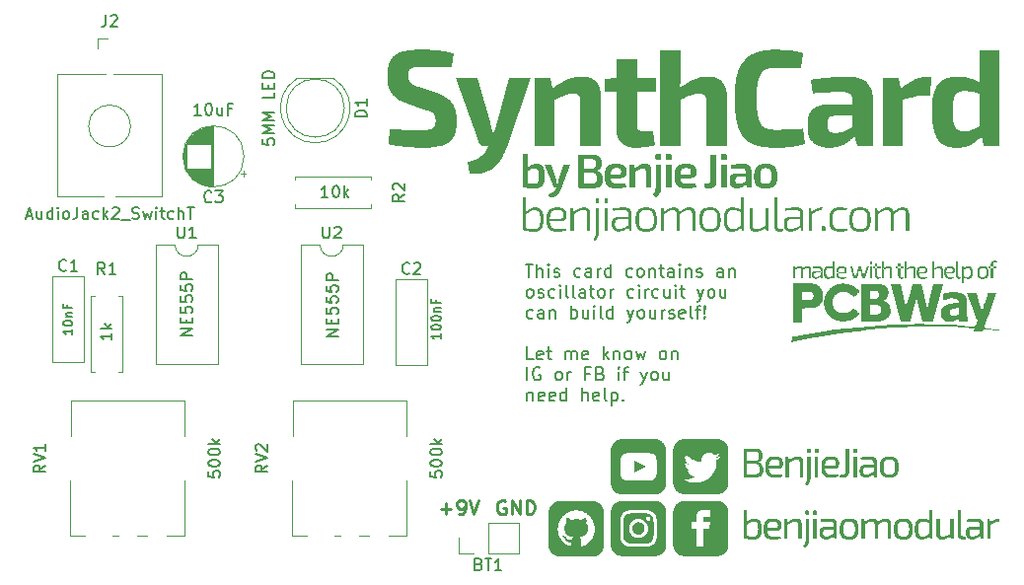
<source format=gbr>
%TF.GenerationSoftware,KiCad,Pcbnew,6.0.8+dfsg-1~bpo11+1*%
%TF.CreationDate,2022-10-27T04:09:56+08:00*%
%TF.ProjectId,SynthCard,53796e74-6843-4617-9264-2e6b69636164,rev?*%
%TF.SameCoordinates,Original*%
%TF.FileFunction,Legend,Top*%
%TF.FilePolarity,Positive*%
%FSLAX46Y46*%
G04 Gerber Fmt 4.6, Leading zero omitted, Abs format (unit mm)*
G04 Created by KiCad (PCBNEW 6.0.8+dfsg-1~bpo11+1) date 2022-10-27 04:09:56*
%MOMM*%
%LPD*%
G01*
G04 APERTURE LIST*
%ADD10C,0.000000*%
%ADD11C,0.250000*%
%ADD12C,0.200000*%
%ADD13C,0.150000*%
%ADD14C,0.120000*%
G04 APERTURE END LIST*
D10*
G36*
X160676877Y-93373093D02*
G01*
X160682979Y-93289094D01*
X160686945Y-93248965D01*
X160691519Y-93210085D01*
X160696703Y-93172455D01*
X160702495Y-93136076D01*
X160708896Y-93100951D01*
X160715906Y-93067079D01*
X160723523Y-93034464D01*
X160731749Y-93003106D01*
X160740582Y-92973006D01*
X160750023Y-92944166D01*
X160760582Y-92915958D01*
X160771745Y-92888778D01*
X160783513Y-92862626D01*
X160795887Y-92837501D01*
X160808867Y-92813403D01*
X160822454Y-92790331D01*
X160836649Y-92768287D01*
X160851452Y-92747268D01*
X160866864Y-92727275D01*
X160882887Y-92708308D01*
X160899520Y-92690365D01*
X160916764Y-92673448D01*
X160934620Y-92657555D01*
X160953089Y-92642686D01*
X160972171Y-92628841D01*
X160991868Y-92616020D01*
X161012753Y-92603601D01*
X161034377Y-92591988D01*
X161056741Y-92581182D01*
X161079843Y-92571181D01*
X161103683Y-92561984D01*
X161128261Y-92553591D01*
X161153577Y-92546002D01*
X161179631Y-92539214D01*
X161206422Y-92533228D01*
X161233950Y-92528043D01*
X161262215Y-92523657D01*
X161291217Y-92520071D01*
X161320954Y-92517283D01*
X161351428Y-92515292D01*
X161382637Y-92514098D01*
X161414582Y-92513700D01*
X161463835Y-92514529D01*
X161513117Y-92517017D01*
X161562417Y-92521167D01*
X161611726Y-92526980D01*
X161661035Y-92534461D01*
X161710336Y-92543611D01*
X161759618Y-92554434D01*
X161808873Y-92566931D01*
X161854373Y-92580012D01*
X161899628Y-92594520D01*
X161944646Y-92610419D01*
X161989436Y-92627674D01*
X162034005Y-92646250D01*
X162078362Y-92666113D01*
X162122515Y-92687228D01*
X162166474Y-92709558D01*
X162160694Y-92662714D01*
X162155754Y-92616991D01*
X162153679Y-92594653D01*
X162151911Y-92572722D01*
X162150481Y-92551237D01*
X162149422Y-92530241D01*
X162149422Y-91680681D01*
X162407803Y-91680679D01*
X162407803Y-94552855D01*
X162206784Y-94552855D01*
X162177845Y-94248480D01*
X162134121Y-94285231D01*
X162089849Y-94320526D01*
X162045027Y-94354326D01*
X161999650Y-94386595D01*
X161953712Y-94417296D01*
X161907209Y-94446393D01*
X161860138Y-94473849D01*
X161812493Y-94499626D01*
X161786756Y-94512046D01*
X161760833Y-94523658D01*
X161734724Y-94534464D01*
X161708428Y-94544466D01*
X161681943Y-94553662D01*
X161655269Y-94562055D01*
X161628404Y-94569645D01*
X161601348Y-94576432D01*
X161574100Y-94582418D01*
X161546658Y-94587604D01*
X161519022Y-94591989D01*
X161491190Y-94595576D01*
X161463163Y-94598364D01*
X161434938Y-94600354D01*
X161406515Y-94601548D01*
X161377892Y-94601946D01*
X161331539Y-94600954D01*
X161286854Y-94597977D01*
X161243837Y-94593016D01*
X161202488Y-94586069D01*
X161162807Y-94577137D01*
X161143591Y-94571926D01*
X161124792Y-94566218D01*
X161106410Y-94560014D01*
X161088445Y-94553313D01*
X161070897Y-94546116D01*
X161053765Y-94538421D01*
X161037050Y-94530230D01*
X161020752Y-94521541D01*
X161004871Y-94512356D01*
X160989406Y-94502674D01*
X160974358Y-94492495D01*
X160959727Y-94481818D01*
X160945512Y-94470644D01*
X160931714Y-94458973D01*
X160918332Y-94446805D01*
X160905367Y-94434139D01*
X160892818Y-94420976D01*
X160880686Y-94407316D01*
X160868971Y-94393158D01*
X160857672Y-94378502D01*
X160846789Y-94363349D01*
X160836323Y-94347698D01*
X160816446Y-94314314D01*
X160797847Y-94278788D01*
X160780526Y-94241117D01*
X160764485Y-94201302D01*
X160749724Y-94159342D01*
X160736243Y-94115236D01*
X160724044Y-94068984D01*
X160713126Y-94020585D01*
X160703490Y-93970038D01*
X160695137Y-93917342D01*
X160688068Y-93862498D01*
X160682283Y-93805503D01*
X160677782Y-93746359D01*
X160674567Y-93685063D01*
X160672637Y-93621615D01*
X160671994Y-93556015D01*
X160672048Y-93551842D01*
X160938637Y-93551842D01*
X160939466Y-93627733D01*
X160941954Y-93699491D01*
X160946103Y-93767126D01*
X160951917Y-93830648D01*
X160959398Y-93890067D01*
X160963764Y-93918240D01*
X160968548Y-93945392D01*
X160973750Y-93971523D01*
X160979370Y-93996634D01*
X160985410Y-94020727D01*
X160991868Y-94043802D01*
X160998762Y-94065476D01*
X161006109Y-94086389D01*
X161013908Y-94106538D01*
X161022160Y-94125924D01*
X161030862Y-94144544D01*
X161040015Y-94162399D01*
X161049618Y-94179486D01*
X161059670Y-94195805D01*
X161070171Y-94211355D01*
X161081120Y-94226134D01*
X161092517Y-94240141D01*
X161104362Y-94253376D01*
X161116652Y-94265837D01*
X161129389Y-94277523D01*
X161142570Y-94288434D01*
X161156197Y-94298567D01*
X161170817Y-94307511D01*
X161185953Y-94315880D01*
X161201605Y-94323671D01*
X161217771Y-94330887D01*
X161234453Y-94337526D01*
X161251649Y-94343588D01*
X161269358Y-94349073D01*
X161287581Y-94353982D01*
X161306317Y-94358313D01*
X161325565Y-94362068D01*
X161345325Y-94365245D01*
X161365596Y-94367845D01*
X161386378Y-94369867D01*
X161407671Y-94371311D01*
X161429474Y-94372178D01*
X161451787Y-94372467D01*
X161483186Y-94371943D01*
X161513793Y-94370377D01*
X161543615Y-94367773D01*
X161572660Y-94364137D01*
X161600936Y-94359476D01*
X161628451Y-94353795D01*
X161641926Y-94350574D01*
X161655213Y-94347100D01*
X161668314Y-94343374D01*
X161681229Y-94339397D01*
X161708099Y-94329530D01*
X161735364Y-94318393D01*
X161763021Y-94305982D01*
X161791065Y-94292292D01*
X161819494Y-94277321D01*
X161848304Y-94261064D01*
X161877493Y-94243517D01*
X161907055Y-94224676D01*
X161961905Y-94187915D01*
X162021059Y-94146847D01*
X162083801Y-94102191D01*
X162149418Y-94054661D01*
X162149418Y-92885740D01*
X162055873Y-92856139D01*
X161966797Y-92829103D01*
X161882861Y-92805063D01*
X161843031Y-92794303D01*
X161804738Y-92784454D01*
X161764455Y-92774826D01*
X161723627Y-92766457D01*
X161682263Y-92759355D01*
X161640376Y-92753528D01*
X161597975Y-92748983D01*
X161555073Y-92745728D01*
X161511681Y-92743769D01*
X161467808Y-92743114D01*
X161467808Y-92743103D01*
X161444490Y-92743392D01*
X161421723Y-92744259D01*
X161399505Y-92745703D01*
X161377836Y-92747726D01*
X161356715Y-92750325D01*
X161336141Y-92753502D01*
X161316114Y-92757257D01*
X161296632Y-92761588D01*
X161277696Y-92766497D01*
X161259303Y-92771982D01*
X161241454Y-92778044D01*
X161224148Y-92784683D01*
X161207383Y-92791899D01*
X161191160Y-92799691D01*
X161175476Y-92808059D01*
X161160332Y-92817003D01*
X161146208Y-92826142D01*
X161132561Y-92836121D01*
X161119390Y-92846938D01*
X161106697Y-92858594D01*
X161094482Y-92871087D01*
X161082745Y-92884416D01*
X161071488Y-92898580D01*
X161060712Y-92913579D01*
X161050416Y-92929411D01*
X161040602Y-92946076D01*
X161031270Y-92963572D01*
X161022421Y-92981900D01*
X161014056Y-93001057D01*
X161006174Y-93021043D01*
X160998778Y-93041858D01*
X160991868Y-93063499D01*
X160979370Y-93109728D01*
X160968548Y-93160191D01*
X160959398Y-93214890D01*
X160951917Y-93273820D01*
X160946103Y-93336983D01*
X160941954Y-93404374D01*
X160939466Y-93475995D01*
X160938637Y-93551842D01*
X160672048Y-93551842D01*
X160673215Y-93462071D01*
X160676877Y-93373093D01*
G37*
G36*
X134939632Y-78971948D02*
G01*
X135094780Y-78975274D01*
X135253228Y-78980814D01*
X135414984Y-78988566D01*
X135580053Y-78998527D01*
X135748441Y-79010693D01*
X135920154Y-79025064D01*
X136095196Y-79041636D01*
X136271349Y-79058558D01*
X136446388Y-79079879D01*
X136620316Y-79105605D01*
X136793137Y-79135742D01*
X136964853Y-79170298D01*
X137135468Y-79209277D01*
X137304986Y-79252687D01*
X137473408Y-79300534D01*
X137356099Y-80490643D01*
X136142220Y-80466872D01*
X135453166Y-80458240D01*
X134775895Y-80455503D01*
X134694908Y-80455858D01*
X134616876Y-80456928D01*
X134541796Y-80458719D01*
X134469664Y-80461240D01*
X134400477Y-80464497D01*
X134334232Y-80468497D01*
X134270926Y-80473248D01*
X134210556Y-80478757D01*
X134182898Y-80480509D01*
X134155880Y-80482820D01*
X134129504Y-80485689D01*
X134103770Y-80489115D01*
X134078679Y-80493097D01*
X134054231Y-80497634D01*
X134030426Y-80502725D01*
X134007265Y-80508370D01*
X133984748Y-80514566D01*
X133962876Y-80521314D01*
X133941649Y-80528612D01*
X133921067Y-80536460D01*
X133901132Y-80544855D01*
X133881842Y-80553799D01*
X133863199Y-80563289D01*
X133845204Y-80573325D01*
X133827852Y-80582481D01*
X133811140Y-80592281D01*
X133795068Y-80602723D01*
X133779637Y-80613809D01*
X133764848Y-80625538D01*
X133750700Y-80637911D01*
X133737196Y-80650927D01*
X133724335Y-80664588D01*
X133712119Y-80678892D01*
X133700547Y-80693842D01*
X133689621Y-80709436D01*
X133679341Y-80725674D01*
X133669709Y-80742558D01*
X133660724Y-80760088D01*
X133652387Y-80778263D01*
X133644700Y-80797083D01*
X133637567Y-80816683D01*
X133630894Y-80837196D01*
X133624681Y-80858623D01*
X133618928Y-80880965D01*
X133608803Y-80928399D01*
X133600519Y-80979505D01*
X133594075Y-81034293D01*
X133589472Y-81092771D01*
X133586710Y-81154948D01*
X133585789Y-81220830D01*
X133586527Y-81271499D01*
X133588740Y-81320422D01*
X133592428Y-81367600D01*
X133597590Y-81413031D01*
X133604226Y-81456716D01*
X133612336Y-81498654D01*
X133621919Y-81538845D01*
X133632976Y-81577287D01*
X133645504Y-81613981D01*
X133659505Y-81648925D01*
X133674978Y-81682120D01*
X133691923Y-81713564D01*
X133710338Y-81743257D01*
X133730224Y-81771199D01*
X133751581Y-81797390D01*
X133774407Y-81821827D01*
X133800503Y-81845250D01*
X133828721Y-81868395D01*
X133859062Y-81891264D01*
X133891524Y-81913855D01*
X133926106Y-81936169D01*
X133962807Y-81958207D01*
X134001628Y-81979968D01*
X134042565Y-82001453D01*
X134085620Y-82022662D01*
X134130791Y-82043595D01*
X134178077Y-82064253D01*
X134227477Y-82084634D01*
X134332616Y-82124572D01*
X134446202Y-82163409D01*
X136013031Y-82669837D01*
X136132905Y-82711992D01*
X136248078Y-82755993D01*
X136358551Y-82801838D01*
X136464325Y-82849527D01*
X136565401Y-82899060D01*
X136661781Y-82950435D01*
X136753465Y-83003652D01*
X136840454Y-83058710D01*
X136922750Y-83115610D01*
X137000352Y-83174349D01*
X137073263Y-83234928D01*
X137141483Y-83297346D01*
X137205014Y-83361601D01*
X137263856Y-83427695D01*
X137318010Y-83495625D01*
X137367478Y-83565392D01*
X137413131Y-83637454D01*
X137455844Y-83712272D01*
X137495616Y-83789848D01*
X137532446Y-83870182D01*
X137566335Y-83953275D01*
X137597281Y-84039126D01*
X137625283Y-84127738D01*
X137650341Y-84219109D01*
X137672453Y-84313242D01*
X137691620Y-84410137D01*
X137707840Y-84509794D01*
X137721112Y-84612214D01*
X137731437Y-84717398D01*
X137738812Y-84825346D01*
X137743238Y-84936059D01*
X137744713Y-85049538D01*
X137742140Y-85219641D01*
X137734418Y-85382414D01*
X137728626Y-85461049D01*
X137721546Y-85537846D01*
X137713178Y-85612806D01*
X137703522Y-85685926D01*
X137692578Y-85757205D01*
X137680344Y-85826642D01*
X137666822Y-85894236D01*
X137652010Y-85959985D01*
X137635908Y-86023888D01*
X137618517Y-86085943D01*
X137599836Y-86146150D01*
X137579865Y-86204506D01*
X137558513Y-86261151D01*
X137535688Y-86316224D01*
X137511392Y-86369728D01*
X137485624Y-86421662D01*
X137458384Y-86472028D01*
X137429672Y-86520826D01*
X137399487Y-86568058D01*
X137367830Y-86613725D01*
X137334701Y-86657827D01*
X137300098Y-86700365D01*
X137264023Y-86741340D01*
X137226475Y-86780754D01*
X137187454Y-86818606D01*
X137146959Y-86854899D01*
X137104992Y-86889633D01*
X137061551Y-86922809D01*
X137016498Y-86954609D01*
X136969697Y-86985216D01*
X136921147Y-87014629D01*
X136870847Y-87042848D01*
X136818799Y-87069873D01*
X136765002Y-87095702D01*
X136709457Y-87120336D01*
X136652162Y-87143773D01*
X136593119Y-87166014D01*
X136532327Y-87187058D01*
X136469786Y-87206905D01*
X136405497Y-87225554D01*
X136339460Y-87243004D01*
X136271674Y-87259256D01*
X136202139Y-87274308D01*
X136130856Y-87288160D01*
X135982484Y-87315773D01*
X135826001Y-87339705D01*
X135661410Y-87359955D01*
X135488716Y-87376524D01*
X135307922Y-87389412D01*
X135119033Y-87398617D01*
X134922054Y-87404141D01*
X134716988Y-87405982D01*
X134495389Y-87402300D01*
X134231115Y-87391253D01*
X133924136Y-87372844D01*
X133574421Y-87347072D01*
X133385557Y-87332704D01*
X133190058Y-87313166D01*
X132987927Y-87288462D01*
X132779166Y-87258598D01*
X132563779Y-87223580D01*
X132341768Y-87183413D01*
X132113135Y-87138104D01*
X131877884Y-87087657D01*
X131995705Y-85815383D01*
X132331431Y-85822062D01*
X132643566Y-85830269D01*
X132932140Y-85839949D01*
X133197182Y-85851043D01*
X133677305Y-85862649D01*
X134080849Y-85874292D01*
X134716988Y-85874292D01*
X134831474Y-85873372D01*
X134939317Y-85870610D01*
X135040524Y-85866007D01*
X135135098Y-85859564D01*
X135223046Y-85851279D01*
X135304371Y-85841154D01*
X135379081Y-85829188D01*
X135447178Y-85815382D01*
X135480406Y-85807559D01*
X135512351Y-85798815D01*
X135543012Y-85789149D01*
X135572388Y-85778563D01*
X135600478Y-85767057D01*
X135627282Y-85754629D01*
X135652799Y-85741281D01*
X135677028Y-85727013D01*
X135699969Y-85711824D01*
X135721621Y-85695715D01*
X135741983Y-85678685D01*
X135761054Y-85660735D01*
X135778834Y-85641866D01*
X135787239Y-85632086D01*
X135795321Y-85622076D01*
X135803080Y-85611836D01*
X135810516Y-85601366D01*
X135817629Y-85590666D01*
X135824418Y-85579737D01*
X135837255Y-85557051D01*
X135849263Y-85533173D01*
X135860441Y-85508100D01*
X135870789Y-85481832D01*
X135880308Y-85454370D01*
X135888997Y-85425713D01*
X135896858Y-85395860D01*
X135903891Y-85364810D01*
X135910095Y-85332565D01*
X135915471Y-85299122D01*
X135920019Y-85264482D01*
X135923739Y-85228644D01*
X135926633Y-85191608D01*
X135928699Y-85153374D01*
X135929939Y-85113941D01*
X135930352Y-85073308D01*
X135930033Y-85038428D01*
X135929076Y-85004471D01*
X135927479Y-84971437D01*
X135925243Y-84939326D01*
X135922366Y-84908137D01*
X135918847Y-84877869D01*
X135914686Y-84848523D01*
X135909881Y-84820097D01*
X135904432Y-84792592D01*
X135898338Y-84766007D01*
X135891599Y-84740341D01*
X135884212Y-84715595D01*
X135876178Y-84691767D01*
X135867496Y-84668857D01*
X135858165Y-84646864D01*
X135848183Y-84625790D01*
X135838933Y-84604019D01*
X135828851Y-84582886D01*
X135817938Y-84562391D01*
X135806195Y-84542535D01*
X135793622Y-84523319D01*
X135780219Y-84504744D01*
X135765987Y-84486812D01*
X135750926Y-84469523D01*
X135735037Y-84452878D01*
X135718320Y-84436878D01*
X135700775Y-84421525D01*
X135682403Y-84406819D01*
X135663204Y-84392761D01*
X135643179Y-84379353D01*
X135622328Y-84366595D01*
X135600651Y-84354488D01*
X135557397Y-84328367D01*
X135510095Y-84303009D01*
X135458746Y-84278406D01*
X135403348Y-84254549D01*
X135343901Y-84231427D01*
X135280402Y-84209032D01*
X135212853Y-84187355D01*
X135141251Y-84166387D01*
X133491738Y-83600530D01*
X133377521Y-83557000D01*
X133267541Y-83511819D01*
X133161798Y-83464987D01*
X133060290Y-83416503D01*
X132963017Y-83366365D01*
X132869980Y-83314573D01*
X132781177Y-83261127D01*
X132696608Y-83206025D01*
X132616272Y-83149266D01*
X132540170Y-83090849D01*
X132468302Y-83030775D01*
X132400665Y-82969040D01*
X132337261Y-82905646D01*
X132278088Y-82840591D01*
X132223147Y-82773874D01*
X132172436Y-82705494D01*
X132125361Y-82634901D01*
X132081327Y-82561545D01*
X132040332Y-82485426D01*
X132002377Y-82406545D01*
X131967461Y-82324902D01*
X131935584Y-82240497D01*
X131906744Y-82153331D01*
X131880942Y-82063403D01*
X131858178Y-81970714D01*
X131838450Y-81875264D01*
X131821758Y-81777054D01*
X131808103Y-81676083D01*
X131797482Y-81572352D01*
X131789897Y-81465861D01*
X131785346Y-81356611D01*
X131783829Y-81244601D01*
X131786403Y-81072131D01*
X131789620Y-80989076D01*
X131794124Y-80908140D01*
X131799916Y-80829323D01*
X131806996Y-80752624D01*
X131815364Y-80678043D01*
X131825020Y-80605579D01*
X131835965Y-80535232D01*
X131848198Y-80467002D01*
X131861721Y-80400887D01*
X131876533Y-80336888D01*
X131892634Y-80275003D01*
X131910025Y-80215234D01*
X131928706Y-80157578D01*
X131948678Y-80102036D01*
X131971457Y-80046860D01*
X131995619Y-79993249D01*
X132021162Y-79941203D01*
X132048087Y-79890721D01*
X132076394Y-79841805D01*
X132106081Y-79794453D01*
X132137150Y-79748666D01*
X132169600Y-79704444D01*
X132203430Y-79661786D01*
X132238640Y-79620693D01*
X132275230Y-79581164D01*
X132313201Y-79543200D01*
X132352551Y-79506800D01*
X132393281Y-79471965D01*
X132435390Y-79438694D01*
X132478878Y-79406988D01*
X132525311Y-79376662D01*
X132573309Y-79347534D01*
X132622872Y-79319604D01*
X132674000Y-79292871D01*
X132726692Y-79267336D01*
X132780949Y-79242997D01*
X132836771Y-79219855D01*
X132894157Y-79197910D01*
X132953108Y-79177161D01*
X133013624Y-79157609D01*
X133075704Y-79139252D01*
X133139348Y-79122092D01*
X133204557Y-79106127D01*
X133271330Y-79091358D01*
X133339668Y-79077785D01*
X133409569Y-79065406D01*
X133557375Y-79043303D01*
X133712167Y-79024123D01*
X133873946Y-79007873D01*
X134042718Y-78994561D01*
X134218484Y-78984193D01*
X134401248Y-78976779D01*
X134591013Y-78972325D01*
X134787781Y-78970839D01*
X134939632Y-78971948D01*
G37*
G36*
X156318866Y-113318217D02*
G01*
X156322690Y-113267949D01*
X156328986Y-113218412D01*
X156337694Y-113169667D01*
X156348749Y-113121776D01*
X156362091Y-113074803D01*
X156377657Y-113028808D01*
X156395385Y-112983855D01*
X156415212Y-112940005D01*
X156437076Y-112897321D01*
X156460916Y-112855865D01*
X156486668Y-112815699D01*
X156514270Y-112776886D01*
X156543661Y-112739488D01*
X156574778Y-112703566D01*
X156607559Y-112669184D01*
X156641941Y-112636404D01*
X156677862Y-112605287D01*
X156715261Y-112575896D01*
X156754074Y-112548293D01*
X156794240Y-112522541D01*
X156835696Y-112498702D01*
X156878380Y-112476838D01*
X156922230Y-112457011D01*
X156967184Y-112439283D01*
X157013179Y-112423717D01*
X157060153Y-112410375D01*
X157108044Y-112399319D01*
X157156789Y-112390612D01*
X157206327Y-112384316D01*
X157256594Y-112380492D01*
X157307530Y-112379204D01*
X160079380Y-112379204D01*
X160130334Y-112380492D01*
X160180617Y-112384316D01*
X160230167Y-112390612D01*
X160278924Y-112399319D01*
X160326824Y-112410375D01*
X160373805Y-112423717D01*
X160419806Y-112439283D01*
X160464764Y-112457011D01*
X160508617Y-112476838D01*
X160551302Y-112498702D01*
X160592758Y-112522541D01*
X160632923Y-112548293D01*
X160671735Y-112575896D01*
X160709130Y-112605287D01*
X160745048Y-112636404D01*
X160779426Y-112669184D01*
X160812202Y-112703566D01*
X160843313Y-112739488D01*
X160872698Y-112776886D01*
X160900295Y-112815699D01*
X160926041Y-112855865D01*
X160949874Y-112897321D01*
X160971732Y-112940005D01*
X160991554Y-112983855D01*
X161009276Y-113028808D01*
X161024836Y-113074803D01*
X161038173Y-113121776D01*
X161049225Y-113169667D01*
X161057929Y-113218412D01*
X161064223Y-113267949D01*
X161068045Y-113318217D01*
X161069333Y-113369152D01*
X161069333Y-116141010D01*
X161068045Y-116191946D01*
X161064223Y-116242213D01*
X161057929Y-116291750D01*
X161049225Y-116340495D01*
X161038173Y-116388386D01*
X161024836Y-116435360D01*
X161009276Y-116481354D01*
X160991554Y-116526308D01*
X160971732Y-116570157D01*
X160949874Y-116612841D01*
X160926041Y-116654297D01*
X160900295Y-116694463D01*
X160872698Y-116733276D01*
X160843313Y-116770675D01*
X160812202Y-116806596D01*
X160779426Y-116840978D01*
X160745048Y-116873759D01*
X160709130Y-116904876D01*
X160671735Y-116934266D01*
X160632923Y-116961869D01*
X160592758Y-116987621D01*
X160551302Y-117011460D01*
X160508617Y-117033325D01*
X160464764Y-117053152D01*
X160419806Y-117070879D01*
X160373805Y-117086445D01*
X160326824Y-117099787D01*
X160278924Y-117110843D01*
X160230167Y-117119550D01*
X160180617Y-117125847D01*
X160130334Y-117129670D01*
X160079380Y-117130959D01*
X157307530Y-117130959D01*
X157256594Y-117129670D01*
X157206327Y-117125847D01*
X157156789Y-117119550D01*
X157108044Y-117110843D01*
X157060153Y-117099787D01*
X157013179Y-117086445D01*
X156967184Y-117070879D01*
X156922230Y-117053152D01*
X156878380Y-117033325D01*
X156835696Y-117011460D01*
X156794240Y-116987621D01*
X156754074Y-116961869D01*
X156715261Y-116934266D01*
X156677862Y-116904876D01*
X156641941Y-116873759D01*
X156607559Y-116840978D01*
X156574778Y-116806596D01*
X156543661Y-116770675D01*
X156514270Y-116733276D01*
X156486668Y-116694463D01*
X156460916Y-116654297D01*
X156437076Y-116612841D01*
X156415212Y-116570157D01*
X156395385Y-116526308D01*
X156377657Y-116481354D01*
X156362091Y-116435360D01*
X156348749Y-116388386D01*
X156337694Y-116340495D01*
X156328986Y-116291750D01*
X156322690Y-116242213D01*
X156318866Y-116191946D01*
X156317578Y-116141010D01*
X156317578Y-115849369D01*
X157208333Y-115849369D01*
X157262897Y-115883058D01*
X157318682Y-115914897D01*
X157375647Y-115944842D01*
X157433749Y-115972848D01*
X157492948Y-115998870D01*
X157553201Y-116022863D01*
X157614467Y-116044784D01*
X157676706Y-116064586D01*
X157739874Y-116082226D01*
X157803932Y-116097659D01*
X157868837Y-116110841D01*
X157934547Y-116121725D01*
X158001022Y-116130269D01*
X158068219Y-116136427D01*
X158136098Y-116140155D01*
X158204617Y-116141407D01*
X158316223Y-116138455D01*
X158424716Y-116129737D01*
X158530058Y-116115459D01*
X158632214Y-116095826D01*
X158731147Y-116071044D01*
X158826822Y-116041319D01*
X158919201Y-116006858D01*
X159008249Y-115967866D01*
X159093930Y-115924548D01*
X159176207Y-115877111D01*
X159255044Y-115825761D01*
X159330405Y-115770704D01*
X159402253Y-115712144D01*
X159470553Y-115650289D01*
X159535268Y-115585344D01*
X159596363Y-115517516D01*
X159653800Y-115447009D01*
X159707543Y-115374030D01*
X159757557Y-115298784D01*
X159803805Y-115221478D01*
X159846251Y-115142318D01*
X159884859Y-115061509D01*
X159919592Y-114979257D01*
X159950414Y-114895768D01*
X159977290Y-114811248D01*
X160000182Y-114725903D01*
X160019055Y-114639939D01*
X160033872Y-114553561D01*
X160044598Y-114466976D01*
X160051195Y-114380389D01*
X160053629Y-114294007D01*
X160051861Y-114208034D01*
X160075531Y-114190581D01*
X160098792Y-114172605D01*
X160121636Y-114154117D01*
X160144052Y-114135127D01*
X160166032Y-114115647D01*
X160187567Y-114095686D01*
X160208646Y-114075257D01*
X160229262Y-114054369D01*
X160249404Y-114033033D01*
X160269064Y-114011260D01*
X160288232Y-113989061D01*
X160306899Y-113966447D01*
X160325055Y-113943427D01*
X160342692Y-113920014D01*
X160359800Y-113896217D01*
X160376370Y-113872047D01*
X160332301Y-113890633D01*
X160287430Y-113907615D01*
X160241788Y-113922968D01*
X160195407Y-113936667D01*
X160148322Y-113948686D01*
X160100563Y-113958999D01*
X160052163Y-113967581D01*
X160003155Y-113974407D01*
X160027918Y-113958791D01*
X160051918Y-113942108D01*
X160075122Y-113924390D01*
X160097495Y-113905671D01*
X160119004Y-113885983D01*
X160139614Y-113865360D01*
X160159292Y-113843833D01*
X160178005Y-113821436D01*
X160195717Y-113798201D01*
X160212395Y-113774162D01*
X160228006Y-113749350D01*
X160242515Y-113723800D01*
X160255887Y-113697543D01*
X160268091Y-113670612D01*
X160279091Y-113643040D01*
X160288853Y-113614861D01*
X160241087Y-113641812D01*
X160216746Y-113654554D01*
X160192110Y-113666798D01*
X160167185Y-113678538D01*
X160141978Y-113689766D01*
X160116495Y-113700476D01*
X160090744Y-113710662D01*
X160064729Y-113720316D01*
X160038460Y-113729432D01*
X160011942Y-113738004D01*
X159985181Y-113746024D01*
X159958185Y-113753486D01*
X159930960Y-113760383D01*
X159903513Y-113766709D01*
X159875851Y-113772457D01*
X159853065Y-113749302D01*
X159829140Y-113727312D01*
X159804123Y-113706530D01*
X159778064Y-113687003D01*
X159751011Y-113668777D01*
X159723012Y-113651897D01*
X159694116Y-113636408D01*
X159664371Y-113622357D01*
X159633825Y-113609788D01*
X159602528Y-113598747D01*
X159570527Y-113589280D01*
X159537870Y-113581432D01*
X159504607Y-113575249D01*
X159470786Y-113570775D01*
X159436454Y-113568058D01*
X159401661Y-113567142D01*
X159362663Y-113568278D01*
X159324368Y-113571638D01*
X159286830Y-113577153D01*
X159250103Y-113584755D01*
X159214239Y-113594376D01*
X159179293Y-113605945D01*
X159145318Y-113619394D01*
X159112368Y-113634654D01*
X159080496Y-113651656D01*
X159049756Y-113670332D01*
X159020202Y-113690612D01*
X158991886Y-113712427D01*
X158964863Y-113735709D01*
X158939187Y-113760389D01*
X158914910Y-113786397D01*
X158892086Y-113813665D01*
X158870770Y-113842124D01*
X158851014Y-113871704D01*
X158832872Y-113902338D01*
X158816398Y-113933956D01*
X158801645Y-113966489D01*
X158788667Y-113999868D01*
X158777518Y-114034025D01*
X158768250Y-114068890D01*
X158760918Y-114104394D01*
X158755576Y-114140470D01*
X158752275Y-114177046D01*
X158751072Y-114214056D01*
X158752018Y-114251429D01*
X158755168Y-114289098D01*
X158760575Y-114326992D01*
X158768292Y-114365044D01*
X158667761Y-114357267D01*
X158568806Y-114344203D01*
X158471570Y-114325995D01*
X158376196Y-114302784D01*
X158282824Y-114274715D01*
X158191599Y-114241928D01*
X158102661Y-114204566D01*
X158016155Y-114162772D01*
X157932221Y-114116687D01*
X157851003Y-114066455D01*
X157772643Y-114012218D01*
X157697283Y-113954118D01*
X157625065Y-113892297D01*
X157556133Y-113826898D01*
X157490628Y-113758064D01*
X157428692Y-113685936D01*
X157413486Y-113713588D01*
X157399747Y-113741715D01*
X157387469Y-113770267D01*
X157376644Y-113799193D01*
X157367262Y-113828441D01*
X157359316Y-113857961D01*
X157352798Y-113887702D01*
X157347699Y-113917612D01*
X157344011Y-113947641D01*
X157341727Y-113977737D01*
X157340837Y-114007850D01*
X157341334Y-114037929D01*
X157343209Y-114067922D01*
X157346455Y-114097779D01*
X157351062Y-114127449D01*
X157357024Y-114156880D01*
X157364331Y-114186021D01*
X157372976Y-114214823D01*
X157382950Y-114243232D01*
X157394245Y-114271199D01*
X157406853Y-114298673D01*
X157420766Y-114325602D01*
X157435976Y-114351936D01*
X157452474Y-114377623D01*
X157470252Y-114402613D01*
X157489302Y-114426854D01*
X157509616Y-114450296D01*
X157531186Y-114472887D01*
X157554003Y-114494577D01*
X157578059Y-114515314D01*
X157603346Y-114535047D01*
X157629857Y-114553726D01*
X157609992Y-114552793D01*
X157590277Y-114551261D01*
X157570722Y-114549141D01*
X157551337Y-114546441D01*
X157532131Y-114543172D01*
X157513116Y-114539342D01*
X157494300Y-114534963D01*
X157475695Y-114530042D01*
X157457311Y-114524590D01*
X157439157Y-114518616D01*
X157421243Y-114512129D01*
X157403581Y-114505141D01*
X157386180Y-114497659D01*
X157369050Y-114489694D01*
X157352201Y-114481254D01*
X157335644Y-114472351D01*
X157335642Y-114500520D01*
X157336921Y-114528537D01*
X157339458Y-114556367D01*
X157343230Y-114583972D01*
X157348214Y-114611317D01*
X157354388Y-114638365D01*
X157361727Y-114665078D01*
X157370209Y-114691422D01*
X157379812Y-114717359D01*
X157390511Y-114742853D01*
X157402285Y-114767868D01*
X157415110Y-114792366D01*
X157428963Y-114816312D01*
X157443821Y-114839669D01*
X157459661Y-114862400D01*
X157476461Y-114884470D01*
X157494197Y-114905841D01*
X157512846Y-114926477D01*
X157532385Y-114946342D01*
X157552791Y-114965399D01*
X157574042Y-114983612D01*
X157596114Y-115000944D01*
X157618984Y-115017359D01*
X157642629Y-115032820D01*
X157667027Y-115047291D01*
X157692154Y-115060735D01*
X157717988Y-115073116D01*
X157744505Y-115084398D01*
X157771682Y-115094543D01*
X157799496Y-115103516D01*
X157827925Y-115111280D01*
X157856946Y-115117798D01*
X157839730Y-115122214D01*
X157822315Y-115126176D01*
X157804713Y-115129674D01*
X157786933Y-115132700D01*
X157768986Y-115135245D01*
X157750883Y-115137299D01*
X157732633Y-115138853D01*
X157714247Y-115139899D01*
X157695736Y-115140428D01*
X157677110Y-115140430D01*
X157658380Y-115139897D01*
X157639556Y-115138820D01*
X157620648Y-115137189D01*
X157601667Y-115134996D01*
X157582623Y-115132232D01*
X157563527Y-115128887D01*
X157580825Y-115176444D01*
X157601646Y-115222191D01*
X157625826Y-115265962D01*
X157653199Y-115307593D01*
X157683600Y-115346920D01*
X157716863Y-115383777D01*
X157752823Y-115418000D01*
X157791316Y-115449424D01*
X157832174Y-115477885D01*
X157875235Y-115503217D01*
X157920331Y-115525257D01*
X157967298Y-115543840D01*
X158015970Y-115558800D01*
X158066183Y-115569974D01*
X158117770Y-115577197D01*
X158144028Y-115579275D01*
X158170567Y-115580303D01*
X158118524Y-115619042D01*
X158064922Y-115654980D01*
X158009865Y-115688090D01*
X157953453Y-115718347D01*
X157895792Y-115745725D01*
X157836982Y-115770197D01*
X157777127Y-115791737D01*
X157716329Y-115810320D01*
X157654691Y-115825919D01*
X157592316Y-115838507D01*
X157529307Y-115848060D01*
X157465765Y-115854550D01*
X157401794Y-115857953D01*
X157337497Y-115858241D01*
X157272975Y-115855388D01*
X157208333Y-115849369D01*
X156317578Y-115849369D01*
X156317578Y-113369152D01*
X156318866Y-113318217D01*
G37*
G36*
X156164761Y-88820365D02*
G01*
X156164761Y-90834713D01*
X155672284Y-90834713D01*
X155672284Y-88820364D01*
X156164761Y-88820365D01*
G37*
G36*
X178742604Y-97547787D02*
G01*
X178742504Y-97565117D01*
X178742203Y-97582183D01*
X178741703Y-97598984D01*
X178741003Y-97615520D01*
X178740102Y-97631792D01*
X178739002Y-97647799D01*
X178737702Y-97663542D01*
X178736203Y-97679020D01*
X178735052Y-97694134D01*
X178733701Y-97708785D01*
X178732149Y-97722973D01*
X178730397Y-97736698D01*
X178728444Y-97749960D01*
X178728403Y-97750206D01*
X178712956Y-97761566D01*
X178721455Y-97890682D01*
X178740437Y-97878592D01*
X178740437Y-98620937D01*
X178560521Y-98620937D01*
X178560521Y-97139269D01*
X178740506Y-97139269D01*
X178742604Y-97547787D01*
G37*
G36*
X162668747Y-118508842D02*
G01*
X162668747Y-119150661D01*
X162668285Y-119204231D01*
X162666912Y-119255583D01*
X162664652Y-119304730D01*
X162661526Y-119351685D01*
X162660383Y-119374294D01*
X162658687Y-119397022D01*
X162656443Y-119419863D01*
X162653658Y-119442816D01*
X162650339Y-119465875D01*
X162646491Y-119489036D01*
X162642122Y-119512297D01*
X162637238Y-119535652D01*
X162660709Y-119512158D01*
X162684266Y-119489474D01*
X162707907Y-119467645D01*
X162731635Y-119446714D01*
X162755448Y-119426727D01*
X162779347Y-119407728D01*
X162803332Y-119389761D01*
X162827404Y-119372871D01*
X162855725Y-119354081D01*
X162884246Y-119336514D01*
X162912974Y-119320166D01*
X162941916Y-119305035D01*
X162971077Y-119291116D01*
X163000465Y-119278407D01*
X163030087Y-119266902D01*
X163059948Y-119256599D01*
X163089952Y-119247506D01*
X163119985Y-119239629D01*
X163150038Y-119232967D01*
X163180099Y-119227519D01*
X163210160Y-119223284D01*
X163240211Y-119220260D01*
X163270242Y-119218446D01*
X163300244Y-119217842D01*
X163339285Y-119218656D01*
X163377030Y-119221099D01*
X163413481Y-119225170D01*
X163448637Y-119230869D01*
X163482498Y-119238195D01*
X163515063Y-119247148D01*
X163546334Y-119257729D01*
X163576309Y-119269935D01*
X163604988Y-119283768D01*
X163632372Y-119299226D01*
X163645579Y-119307565D01*
X163658461Y-119316310D01*
X163671019Y-119325461D01*
X163683254Y-119335019D01*
X163695164Y-119344982D01*
X163706751Y-119355352D01*
X163718013Y-119366128D01*
X163728952Y-119377310D01*
X163749857Y-119400892D01*
X163769467Y-119426098D01*
X163787833Y-119452762D01*
X163805008Y-119481600D01*
X163820993Y-119512615D01*
X163835788Y-119545805D01*
X163849396Y-119581172D01*
X163861816Y-119618715D01*
X163873049Y-119658435D01*
X163883096Y-119700331D01*
X163891958Y-119744405D01*
X163899636Y-119790657D01*
X163906131Y-119839086D01*
X163911443Y-119889694D01*
X163915573Y-119942479D01*
X163918522Y-119997444D01*
X163920290Y-120054588D01*
X163920880Y-120113911D01*
X163920276Y-120168652D01*
X163918462Y-120221748D01*
X163915438Y-120273196D01*
X163911203Y-120322994D01*
X163905755Y-120371138D01*
X163899093Y-120417626D01*
X163891216Y-120462454D01*
X163882123Y-120505619D01*
X163877506Y-120526579D01*
X163872476Y-120547126D01*
X163867031Y-120567260D01*
X163861173Y-120586980D01*
X163854900Y-120606288D01*
X163848213Y-120625182D01*
X163841113Y-120643663D01*
X163833600Y-120661730D01*
X163825672Y-120679384D01*
X163817332Y-120696625D01*
X163808578Y-120713452D01*
X163799412Y-120729866D01*
X163789832Y-120745866D01*
X163779840Y-120761453D01*
X163769435Y-120776626D01*
X163758618Y-120791386D01*
X163747783Y-120805287D01*
X163736448Y-120818769D01*
X163724612Y-120831833D01*
X163712278Y-120844481D01*
X163699444Y-120856712D01*
X163686113Y-120868527D01*
X163672285Y-120879927D01*
X163657959Y-120890913D01*
X163643138Y-120901486D01*
X163627822Y-120911647D01*
X163612010Y-120921395D01*
X163595705Y-120930732D01*
X163578906Y-120939659D01*
X163561614Y-120948177D01*
X163543830Y-120956285D01*
X163525555Y-120963985D01*
X163507179Y-120970818D01*
X163488206Y-120977207D01*
X163468636Y-120983153D01*
X163448467Y-120988657D01*
X163427697Y-120993719D01*
X163406325Y-120998339D01*
X163384349Y-121002518D01*
X163361769Y-121006255D01*
X163314788Y-121012408D01*
X163265370Y-121016799D01*
X163213503Y-121019432D01*
X163159176Y-121020309D01*
X163114167Y-121019925D01*
X163067359Y-121018725D01*
X163018788Y-121016637D01*
X162968487Y-121013588D01*
X162942850Y-121011652D01*
X162917094Y-121009379D01*
X162891223Y-121006771D01*
X162865239Y-121003831D01*
X162839145Y-121000562D01*
X162812944Y-120996964D01*
X162786639Y-120993042D01*
X162760231Y-120988796D01*
X162707516Y-120981238D01*
X162655221Y-120972728D01*
X162603367Y-120963338D01*
X162551976Y-120953140D01*
X162527500Y-120946862D01*
X162503466Y-120940371D01*
X162479872Y-120933666D01*
X162456720Y-120926742D01*
X162434009Y-120919597D01*
X162411740Y-120912229D01*
X162389911Y-120904635D01*
X162368523Y-120896812D01*
X162368523Y-119738220D01*
X162665616Y-119738220D01*
X162667729Y-120706635D01*
X162731963Y-120723640D01*
X162747919Y-120727644D01*
X162763813Y-120731437D01*
X162779635Y-120734961D01*
X162795373Y-120738159D01*
X162819075Y-120742403D01*
X162842558Y-120746325D01*
X162865820Y-120749923D01*
X162888863Y-120753193D01*
X162911684Y-120756133D01*
X162934286Y-120758741D01*
X162956666Y-120761015D01*
X162978825Y-120762951D01*
X163024061Y-120764487D01*
X163068024Y-120765624D01*
X163110665Y-120766330D01*
X163151936Y-120766575D01*
X163172400Y-120765916D01*
X163192340Y-120764815D01*
X163211756Y-120763271D01*
X163230650Y-120761285D01*
X163249019Y-120758857D01*
X163266865Y-120755987D01*
X163284188Y-120752675D01*
X163300987Y-120748921D01*
X163317262Y-120744726D01*
X163333014Y-120740089D01*
X163348241Y-120735012D01*
X163362945Y-120729493D01*
X163377126Y-120723534D01*
X163390782Y-120717135D01*
X163403915Y-120710294D01*
X163416523Y-120703014D01*
X163429092Y-120695202D01*
X163441223Y-120686756D01*
X163452915Y-120677678D01*
X163464169Y-120667967D01*
X163474984Y-120657623D01*
X163485359Y-120646645D01*
X163495293Y-120635034D01*
X163504788Y-120622789D01*
X163513841Y-120609910D01*
X163522453Y-120596397D01*
X163530624Y-120582250D01*
X163538352Y-120567468D01*
X163545637Y-120552051D01*
X163552479Y-120536000D01*
X163558877Y-120519313D01*
X163564831Y-120501991D01*
X163575565Y-120464287D01*
X163584838Y-120423494D01*
X163592659Y-120379612D01*
X163599038Y-120332642D01*
X163603983Y-120282585D01*
X163607504Y-120229443D01*
X163609610Y-120173215D01*
X163610310Y-120113903D01*
X163609765Y-120056347D01*
X163608127Y-120001864D01*
X163605393Y-119950460D01*
X163601560Y-119902138D01*
X163596624Y-119856903D01*
X163590583Y-119814759D01*
X163583432Y-119775712D01*
X163579440Y-119757351D01*
X163575169Y-119739765D01*
X163570537Y-119722444D01*
X163565461Y-119705758D01*
X163559943Y-119689707D01*
X163553981Y-119674290D01*
X163547577Y-119659508D01*
X163540732Y-119645361D01*
X163533444Y-119631848D01*
X163525715Y-119618969D01*
X163517546Y-119606725D01*
X163508935Y-119595113D01*
X163499885Y-119584136D01*
X163490394Y-119573792D01*
X163480464Y-119564081D01*
X163470095Y-119555003D01*
X163459287Y-119546558D01*
X163448040Y-119538746D01*
X163436718Y-119531486D01*
X163424794Y-119524694D01*
X163412269Y-119518371D01*
X163399140Y-119512516D01*
X163385408Y-119507130D01*
X163371072Y-119502213D01*
X163356131Y-119497764D01*
X163340584Y-119493783D01*
X163324431Y-119490271D01*
X163307670Y-119487227D01*
X163290301Y-119484651D01*
X163272324Y-119482544D01*
X163253736Y-119480905D01*
X163234539Y-119479734D01*
X163214730Y-119479032D01*
X163194310Y-119478798D01*
X163194264Y-119478802D01*
X163176680Y-119479104D01*
X163159204Y-119480010D01*
X163141837Y-119481521D01*
X163124578Y-119483638D01*
X163107429Y-119486359D01*
X163090389Y-119489686D01*
X163073458Y-119493618D01*
X163056638Y-119498157D01*
X163039927Y-119503302D01*
X163023328Y-119509053D01*
X163006839Y-119515412D01*
X162990461Y-119522377D01*
X162974194Y-119529950D01*
X162958039Y-119538131D01*
X162941995Y-119546920D01*
X162926064Y-119556316D01*
X162897191Y-119573716D01*
X162867077Y-119592904D01*
X162835817Y-119613748D01*
X162803504Y-119636117D01*
X162770234Y-119659881D01*
X162736099Y-119684906D01*
X162701195Y-119711063D01*
X162665616Y-119738220D01*
X162368523Y-119738220D01*
X162368523Y-118508846D01*
X162668747Y-118508842D01*
G37*
G36*
X153369502Y-119540501D02*
G01*
X153396319Y-119542540D01*
X153422746Y-119545898D01*
X153448750Y-119550541D01*
X153474297Y-119556437D01*
X153499355Y-119563552D01*
X153523890Y-119571854D01*
X153547870Y-119581308D01*
X153571260Y-119591882D01*
X153594028Y-119603543D01*
X153616141Y-119616257D01*
X153637565Y-119629991D01*
X153658267Y-119644712D01*
X153678215Y-119660388D01*
X153697374Y-119676984D01*
X153715712Y-119694468D01*
X153733196Y-119712806D01*
X153749792Y-119731965D01*
X153765467Y-119751912D01*
X153780189Y-119772615D01*
X153793923Y-119794039D01*
X153806637Y-119816152D01*
X153818298Y-119838920D01*
X153828872Y-119862310D01*
X153838326Y-119886289D01*
X153846627Y-119910825D01*
X153853742Y-119935882D01*
X153859638Y-119961430D01*
X153864282Y-119987434D01*
X153867640Y-120013861D01*
X153869679Y-120040678D01*
X153870366Y-120067852D01*
X153869679Y-120095026D01*
X153867640Y-120121843D01*
X153864282Y-120148270D01*
X153859638Y-120174274D01*
X153853742Y-120199822D01*
X153846627Y-120224879D01*
X153838326Y-120249415D01*
X153828871Y-120273394D01*
X153818297Y-120296784D01*
X153806636Y-120319552D01*
X153793922Y-120341665D01*
X153780188Y-120363089D01*
X153765466Y-120383792D01*
X153749791Y-120403739D01*
X153733194Y-120422898D01*
X153715711Y-120441236D01*
X153697372Y-120458720D01*
X153678213Y-120475316D01*
X153658266Y-120490992D01*
X153637563Y-120505713D01*
X153616139Y-120519447D01*
X153594026Y-120532162D01*
X153571258Y-120543822D01*
X153547868Y-120554396D01*
X153523889Y-120563850D01*
X153499354Y-120572152D01*
X153474296Y-120579267D01*
X153448749Y-120585163D01*
X153422745Y-120589806D01*
X153396318Y-120593164D01*
X153369501Y-120595203D01*
X153342328Y-120595890D01*
X153315154Y-120595203D01*
X153288336Y-120593164D01*
X153261909Y-120589806D01*
X153235906Y-120585163D01*
X153210358Y-120579267D01*
X153185300Y-120572151D01*
X153160765Y-120563850D01*
X153136786Y-120554396D01*
X153113395Y-120543821D01*
X153090627Y-120532161D01*
X153068515Y-120519447D01*
X153047090Y-120505712D01*
X153026388Y-120490991D01*
X153006441Y-120475315D01*
X152987281Y-120458719D01*
X152968943Y-120441235D01*
X152951459Y-120422897D01*
X152934863Y-120403737D01*
X152919188Y-120383790D01*
X152904466Y-120363088D01*
X152890732Y-120341663D01*
X152878018Y-120319551D01*
X152866357Y-120296783D01*
X152855783Y-120273393D01*
X152846329Y-120249413D01*
X152838028Y-120224878D01*
X152830913Y-120199820D01*
X152825017Y-120174273D01*
X152820373Y-120148269D01*
X152817016Y-120121842D01*
X152814977Y-120095026D01*
X152814290Y-120067852D01*
X152814977Y-120040678D01*
X152817016Y-120013861D01*
X152820374Y-119987434D01*
X152825017Y-119961430D01*
X152830913Y-119935882D01*
X152838028Y-119910825D01*
X152846330Y-119886289D01*
X152855784Y-119862310D01*
X152866358Y-119838920D01*
X152878019Y-119816152D01*
X152890733Y-119794039D01*
X152904467Y-119772615D01*
X152919189Y-119751912D01*
X152934865Y-119731965D01*
X152951461Y-119712806D01*
X152968945Y-119694468D01*
X152987283Y-119676984D01*
X153006442Y-119660388D01*
X153026390Y-119644712D01*
X153047092Y-119629991D01*
X153068516Y-119616257D01*
X153090629Y-119603543D01*
X153113397Y-119591882D01*
X153136787Y-119581308D01*
X153160766Y-119571854D01*
X153185301Y-119563552D01*
X153210359Y-119556437D01*
X153235907Y-119550541D01*
X153261910Y-119545898D01*
X153288337Y-119542540D01*
X153315154Y-119540501D01*
X153342328Y-119539814D01*
X153369502Y-119540501D01*
G37*
G36*
X175856251Y-99114607D02*
G01*
X176077778Y-100188835D01*
X176160295Y-100587583D01*
X176229452Y-100913382D01*
X176278153Y-101132942D01*
X176292616Y-101192478D01*
X176296988Y-101207865D01*
X176299305Y-101212971D01*
X176324315Y-101126994D01*
X176385019Y-100895850D01*
X176577603Y-100138742D01*
X176844769Y-99067852D01*
X177245518Y-99070080D01*
X177645154Y-99073420D01*
X177901181Y-100150988D01*
X178000970Y-100568416D01*
X178084164Y-100908930D01*
X178142101Y-101137360D01*
X178158891Y-101198553D01*
X178163768Y-101213971D01*
X178166119Y-101218536D01*
X178187550Y-101130907D01*
X178239871Y-100898216D01*
X178405461Y-100138742D01*
X178637005Y-99067852D01*
X179041089Y-99067852D01*
X179122007Y-99068052D01*
X179197511Y-99068617D01*
X179265944Y-99069496D01*
X179325650Y-99070636D01*
X179374972Y-99071984D01*
X179412253Y-99073489D01*
X179435836Y-99075098D01*
X179441974Y-99075925D01*
X179443538Y-99076342D01*
X179444066Y-99076759D01*
X178637005Y-102263821D01*
X178635525Y-102267360D01*
X178633206Y-102270483D01*
X178629468Y-102273214D01*
X178623732Y-102275579D01*
X178615420Y-102277606D01*
X178603953Y-102279319D01*
X178569238Y-102281911D01*
X178514955Y-102283564D01*
X178436474Y-102284486D01*
X178188389Y-102284973D01*
X177746449Y-102284973D01*
X177490414Y-101298685D01*
X177389811Y-100916235D01*
X177305905Y-100603498D01*
X177247462Y-100392618D01*
X177230528Y-100335419D01*
X177225613Y-100320638D01*
X177223248Y-100315739D01*
X177216057Y-100335241D01*
X177200151Y-100390357D01*
X177146163Y-100592088D01*
X176977238Y-101254158D01*
X176728993Y-102237104D01*
X176715634Y-102284973D01*
X175830655Y-102284973D01*
X175425450Y-100689770D01*
X175016911Y-99081211D01*
X175017182Y-99079410D01*
X175019815Y-99077761D01*
X175033051Y-99074898D01*
X175058393Y-99072582D01*
X175097616Y-99070775D01*
X175224798Y-99068531D01*
X175428791Y-99067852D01*
X175846234Y-99067852D01*
X175856251Y-99114607D01*
G37*
G36*
X150967739Y-118630988D02*
G01*
X150971562Y-118580720D01*
X150977859Y-118531183D01*
X150986566Y-118482438D01*
X150997622Y-118434547D01*
X151010963Y-118387574D01*
X151026529Y-118341579D01*
X151044257Y-118296626D01*
X151064084Y-118252776D01*
X151085948Y-118210092D01*
X151109788Y-118168636D01*
X151135540Y-118128470D01*
X151163142Y-118089657D01*
X151192533Y-118052259D01*
X151223650Y-118016337D01*
X151256431Y-117981955D01*
X151290813Y-117949174D01*
X151326734Y-117918058D01*
X151364132Y-117888667D01*
X151402946Y-117861064D01*
X151443111Y-117835312D01*
X151484567Y-117811473D01*
X151527251Y-117789608D01*
X151571101Y-117769781D01*
X151616054Y-117752054D01*
X151662049Y-117736488D01*
X151709023Y-117723146D01*
X151756913Y-117712090D01*
X151805658Y-117703383D01*
X151855196Y-117697087D01*
X151905463Y-117693263D01*
X151956398Y-117691975D01*
X154728253Y-117691975D01*
X154779206Y-117693263D01*
X154829489Y-117697087D01*
X154879040Y-117703383D01*
X154927796Y-117712090D01*
X154975696Y-117723146D01*
X155022678Y-117736488D01*
X155068678Y-117752054D01*
X155113636Y-117769781D01*
X155157489Y-117789608D01*
X155200175Y-117811473D01*
X155241631Y-117835312D01*
X155281796Y-117861064D01*
X155320607Y-117888667D01*
X155358003Y-117918058D01*
X155393921Y-117949174D01*
X155428298Y-117981955D01*
X155461074Y-118016337D01*
X155492186Y-118052259D01*
X155521571Y-118089657D01*
X155549167Y-118128470D01*
X155574913Y-118168636D01*
X155598747Y-118210092D01*
X155620605Y-118252776D01*
X155640426Y-118296626D01*
X155658148Y-118341579D01*
X155673709Y-118387574D01*
X155687046Y-118434547D01*
X155698097Y-118482438D01*
X155706801Y-118531183D01*
X155713095Y-118580720D01*
X155716917Y-118630988D01*
X155718205Y-118681923D01*
X155718205Y-121453781D01*
X155716917Y-121504716D01*
X155713095Y-121554984D01*
X155706801Y-121604521D01*
X155698097Y-121653266D01*
X155687046Y-121701157D01*
X155673709Y-121748130D01*
X155658148Y-121794125D01*
X155640426Y-121839078D01*
X155620605Y-121882928D01*
X155598747Y-121925612D01*
X155574913Y-121967068D01*
X155549167Y-122007234D01*
X155521571Y-122046047D01*
X155492186Y-122083445D01*
X155461074Y-122119367D01*
X155428298Y-122153749D01*
X155393921Y-122186530D01*
X155358003Y-122217646D01*
X155320607Y-122247037D01*
X155281796Y-122274640D01*
X155241631Y-122300392D01*
X155200175Y-122324231D01*
X155157489Y-122346096D01*
X155113636Y-122365923D01*
X155068678Y-122383650D01*
X155022678Y-122399216D01*
X154975696Y-122412558D01*
X154927796Y-122423614D01*
X154879040Y-122432321D01*
X154829489Y-122438617D01*
X154779206Y-122442441D01*
X154728253Y-122443729D01*
X151956398Y-122443729D01*
X151905463Y-122442441D01*
X151855196Y-122438617D01*
X151805658Y-122432321D01*
X151756913Y-122423614D01*
X151709023Y-122412558D01*
X151662049Y-122399216D01*
X151616054Y-122383650D01*
X151571101Y-122365923D01*
X151527251Y-122346096D01*
X151484567Y-122324231D01*
X151443111Y-122300392D01*
X151402946Y-122274640D01*
X151364132Y-122247037D01*
X151326734Y-122217646D01*
X151290813Y-122186530D01*
X151256431Y-122153749D01*
X151223650Y-122119367D01*
X151192533Y-122083445D01*
X151163142Y-122046047D01*
X151135540Y-122007234D01*
X151109788Y-121967068D01*
X151085948Y-121925612D01*
X151064084Y-121882928D01*
X151044257Y-121839078D01*
X151026529Y-121794125D01*
X151010963Y-121748130D01*
X150997622Y-121701157D01*
X150986566Y-121653266D01*
X150977859Y-121604521D01*
X150971562Y-121554984D01*
X150967739Y-121504716D01*
X150966450Y-121453781D01*
X150966450Y-120067852D01*
X151758404Y-120067852D01*
X151758803Y-120327632D01*
X151759375Y-120418991D01*
X151760261Y-120492341D01*
X151761508Y-120553440D01*
X151763166Y-120608048D01*
X151767910Y-120720821D01*
X151771254Y-120774012D01*
X151776306Y-120825697D01*
X151783058Y-120875871D01*
X151791506Y-120924527D01*
X151801642Y-120971657D01*
X151813460Y-121017255D01*
X151826953Y-121061313D01*
X151842114Y-121103826D01*
X151858937Y-121144785D01*
X151877415Y-121184184D01*
X151897542Y-121222017D01*
X151919311Y-121258275D01*
X151942715Y-121292953D01*
X151967748Y-121326043D01*
X151994404Y-121357538D01*
X152022675Y-121387432D01*
X152052555Y-121415717D01*
X152084038Y-121442387D01*
X152117116Y-121467434D01*
X152151784Y-121490852D01*
X152188035Y-121512634D01*
X152225861Y-121532773D01*
X152265257Y-121551262D01*
X152306216Y-121568094D01*
X152348731Y-121583262D01*
X152392796Y-121596760D01*
X152438404Y-121608579D01*
X152485548Y-121618714D01*
X152534222Y-121627158D01*
X152584420Y-121633902D01*
X152636134Y-121638942D01*
X152689358Y-121642269D01*
X152802215Y-121647018D01*
X152917913Y-121649923D01*
X153082575Y-121651378D01*
X153342328Y-121651775D01*
X153602112Y-121651376D01*
X153693479Y-121650803D01*
X153766843Y-121649918D01*
X153827965Y-121648670D01*
X153882608Y-121647012D01*
X153995495Y-121642269D01*
X154048616Y-121638943D01*
X154100240Y-121633908D01*
X154150362Y-121627171D01*
X154198973Y-121618737D01*
X154246066Y-121608614D01*
X154291633Y-121596809D01*
X154335668Y-121583327D01*
X154378163Y-121568175D01*
X154419109Y-121551361D01*
X154458501Y-121532890D01*
X154496331Y-121512769D01*
X154532591Y-121491006D01*
X154567274Y-121467605D01*
X154600372Y-121442575D01*
X154631878Y-121415921D01*
X154661785Y-121387650D01*
X154690085Y-121357770D01*
X154716771Y-121326285D01*
X154741835Y-121293204D01*
X154765270Y-121258532D01*
X154787069Y-121222277D01*
X154807225Y-121184444D01*
X154825729Y-121145041D01*
X154842574Y-121104073D01*
X154857754Y-121061548D01*
X154871261Y-121017473D01*
X154883086Y-120971853D01*
X154893224Y-120924695D01*
X154901666Y-120876007D01*
X154908405Y-120825794D01*
X154913434Y-120774063D01*
X154916745Y-120720829D01*
X154921494Y-120608055D01*
X154924399Y-120492349D01*
X154925854Y-120327640D01*
X154926251Y-120067860D01*
X154925851Y-119808157D01*
X154925279Y-119716794D01*
X154924393Y-119643417D01*
X154923146Y-119582272D01*
X154921487Y-119527605D01*
X154916745Y-119414688D01*
X154913471Y-119361569D01*
X154908482Y-119309946D01*
X154901784Y-119259827D01*
X154893384Y-119211220D01*
X154883290Y-119164131D01*
X154871507Y-119118569D01*
X154858043Y-119074540D01*
X154842906Y-119032051D01*
X154826101Y-118991110D01*
X154807637Y-118951724D01*
X154787519Y-118913901D01*
X154765755Y-118877648D01*
X154742352Y-118842971D01*
X154717317Y-118809879D01*
X154690656Y-118778378D01*
X154662377Y-118748477D01*
X154632486Y-118720181D01*
X154600992Y-118693499D01*
X154567899Y-118668437D01*
X154533217Y-118645004D01*
X154496950Y-118623206D01*
X154459107Y-118603050D01*
X154419695Y-118584545D01*
X154378719Y-118567696D01*
X154336188Y-118552512D01*
X154292109Y-118539000D01*
X154246487Y-118527167D01*
X154199331Y-118517020D01*
X154150646Y-118508567D01*
X154100441Y-118501815D01*
X154048722Y-118496771D01*
X153995495Y-118493443D01*
X153882607Y-118488692D01*
X153766841Y-118485787D01*
X153602111Y-118484333D01*
X153342328Y-118483936D01*
X153082575Y-118484338D01*
X152991241Y-118484916D01*
X152917913Y-118485815D01*
X152856826Y-118487085D01*
X152802215Y-118488777D01*
X152689358Y-118493633D01*
X152636169Y-118496942D01*
X152584485Y-118501961D01*
X152534313Y-118508686D01*
X152485661Y-118517108D01*
X152438535Y-118527221D01*
X152392942Y-118539019D01*
X152348888Y-118552494D01*
X152306382Y-118567640D01*
X152265428Y-118584450D01*
X152226035Y-118602918D01*
X152188209Y-118623036D01*
X152151957Y-118644798D01*
X152117285Y-118668198D01*
X152084201Y-118693227D01*
X152052711Y-118719881D01*
X152022822Y-118748151D01*
X151994542Y-118778032D01*
X151967875Y-118809516D01*
X151942831Y-118842597D01*
X151919414Y-118877268D01*
X151897633Y-118913522D01*
X151877494Y-118951352D01*
X151859004Y-118990753D01*
X151842169Y-119031716D01*
X151826997Y-119074236D01*
X151813494Y-119118305D01*
X151801667Y-119163917D01*
X151791522Y-119211065D01*
X151783068Y-119259742D01*
X151776310Y-119309942D01*
X151771255Y-119361658D01*
X151767910Y-119414883D01*
X151763161Y-119527684D01*
X151760256Y-119643436D01*
X151758802Y-119808154D01*
X151758404Y-120067852D01*
X150966450Y-120067852D01*
X150966450Y-118681923D01*
X150967739Y-118630988D01*
G37*
G36*
X176380406Y-97547787D02*
G01*
X176380308Y-97565117D01*
X176380012Y-97582183D01*
X176379520Y-97598984D01*
X176378831Y-97615520D01*
X176377945Y-97631792D01*
X176376862Y-97647799D01*
X176375582Y-97663542D01*
X176374104Y-97679020D01*
X176372954Y-97694134D01*
X176371602Y-97708785D01*
X176370050Y-97722973D01*
X176368298Y-97736698D01*
X176366345Y-97749960D01*
X176366318Y-97750122D01*
X176350758Y-97761566D01*
X176359257Y-97890682D01*
X176378338Y-97878529D01*
X176378338Y-98620937D01*
X176198422Y-98620937D01*
X176198422Y-97139269D01*
X176378308Y-97139269D01*
X176380406Y-97547787D01*
G37*
G36*
X178342228Y-82894113D02*
G01*
X177859051Y-82894113D01*
X177755423Y-82895954D01*
X177650697Y-82901478D01*
X177544871Y-82910684D01*
X177437942Y-82923572D01*
X177329909Y-82940142D01*
X177220768Y-82960392D01*
X177110518Y-82984324D01*
X176999157Y-83011935D01*
X176794245Y-83068783D01*
X176565343Y-83137506D01*
X176314734Y-83217083D01*
X176044697Y-83306491D01*
X176044697Y-87252503D01*
X174301137Y-87252503D01*
X174301137Y-81433220D01*
X175667973Y-81433220D01*
X175830754Y-82320504D01*
X175974205Y-82201281D01*
X176117967Y-82088934D01*
X176262043Y-81983529D01*
X176406437Y-81885131D01*
X176551154Y-81793807D01*
X176623634Y-81750817D01*
X176696195Y-81709621D01*
X176768840Y-81670226D01*
X176841567Y-81632639D01*
X176914377Y-81596871D01*
X176987271Y-81562928D01*
X177065179Y-81528685D01*
X177142811Y-81496642D01*
X177220165Y-81466800D01*
X177297243Y-81439160D01*
X177374044Y-81413724D01*
X177450568Y-81390493D01*
X177526816Y-81369468D01*
X177602787Y-81350650D01*
X177678483Y-81334042D01*
X177753903Y-81319643D01*
X177829046Y-81307456D01*
X177903915Y-81297482D01*
X177978507Y-81289722D01*
X178052825Y-81284178D01*
X178126867Y-81280850D01*
X178200634Y-81279741D01*
X178507077Y-81279741D01*
X178342228Y-82894113D01*
G37*
G36*
X148446896Y-81279742D02*
G01*
X148548367Y-81281319D01*
X148646618Y-81286051D01*
X148741648Y-81293937D01*
X148833459Y-81304978D01*
X148922049Y-81319172D01*
X149007418Y-81336521D01*
X149089567Y-81357023D01*
X149168496Y-81380679D01*
X149244204Y-81407488D01*
X149316691Y-81437451D01*
X149385957Y-81470567D01*
X149452003Y-81506836D01*
X149514827Y-81546258D01*
X149574431Y-81588832D01*
X149630813Y-81634559D01*
X149683974Y-81683439D01*
X149733914Y-81735470D01*
X149780633Y-81790654D01*
X149824130Y-81848990D01*
X149864405Y-81910478D01*
X149901459Y-81975117D01*
X149935292Y-82042908D01*
X149965902Y-82113850D01*
X149993291Y-82187943D01*
X150017458Y-82265187D01*
X150038403Y-82345582D01*
X150056125Y-82429128D01*
X150070626Y-82515825D01*
X150081904Y-82605672D01*
X150089961Y-82698669D01*
X150094794Y-82794816D01*
X150096406Y-82894114D01*
X150096406Y-87252504D01*
X148352845Y-87252504D01*
X148352845Y-83435682D01*
X148352290Y-83388053D01*
X148350626Y-83342354D01*
X148347854Y-83298587D01*
X148343975Y-83256752D01*
X148338988Y-83216849D01*
X148332894Y-83178878D01*
X148325695Y-83142840D01*
X148317391Y-83108734D01*
X148307983Y-83076561D01*
X148297470Y-83046320D01*
X148285855Y-83018013D01*
X148273136Y-82991639D01*
X148259316Y-82967199D01*
X148244395Y-82944693D01*
X148228373Y-82924121D01*
X148211251Y-82905482D01*
X148192796Y-82886939D01*
X148172772Y-82869596D01*
X148151181Y-82853453D01*
X148128024Y-82838509D01*
X148103299Y-82824763D01*
X148077009Y-82812216D01*
X148049153Y-82800866D01*
X148019732Y-82790714D01*
X147988746Y-82781757D01*
X147956196Y-82773997D01*
X147922083Y-82767432D01*
X147886406Y-82762062D01*
X147849167Y-82757887D01*
X147810365Y-82754905D01*
X147770002Y-82753116D01*
X147728077Y-82752520D01*
X147680866Y-82753116D01*
X147633478Y-82754905D01*
X147585910Y-82757887D01*
X147538164Y-82762062D01*
X147490236Y-82767432D01*
X147442128Y-82773997D01*
X147393837Y-82781757D01*
X147345363Y-82790714D01*
X147296704Y-82800866D01*
X147247861Y-82812216D01*
X147198832Y-82824763D01*
X147149616Y-82838509D01*
X147100212Y-82853453D01*
X147050619Y-82869596D01*
X147000836Y-82886939D01*
X146950863Y-82905482D01*
X146864548Y-82937278D01*
X146773376Y-82973357D01*
X146677590Y-83013496D01*
X146577435Y-83057470D01*
X146473153Y-83105054D01*
X146364990Y-83156022D01*
X146137993Y-83267217D01*
X146137993Y-87252504D01*
X144394433Y-87252504D01*
X144394433Y-81433220D01*
X145796414Y-81433220D01*
X145949891Y-82318954D01*
X146097743Y-82200594D01*
X146246229Y-82088928D01*
X146395356Y-81984017D01*
X146545130Y-81885922D01*
X146695559Y-81794704D01*
X146846650Y-81710425D01*
X146922446Y-81670907D01*
X146998411Y-81633146D01*
X147074545Y-81597150D01*
X147150849Y-81562928D01*
X147233223Y-81528685D01*
X147315417Y-81496642D01*
X147397430Y-81466800D01*
X147479262Y-81439160D01*
X147560911Y-81413724D01*
X147642378Y-81390493D01*
X147723662Y-81369468D01*
X147804762Y-81350650D01*
X147885678Y-81334042D01*
X147966410Y-81319643D01*
X148046956Y-81307456D01*
X148127317Y-81297482D01*
X148207492Y-81289722D01*
X148287481Y-81284178D01*
X148367282Y-81280850D01*
X148446896Y-81279741D01*
X148446896Y-81279742D01*
G37*
G36*
X156958008Y-79006495D02*
G01*
X156969887Y-81020843D01*
X156968967Y-81134969D01*
X156966205Y-81247623D01*
X156961602Y-81358805D01*
X156955158Y-81468514D01*
X156946873Y-81576751D01*
X156936748Y-81683516D01*
X156924783Y-81788807D01*
X156910977Y-81892624D01*
X156899257Y-81989423D01*
X156886755Y-82082236D01*
X156873575Y-82171323D01*
X156859818Y-82256943D01*
X156994066Y-82153366D01*
X157128799Y-82055261D01*
X157264020Y-81962710D01*
X157399734Y-81875798D01*
X157535946Y-81794606D01*
X157672659Y-81719217D01*
X157809879Y-81649716D01*
X157947609Y-81586183D01*
X158031454Y-81549091D01*
X158115111Y-81514388D01*
X158198582Y-81482076D01*
X158281867Y-81452155D01*
X158364966Y-81424625D01*
X158447880Y-81399487D01*
X158530608Y-81376741D01*
X158613152Y-81356388D01*
X158695512Y-81338427D01*
X158777689Y-81322860D01*
X158859682Y-81309687D01*
X158941492Y-81298908D01*
X159023119Y-81290523D01*
X159104565Y-81284534D01*
X159185829Y-81280940D01*
X159266911Y-81279742D01*
X159368382Y-81281319D01*
X159466633Y-81286051D01*
X159561663Y-81293937D01*
X159653474Y-81304978D01*
X159742064Y-81319172D01*
X159827433Y-81336521D01*
X159909582Y-81357023D01*
X159988511Y-81380679D01*
X160064219Y-81407488D01*
X160136706Y-81437451D01*
X160205972Y-81470567D01*
X160272018Y-81506836D01*
X160334842Y-81546258D01*
X160394446Y-81588832D01*
X160450828Y-81634559D01*
X160503989Y-81683439D01*
X160553929Y-81735470D01*
X160600648Y-81790654D01*
X160644145Y-81848990D01*
X160684420Y-81910478D01*
X160721474Y-81975117D01*
X160755307Y-82042908D01*
X160785917Y-82113850D01*
X160813306Y-82187943D01*
X160837473Y-82265187D01*
X160858418Y-82345582D01*
X160876140Y-82429128D01*
X160890641Y-82515825D01*
X160901919Y-82605672D01*
X160909975Y-82698669D01*
X160914809Y-82794816D01*
X160916420Y-82894114D01*
X160916420Y-87252505D01*
X159160973Y-87252505D01*
X159160973Y-83435683D01*
X159160418Y-83388053D01*
X159158755Y-83342355D01*
X159155983Y-83298588D01*
X159152103Y-83256753D01*
X159147116Y-83216850D01*
X159141023Y-83178879D01*
X159133824Y-83142841D01*
X159125520Y-83108735D01*
X159116111Y-83076561D01*
X159105599Y-83046321D01*
X159093983Y-83018014D01*
X159081265Y-82991640D01*
X159067445Y-82967200D01*
X159052523Y-82944694D01*
X159036501Y-82924121D01*
X159019379Y-82905483D01*
X159002358Y-82886940D01*
X158983689Y-82869597D01*
X158963371Y-82853454D01*
X158941403Y-82838510D01*
X158917785Y-82824764D01*
X158892513Y-82812217D01*
X158865587Y-82800867D01*
X158837007Y-82790715D01*
X158806769Y-82781758D01*
X158774873Y-82773998D01*
X158741319Y-82767433D01*
X158706103Y-82762063D01*
X158669225Y-82757887D01*
X158630685Y-82754905D01*
X158590479Y-82753117D01*
X158548607Y-82752521D01*
X158501390Y-82753075D01*
X158453984Y-82754739D01*
X158406391Y-82757511D01*
X158358611Y-82761391D01*
X158310644Y-82766378D01*
X158262492Y-82772472D01*
X158214154Y-82779671D01*
X158165632Y-82787975D01*
X158068035Y-82807896D01*
X157969707Y-82832230D01*
X157870652Y-82860971D01*
X157770875Y-82894114D01*
X157684558Y-82926039D01*
X157593387Y-82962506D01*
X157497603Y-83003291D01*
X157397450Y-83048169D01*
X157293171Y-83096915D01*
X157185008Y-83149305D01*
X157073205Y-83205114D01*
X156958004Y-83264116D01*
X156958004Y-87252503D01*
X155214440Y-87252503D01*
X155214440Y-79006494D01*
X156958008Y-79006495D01*
G37*
G36*
X158572735Y-93466614D02*
G01*
X158574480Y-93421882D01*
X158576926Y-93378336D01*
X158580073Y-93335978D01*
X158583922Y-93294805D01*
X158588475Y-93254819D01*
X158593731Y-93216019D01*
X158599693Y-93178405D01*
X158606361Y-93141977D01*
X158613737Y-93106734D01*
X158621820Y-93072678D01*
X158630614Y-93039807D01*
X158640117Y-93008122D01*
X158650332Y-92977622D01*
X158661259Y-92948307D01*
X158672977Y-92920083D01*
X158685563Y-92892854D01*
X158699017Y-92866620D01*
X158713339Y-92841381D01*
X158728527Y-92817137D01*
X158744582Y-92793887D01*
X158761503Y-92771631D01*
X158779290Y-92750369D01*
X158797943Y-92730101D01*
X158817460Y-92710827D01*
X158837843Y-92692545D01*
X158859090Y-92675257D01*
X158881201Y-92658961D01*
X158904175Y-92643658D01*
X158928013Y-92629347D01*
X158952713Y-92616028D01*
X158978357Y-92603608D01*
X159005024Y-92591996D01*
X159032715Y-92581189D01*
X159061430Y-92571188D01*
X159091170Y-92561992D01*
X159121934Y-92553599D01*
X159153723Y-92546009D01*
X159186538Y-92539222D01*
X159220379Y-92533236D01*
X159255246Y-92528050D01*
X159291139Y-92523665D01*
X159328059Y-92520078D01*
X159366006Y-92517290D01*
X159404980Y-92515300D01*
X159444982Y-92514106D01*
X159486012Y-92513708D01*
X159527049Y-92514106D01*
X159567068Y-92515300D01*
X159606068Y-92517290D01*
X159644049Y-92520078D01*
X159681008Y-92523665D01*
X159716945Y-92528050D01*
X159751859Y-92533236D01*
X159785748Y-92539222D01*
X159818611Y-92546009D01*
X159850447Y-92553599D01*
X159881255Y-92561992D01*
X159911034Y-92571188D01*
X159939782Y-92581189D01*
X159967498Y-92591996D01*
X159994181Y-92603608D01*
X160019829Y-92616028D01*
X160044508Y-92629346D01*
X160068280Y-92643657D01*
X160091148Y-92658960D01*
X160113112Y-92675255D01*
X160134173Y-92692544D01*
X160154333Y-92710825D01*
X160173593Y-92730100D01*
X160191955Y-92750368D01*
X160209418Y-92771630D01*
X160225986Y-92793886D01*
X160241658Y-92817136D01*
X160256436Y-92841380D01*
X160270322Y-92866619D01*
X160283315Y-92892853D01*
X160295419Y-92920083D01*
X160306633Y-92948307D01*
X160317567Y-92977622D01*
X160327798Y-93008122D01*
X160337326Y-93039807D01*
X160346152Y-93072678D01*
X160354274Y-93106734D01*
X160361693Y-93141977D01*
X160374417Y-93216019D01*
X160384320Y-93294805D01*
X160391398Y-93378336D01*
X160395647Y-93466614D01*
X160397065Y-93559639D01*
X160396710Y-93606751D01*
X160395647Y-93652686D01*
X160393876Y-93697444D01*
X160391398Y-93741022D01*
X160388212Y-93783420D01*
X160384320Y-93824637D01*
X160379721Y-93864669D01*
X160374417Y-93903518D01*
X160368407Y-93941180D01*
X160361693Y-93977655D01*
X160354274Y-94012940D01*
X160346152Y-94047036D01*
X160337326Y-94079940D01*
X160327798Y-94111651D01*
X160317567Y-94142167D01*
X160306633Y-94171488D01*
X160295418Y-94199712D01*
X160283314Y-94226941D01*
X160270320Y-94253175D01*
X160256434Y-94278414D01*
X160241656Y-94302658D01*
X160225984Y-94325908D01*
X160209417Y-94348164D01*
X160191953Y-94369426D01*
X160173592Y-94389694D01*
X160154332Y-94408968D01*
X160134172Y-94427250D01*
X160113111Y-94444538D01*
X160091147Y-94460834D01*
X160068280Y-94476137D01*
X160044508Y-94490448D01*
X160019829Y-94503767D01*
X159994181Y-94516186D01*
X159967498Y-94527799D01*
X159939782Y-94538605D01*
X159911034Y-94548606D01*
X159881255Y-94557803D01*
X159850447Y-94566196D01*
X159818611Y-94573786D01*
X159785748Y-94580573D01*
X159751859Y-94586559D01*
X159716945Y-94591745D01*
X159681008Y-94596130D01*
X159644049Y-94599717D01*
X159606068Y-94602505D01*
X159567068Y-94604495D01*
X159527049Y-94605689D01*
X159486012Y-94606087D01*
X159444982Y-94605689D01*
X159404980Y-94604495D01*
X159366006Y-94602505D01*
X159328059Y-94599717D01*
X159291139Y-94596130D01*
X159255246Y-94591745D01*
X159220379Y-94586559D01*
X159186538Y-94580573D01*
X159153723Y-94573786D01*
X159121934Y-94566196D01*
X159091170Y-94557803D01*
X159061430Y-94548606D01*
X159032715Y-94538605D01*
X159005024Y-94527799D01*
X158978357Y-94516186D01*
X158952713Y-94503767D01*
X158928013Y-94490449D01*
X158904175Y-94476138D01*
X158881201Y-94460835D01*
X158859090Y-94444540D01*
X158837843Y-94427251D01*
X158817460Y-94408970D01*
X158797943Y-94389695D01*
X158779290Y-94369427D01*
X158761503Y-94348165D01*
X158744582Y-94325909D01*
X158728527Y-94302659D01*
X158713339Y-94278414D01*
X158699017Y-94253175D01*
X158685563Y-94226941D01*
X158672977Y-94199712D01*
X158661259Y-94171488D01*
X158650332Y-94142167D01*
X158640117Y-94111651D01*
X158630614Y-94079940D01*
X158621820Y-94047036D01*
X158613737Y-94012940D01*
X158606361Y-93977655D01*
X158593731Y-93903518D01*
X158583922Y-93824637D01*
X158576926Y-93741022D01*
X158572735Y-93652686D01*
X158571339Y-93559639D01*
X158846261Y-93559639D01*
X158847155Y-93635552D01*
X158849839Y-93707368D01*
X158854315Y-93775085D01*
X158860583Y-93838702D01*
X158864391Y-93868972D01*
X158868647Y-93898215D01*
X158873352Y-93926433D01*
X158878507Y-93953624D01*
X158884111Y-93979787D01*
X158890165Y-94004924D01*
X158896668Y-94029033D01*
X158903622Y-94052114D01*
X158911620Y-94074269D01*
X158920227Y-94095598D01*
X158929442Y-94116100D01*
X158939266Y-94135774D01*
X158949698Y-94154618D01*
X158960739Y-94172633D01*
X158972389Y-94189816D01*
X158984647Y-94206167D01*
X158997515Y-94221684D01*
X159010992Y-94236367D01*
X159025077Y-94250214D01*
X159039772Y-94263224D01*
X159055076Y-94275397D01*
X159070990Y-94286731D01*
X159087513Y-94297226D01*
X159104645Y-94306879D01*
X159122482Y-94315823D01*
X159141116Y-94324192D01*
X159160547Y-94331984D01*
X159180776Y-94339199D01*
X159201804Y-94345838D01*
X159223632Y-94351900D01*
X159246259Y-94357386D01*
X159269687Y-94362294D01*
X159293917Y-94366626D01*
X159318948Y-94370380D01*
X159344782Y-94373557D01*
X159371420Y-94376157D01*
X159398861Y-94378179D01*
X159427107Y-94379623D01*
X159456159Y-94380490D01*
X159486016Y-94380779D01*
X159515383Y-94380490D01*
X159543986Y-94379623D01*
X159571824Y-94378179D01*
X159598896Y-94376157D01*
X159625202Y-94373557D01*
X159650741Y-94370380D01*
X159675512Y-94366626D01*
X159699514Y-94362294D01*
X159722747Y-94357386D01*
X159745210Y-94351900D01*
X159766902Y-94345838D01*
X159787822Y-94339199D01*
X159807970Y-94331984D01*
X159827346Y-94324192D01*
X159845947Y-94315823D01*
X159863774Y-94306879D01*
X159881388Y-94297226D01*
X159898328Y-94286731D01*
X159914595Y-94275397D01*
X159930188Y-94263224D01*
X159945108Y-94250213D01*
X159959354Y-94236366D01*
X159972927Y-94221683D01*
X159985827Y-94206166D01*
X159998053Y-94189815D01*
X160009607Y-94172632D01*
X160020487Y-94154617D01*
X160030694Y-94135773D01*
X160040228Y-94116099D01*
X160049089Y-94095598D01*
X160057278Y-94074269D01*
X160064793Y-94052114D01*
X160072247Y-94029033D01*
X160079219Y-94004924D01*
X160091717Y-93953624D01*
X160102288Y-93898215D01*
X160110934Y-93838702D01*
X160117656Y-93775085D01*
X160122456Y-93707368D01*
X160125334Y-93635552D01*
X160126294Y-93559639D01*
X160125334Y-93482851D01*
X160122455Y-93410451D01*
X160117655Y-93342432D01*
X160114534Y-93310061D01*
X160110933Y-93278781D01*
X160106850Y-93248592D01*
X160102287Y-93219491D01*
X160097242Y-93191477D01*
X160091716Y-93164550D01*
X160085708Y-93138708D01*
X160079218Y-93113949D01*
X160072247Y-93090273D01*
X160064793Y-93067678D01*
X160057277Y-93045524D01*
X160049088Y-93024195D01*
X160040227Y-93003693D01*
X160030693Y-92984019D01*
X160020486Y-92965175D01*
X160009606Y-92947160D01*
X159998053Y-92929977D01*
X159985827Y-92913626D01*
X159972928Y-92898109D01*
X159959355Y-92883426D01*
X159945109Y-92869579D01*
X159930189Y-92856568D01*
X159914596Y-92844396D01*
X159898329Y-92833061D01*
X159881388Y-92822567D01*
X159863774Y-92812914D01*
X159845948Y-92803969D01*
X159827347Y-92795601D01*
X159807972Y-92787809D01*
X159787823Y-92780594D01*
X159766903Y-92773955D01*
X159745210Y-92767893D01*
X159722747Y-92762407D01*
X159699514Y-92757499D01*
X159675511Y-92753167D01*
X159650740Y-92749413D01*
X159625201Y-92746236D01*
X159598895Y-92743636D01*
X159571823Y-92741614D01*
X159543985Y-92740169D01*
X159515382Y-92739303D01*
X159486016Y-92739014D01*
X159456158Y-92739303D01*
X159427106Y-92740169D01*
X159398859Y-92741614D01*
X159371417Y-92743636D01*
X159344779Y-92746236D01*
X159318945Y-92749413D01*
X159293913Y-92753167D01*
X159269683Y-92757499D01*
X159246255Y-92762407D01*
X159223627Y-92767893D01*
X159201800Y-92773955D01*
X159180772Y-92780594D01*
X159160544Y-92787809D01*
X159141113Y-92795601D01*
X159122481Y-92803969D01*
X159104645Y-92812914D01*
X159087511Y-92822567D01*
X159070988Y-92833062D01*
X159055073Y-92844396D01*
X159039768Y-92856569D01*
X159025073Y-92869579D01*
X159010987Y-92883427D01*
X158997510Y-92898110D01*
X158984643Y-92913627D01*
X158972385Y-92929978D01*
X158960735Y-92947161D01*
X158949695Y-92965175D01*
X158939263Y-92984020D01*
X158929440Y-93003694D01*
X158920226Y-93024195D01*
X158911620Y-93045524D01*
X158903622Y-93067678D01*
X158890163Y-93113950D01*
X158878505Y-93164551D01*
X158868645Y-93219492D01*
X158860582Y-93278783D01*
X158854314Y-93342433D01*
X158849838Y-93410452D01*
X158847155Y-93482851D01*
X158846261Y-93559639D01*
X158571339Y-93559639D01*
X158571688Y-93512533D01*
X158572735Y-93466614D01*
G37*
G36*
X143705044Y-91680752D02*
G01*
X143705044Y-92476568D01*
X143704783Y-92538396D01*
X143704007Y-92596662D01*
X143702724Y-92651337D01*
X143700943Y-92702394D01*
X143699652Y-92727077D01*
X143697835Y-92751885D01*
X143695496Y-92776820D01*
X143692641Y-92801882D01*
X143689272Y-92827072D01*
X143685395Y-92852391D01*
X143681014Y-92877838D01*
X143676133Y-92903416D01*
X143676648Y-92904415D01*
X143707362Y-92874957D01*
X143738105Y-92846633D01*
X143768866Y-92819476D01*
X143799637Y-92793519D01*
X143830408Y-92768796D01*
X143861170Y-92745339D01*
X143891912Y-92723183D01*
X143922627Y-92702360D01*
X143955514Y-92680434D01*
X143988526Y-92659787D01*
X144021663Y-92640422D01*
X144054927Y-92622338D01*
X144088319Y-92605537D01*
X144121841Y-92590018D01*
X144155493Y-92575784D01*
X144189278Y-92562834D01*
X144224156Y-92551302D01*
X144259036Y-92541318D01*
X144276477Y-92536905D01*
X144293918Y-92532879D01*
X144311360Y-92529238D01*
X144328802Y-92525982D01*
X144346244Y-92523110D01*
X144363685Y-92520623D01*
X144381127Y-92518519D01*
X144398569Y-92516799D01*
X144416010Y-92515462D01*
X144433451Y-92514508D01*
X144450891Y-92513935D01*
X144468331Y-92513744D01*
X144514700Y-92514687D01*
X144559434Y-92517517D01*
X144602533Y-92522233D01*
X144643996Y-92528837D01*
X144683824Y-92537330D01*
X144722018Y-92547711D01*
X144758576Y-92559983D01*
X144776242Y-92566828D01*
X144793499Y-92574145D01*
X144810348Y-92581936D01*
X144826788Y-92590199D01*
X144842819Y-92598935D01*
X144858442Y-92608144D01*
X144873655Y-92617827D01*
X144888460Y-92627983D01*
X144902857Y-92638612D01*
X144916845Y-92649715D01*
X144930424Y-92661291D01*
X144943594Y-92673341D01*
X144956356Y-92685864D01*
X144968709Y-92698861D01*
X144980653Y-92712333D01*
X144992189Y-92726278D01*
X145003316Y-92740697D01*
X145014035Y-92755590D01*
X145034901Y-92786609D01*
X145054415Y-92820167D01*
X145072579Y-92856263D01*
X145089392Y-92894897D01*
X145104856Y-92936067D01*
X145118971Y-92979773D01*
X145131739Y-93026013D01*
X145143159Y-93074787D01*
X145153233Y-93126093D01*
X145161962Y-93179931D01*
X145169345Y-93236299D01*
X145175385Y-93295196D01*
X145180081Y-93356622D01*
X145183434Y-93420575D01*
X145185445Y-93487054D01*
X145186116Y-93556059D01*
X145185418Y-93621640D01*
X145183322Y-93685034D01*
X145179824Y-93746241D01*
X145174920Y-93805266D01*
X145168605Y-93862111D01*
X145160875Y-93916779D01*
X145151727Y-93969273D01*
X145141156Y-94019596D01*
X145135802Y-94043958D01*
X145129999Y-94067804D01*
X145123747Y-94091136D01*
X145117046Y-94113953D01*
X145109897Y-94136256D01*
X145102298Y-94158045D01*
X145094250Y-94179321D01*
X145085753Y-94200083D01*
X145076808Y-94220333D01*
X145067414Y-94240070D01*
X145057571Y-94259294D01*
X145047280Y-94278007D01*
X145036540Y-94296208D01*
X145025352Y-94313897D01*
X145013715Y-94331075D01*
X145001629Y-94347742D01*
X144989064Y-94363400D01*
X144975988Y-94378576D01*
X144962401Y-94393269D01*
X144948302Y-94407479D01*
X144933691Y-94421208D01*
X144918568Y-94434454D01*
X144902932Y-94447220D01*
X144886784Y-94459504D01*
X144870123Y-94471308D01*
X144852949Y-94482631D01*
X144835262Y-94493474D01*
X144817061Y-94503837D01*
X144798347Y-94513720D01*
X144779118Y-94523124D01*
X144759375Y-94532049D01*
X144739117Y-94540495D01*
X144718297Y-94547947D01*
X144696869Y-94554917D01*
X144674833Y-94561405D01*
X144652187Y-94567412D01*
X144628934Y-94572937D01*
X144605071Y-94577981D01*
X144555519Y-94586625D01*
X144503531Y-94593347D01*
X144449105Y-94598146D01*
X144392242Y-94601025D01*
X144332940Y-94601984D01*
X144280866Y-94601461D01*
X144227237Y-94599896D01*
X144172069Y-94597301D01*
X144115380Y-94593683D01*
X144087614Y-94591456D01*
X144059709Y-94588863D01*
X144031668Y-94585899D01*
X144003496Y-94582556D01*
X143975195Y-94578828D01*
X143946769Y-94574708D01*
X143918222Y-94570188D01*
X143889557Y-94565264D01*
X143832083Y-94556497D01*
X143774575Y-94546645D01*
X143717068Y-94535768D01*
X143659596Y-94523924D01*
X143632024Y-94517577D01*
X143604704Y-94510849D01*
X143577638Y-94503740D01*
X143550828Y-94496248D01*
X143524274Y-94488372D01*
X143497979Y-94480110D01*
X143471945Y-94471461D01*
X143446171Y-94462423D01*
X143446171Y-93085764D01*
X143701451Y-93085764D01*
X143704552Y-94298094D01*
X143752661Y-94310314D01*
X143800415Y-94322119D01*
X143847522Y-94333278D01*
X143893689Y-94343563D01*
X143922289Y-94348508D01*
X143950640Y-94353082D01*
X143978740Y-94357281D01*
X144006587Y-94361100D01*
X144034177Y-94364536D01*
X144061508Y-94367584D01*
X144088576Y-94370241D01*
X144115380Y-94372503D01*
X144168732Y-94374283D01*
X144222094Y-94375566D01*
X144275455Y-94376343D01*
X144328804Y-94376604D01*
X144355139Y-94376299D01*
X144380800Y-94375383D01*
X144405787Y-94373857D01*
X144430100Y-94371720D01*
X144453741Y-94368974D01*
X144476707Y-94365618D01*
X144499001Y-94361652D01*
X144520621Y-94357078D01*
X144541568Y-94351894D01*
X144561842Y-94346102D01*
X144581443Y-94339701D01*
X144600371Y-94332691D01*
X144618626Y-94325074D01*
X144636208Y-94316848D01*
X144653117Y-94308015D01*
X144669354Y-94298574D01*
X144685476Y-94288424D01*
X144701019Y-94277464D01*
X144715983Y-94265695D01*
X144730367Y-94253120D01*
X144744173Y-94239738D01*
X144757401Y-94225552D01*
X144770052Y-94210561D01*
X144782125Y-94194769D01*
X144793621Y-94178175D01*
X144804541Y-94160780D01*
X144814884Y-94142587D01*
X144824652Y-94123595D01*
X144833844Y-94103807D01*
X144842461Y-94083224D01*
X144850504Y-94061846D01*
X144857972Y-94039675D01*
X144871434Y-93992637D01*
X144883094Y-93941787D01*
X144892954Y-93887113D01*
X144901016Y-93828603D01*
X144907283Y-93766246D01*
X144911757Y-93700032D01*
X144914440Y-93629948D01*
X144915333Y-93555985D01*
X144914570Y-93483004D01*
X144912278Y-93413836D01*
X144908455Y-93348491D01*
X144903096Y-93286982D01*
X144896198Y-93229319D01*
X144887759Y-93175515D01*
X144882960Y-93150063D01*
X144877775Y-93125580D01*
X144872202Y-93102068D01*
X144866242Y-93079527D01*
X144860326Y-93057361D01*
X144853861Y-93035999D01*
X144846848Y-93015441D01*
X144839287Y-92995685D01*
X144831180Y-92976733D01*
X144822526Y-92958583D01*
X144813326Y-92941235D01*
X144803581Y-92924689D01*
X144793291Y-92908944D01*
X144782456Y-92894000D01*
X144771077Y-92879858D01*
X144759155Y-92866515D01*
X144746690Y-92853973D01*
X144733683Y-92842231D01*
X144720134Y-92831288D01*
X144706044Y-92821144D01*
X144691331Y-92811703D01*
X144675918Y-92802870D01*
X144659801Y-92794645D01*
X144642983Y-92787027D01*
X144625461Y-92780018D01*
X144607235Y-92773617D01*
X144588306Y-92767824D01*
X144568671Y-92762641D01*
X144548332Y-92758066D01*
X144527286Y-92754101D01*
X144505535Y-92750745D01*
X144483077Y-92747998D01*
X144459911Y-92745862D01*
X144436038Y-92744336D01*
X144411456Y-92743420D01*
X144386166Y-92743114D01*
X144386166Y-92743151D01*
X144364657Y-92743538D01*
X144343212Y-92744699D01*
X144321833Y-92746633D01*
X144300519Y-92749340D01*
X144279269Y-92752819D01*
X144258084Y-92757070D01*
X144236964Y-92762090D01*
X144215908Y-92767881D01*
X144194915Y-92774442D01*
X144173987Y-92781771D01*
X144153123Y-92789868D01*
X144132322Y-92798732D01*
X144111585Y-92808363D01*
X144090910Y-92818760D01*
X144070300Y-92829923D01*
X144049752Y-92841850D01*
X144011462Y-92865067D01*
X143971602Y-92890463D01*
X143930206Y-92917988D01*
X143887311Y-92947591D01*
X143842953Y-92979221D01*
X143797166Y-93012827D01*
X143749987Y-93048358D01*
X143701451Y-93085764D01*
X143446171Y-93085764D01*
X143446171Y-91680681D01*
X143705044Y-91680752D01*
G37*
G36*
X177219385Y-98150378D02*
G01*
X177218815Y-98126665D01*
X177218625Y-98102356D01*
X177219385Y-98052912D01*
X177221667Y-98006181D01*
X177225471Y-97962161D01*
X177230795Y-97920853D01*
X177234028Y-97901216D01*
X177237641Y-97882257D01*
X177241635Y-97863975D01*
X177246009Y-97846372D01*
X177250763Y-97829447D01*
X177255898Y-97813200D01*
X177261413Y-97797631D01*
X177267308Y-97782740D01*
X177273865Y-97768196D01*
X177280835Y-97754198D01*
X177288218Y-97740746D01*
X177296015Y-97727839D01*
X177304226Y-97715478D01*
X177312850Y-97703663D01*
X177321887Y-97692393D01*
X177331337Y-97681669D01*
X177341202Y-97671491D01*
X177351479Y-97661859D01*
X177362170Y-97652772D01*
X177373274Y-97644231D01*
X177384792Y-97636235D01*
X177396723Y-97628785D01*
X177409068Y-97621881D01*
X177421826Y-97615522D01*
X177435287Y-97609371D01*
X177449211Y-97603616D01*
X177463597Y-97598258D01*
X177478447Y-97593297D01*
X177493760Y-97588733D01*
X177509536Y-97584566D01*
X177525774Y-97580796D01*
X177542476Y-97577422D01*
X177559641Y-97574446D01*
X177577269Y-97571866D01*
X177595360Y-97569683D01*
X177613914Y-97567897D01*
X177632931Y-97566508D01*
X177652411Y-97565516D01*
X177672355Y-97564920D01*
X177692761Y-97564722D01*
X177692761Y-97564718D01*
X177721360Y-97565049D01*
X177748951Y-97566041D01*
X177775533Y-97567695D01*
X177801106Y-97570010D01*
X177825671Y-97572987D01*
X177849227Y-97576625D01*
X177871774Y-97580924D01*
X177893313Y-97585886D01*
X177913843Y-97591508D01*
X177933364Y-97597792D01*
X177951877Y-97604738D01*
X177969380Y-97612345D01*
X177985876Y-97620613D01*
X178001362Y-97629543D01*
X178015840Y-97639134D01*
X178029309Y-97649387D01*
X178042125Y-97660293D01*
X178054114Y-97671844D01*
X178065276Y-97684040D01*
X178075612Y-97696881D01*
X178085120Y-97710367D01*
X178093802Y-97724497D01*
X178101657Y-97739273D01*
X178108685Y-97754693D01*
X178114886Y-97770758D01*
X178120261Y-97787468D01*
X178124808Y-97804823D01*
X178128529Y-97822823D01*
X178131423Y-97841468D01*
X178133490Y-97860758D01*
X178134730Y-97880692D01*
X178135144Y-97901272D01*
X178135166Y-97918238D01*
X178134709Y-97934742D01*
X178133773Y-97950782D01*
X178132357Y-97966359D01*
X178130462Y-97981474D01*
X178128088Y-97996125D01*
X178125235Y-98010313D01*
X178121903Y-98024039D01*
X178118091Y-98037301D01*
X178113801Y-98050100D01*
X178109030Y-98062436D01*
X178103781Y-98074309D01*
X178098053Y-98085720D01*
X178091845Y-98096667D01*
X178085158Y-98107151D01*
X178077992Y-98117172D01*
X178070310Y-98126400D01*
X178062083Y-98135032D01*
X178053310Y-98143068D01*
X178043992Y-98150510D01*
X178034127Y-98157356D01*
X178023717Y-98163607D01*
X178012762Y-98169262D01*
X178001260Y-98174323D01*
X177989213Y-98178787D01*
X177976621Y-98182657D01*
X177963482Y-98185931D01*
X177949798Y-98188610D01*
X177935569Y-98190694D01*
X177920794Y-98192182D01*
X177905473Y-98193075D01*
X177889607Y-98193373D01*
X177410675Y-98193373D01*
X177411467Y-98204590D01*
X177414939Y-98237299D01*
X177419405Y-98267561D01*
X177424862Y-98295376D01*
X177427963Y-98308365D01*
X177431313Y-98320743D01*
X177434910Y-98332508D01*
X177438756Y-98343662D01*
X177443137Y-98354295D01*
X177447817Y-98364498D01*
X177452794Y-98374270D01*
X177458069Y-98383613D01*
X177463641Y-98392526D01*
X177469512Y-98401009D01*
X177475680Y-98409062D01*
X177482146Y-98416686D01*
X177488909Y-98423879D01*
X177495971Y-98430642D01*
X177503330Y-98436976D01*
X177510986Y-98442879D01*
X177518941Y-98448353D01*
X177527193Y-98453397D01*
X177535743Y-98458010D01*
X177544590Y-98462194D01*
X177553769Y-98466039D01*
X177563311Y-98469636D01*
X177573217Y-98472984D01*
X177583486Y-98476085D01*
X177594119Y-98478937D01*
X177605116Y-98481542D01*
X177616477Y-98483898D01*
X177628201Y-98486006D01*
X177640289Y-98487867D01*
X177652741Y-98489479D01*
X177665556Y-98490843D01*
X177678735Y-98491960D01*
X177692278Y-98492828D01*
X177706185Y-98493448D01*
X177720455Y-98493820D01*
X177735089Y-98493944D01*
X177777289Y-98493544D01*
X177821342Y-98492345D01*
X177867248Y-98490345D01*
X177915005Y-98487545D01*
X177963424Y-98483167D01*
X178009197Y-98478533D01*
X178052325Y-98473642D01*
X178092808Y-98468494D01*
X178111859Y-98589144D01*
X178099324Y-98593807D01*
X178086062Y-98598272D01*
X178072073Y-98602539D01*
X178057355Y-98606606D01*
X178041910Y-98610476D01*
X178025737Y-98614147D01*
X178008837Y-98617619D01*
X177991208Y-98620893D01*
X177973647Y-98623969D01*
X177955888Y-98626847D01*
X177937930Y-98629525D01*
X177919774Y-98632006D01*
X177901418Y-98634288D01*
X177882864Y-98636372D01*
X177864110Y-98638257D01*
X177845158Y-98639944D01*
X177809045Y-98642744D01*
X177774783Y-98644744D01*
X177742372Y-98645943D01*
X177726860Y-98646243D01*
X177711812Y-98646343D01*
X177668452Y-98645516D01*
X177647590Y-98644483D01*
X177627275Y-98643036D01*
X177607506Y-98641175D01*
X177588282Y-98638902D01*
X177569604Y-98636214D01*
X177551472Y-98633114D01*
X177533886Y-98629599D01*
X177516845Y-98625672D01*
X177500350Y-98621331D01*
X177484401Y-98616576D01*
X177468997Y-98611408D01*
X177454139Y-98605827D01*
X177439827Y-98599832D01*
X177426060Y-98593424D01*
X177412789Y-98586297D01*
X177399965Y-98578674D01*
X177387587Y-98570554D01*
X177375656Y-98561939D01*
X177364171Y-98552827D01*
X177353133Y-98543220D01*
X177342541Y-98533116D01*
X177332396Y-98522516D01*
X177322697Y-98511420D01*
X177313445Y-98499828D01*
X177304639Y-98487740D01*
X177296280Y-98475156D01*
X177288367Y-98462075D01*
X177280901Y-98448499D01*
X177273881Y-98434426D01*
X177267308Y-98419857D01*
X177261413Y-98404478D01*
X177255898Y-98388504D01*
X177250763Y-98371935D01*
X177246009Y-98354770D01*
X177241635Y-98337010D01*
X177237641Y-98318654D01*
X177234028Y-98299703D01*
X177230795Y-98280157D01*
X177227943Y-98260016D01*
X177225471Y-98239279D01*
X177223379Y-98217947D01*
X177221667Y-98196019D01*
X177221511Y-98193373D01*
X177288472Y-98193373D01*
X177410675Y-98193373D01*
X177408986Y-98169433D01*
X177407498Y-98131829D01*
X177407002Y-98091778D01*
X177407399Y-98056289D01*
X177407492Y-98053673D01*
X177843037Y-98053673D01*
X177851577Y-98053491D01*
X177859738Y-98052945D01*
X177867518Y-98052035D01*
X177874917Y-98050762D01*
X177881937Y-98049125D01*
X177888576Y-98047124D01*
X177894836Y-98044759D01*
X177900714Y-98042030D01*
X177906213Y-98038938D01*
X177911331Y-98035481D01*
X177916070Y-98031661D01*
X177920427Y-98027477D01*
X177924405Y-98022929D01*
X177928002Y-98018018D01*
X177931219Y-98012742D01*
X177934056Y-98007103D01*
X177936620Y-98000985D01*
X177939018Y-97994801D01*
X177941251Y-97988550D01*
X177943318Y-97982233D01*
X177945221Y-97975851D01*
X177946957Y-97969402D01*
X177948529Y-97962886D01*
X177949934Y-97956305D01*
X177951175Y-97949657D01*
X177952250Y-97942944D01*
X177953160Y-97936164D01*
X177953904Y-97929317D01*
X177954483Y-97922405D01*
X177954897Y-97915426D01*
X177955145Y-97908381D01*
X177955227Y-97901270D01*
X177954750Y-97889058D01*
X177953843Y-97877293D01*
X177952505Y-97865974D01*
X177950737Y-97855101D01*
X177948539Y-97844675D01*
X177945910Y-97834696D01*
X177942851Y-97825162D01*
X177939361Y-97816076D01*
X177935441Y-97807435D01*
X177931091Y-97799241D01*
X177926311Y-97791494D01*
X177921100Y-97784193D01*
X177915459Y-97777338D01*
X177909388Y-97770930D01*
X177902886Y-97764968D01*
X177895955Y-97759453D01*
X177888496Y-97754327D01*
X177880410Y-97749532D01*
X177871695Y-97745068D01*
X177862352Y-97740934D01*
X177852380Y-97737131D01*
X177841780Y-97733658D01*
X177830552Y-97730517D01*
X177818696Y-97727706D01*
X177806211Y-97725225D01*
X177793097Y-97723076D01*
X177779356Y-97721257D01*
X177764986Y-97719769D01*
X177749987Y-97718611D01*
X177734360Y-97717784D01*
X177718105Y-97717288D01*
X177701222Y-97717123D01*
X177687381Y-97717255D01*
X177673903Y-97717652D01*
X177660789Y-97718314D01*
X177648040Y-97719240D01*
X177635654Y-97720431D01*
X177623632Y-97721886D01*
X177611973Y-97723606D01*
X177600679Y-97725590D01*
X177589748Y-97727840D01*
X177579181Y-97730353D01*
X177568978Y-97733132D01*
X177559139Y-97736175D01*
X177549663Y-97739483D01*
X177540551Y-97743055D01*
X177531803Y-97746892D01*
X177523419Y-97750994D01*
X177515622Y-97755161D01*
X177508106Y-97759725D01*
X177500871Y-97764686D01*
X177493917Y-97770043D01*
X177487245Y-97775798D01*
X177480854Y-97781950D01*
X177474743Y-97788498D01*
X177468915Y-97795444D01*
X177463367Y-97802786D01*
X177458100Y-97810525D01*
X177453114Y-97818661D01*
X177448409Y-97827194D01*
X177443986Y-97836123D01*
X177439843Y-97845450D01*
X177435981Y-97855173D01*
X177432400Y-97865293D01*
X177429325Y-97875603D01*
X177426448Y-97886426D01*
X177423770Y-97897762D01*
X177421290Y-97909610D01*
X177419008Y-97921970D01*
X177416924Y-97934844D01*
X177415039Y-97948230D01*
X177413352Y-97962129D01*
X177410574Y-97991465D01*
X177408590Y-98022852D01*
X177407492Y-98053673D01*
X177288472Y-98053673D01*
X177288472Y-98193373D01*
X177221511Y-98193373D01*
X177220336Y-98173497D01*
X177219385Y-98150378D01*
G37*
G36*
X160917443Y-88820365D02*
G01*
X160917443Y-90834713D01*
X160425484Y-90834713D01*
X160425484Y-88820364D01*
X160917443Y-88820365D01*
G37*
G36*
X167850654Y-85058414D02*
G01*
X167856178Y-84975110D01*
X167865385Y-84894192D01*
X167878274Y-84815663D01*
X167894845Y-84739522D01*
X167915098Y-84665771D01*
X167939033Y-84594412D01*
X167966650Y-84525444D01*
X167997948Y-84458869D01*
X168032927Y-84394688D01*
X168071588Y-84332902D01*
X168113930Y-84273512D01*
X168159952Y-84216519D01*
X168209655Y-84161924D01*
X168263039Y-84109728D01*
X168320103Y-84059932D01*
X168380383Y-84012857D01*
X168443416Y-83968822D01*
X168509205Y-83927828D01*
X168577749Y-83889873D01*
X168649051Y-83854957D01*
X168723111Y-83823079D01*
X168799929Y-83794240D01*
X168879509Y-83768438D01*
X168961849Y-83745674D01*
X169046951Y-83725946D01*
X169134817Y-83709255D01*
X169225446Y-83695599D01*
X169318841Y-83684979D01*
X169415003Y-83677393D01*
X169513931Y-83672843D01*
X169615628Y-83671326D01*
X171724545Y-83671326D01*
X171724545Y-83400541D01*
X171723766Y-83349873D01*
X171721428Y-83300950D01*
X171717531Y-83253772D01*
X171712073Y-83208340D01*
X171705054Y-83164655D01*
X171696473Y-83122717D01*
X171686329Y-83082527D01*
X171674621Y-83044084D01*
X171661348Y-83007391D01*
X171646510Y-82972446D01*
X171630106Y-82939252D01*
X171612134Y-82907807D01*
X171592593Y-82878114D01*
X171571484Y-82850172D01*
X171548805Y-82823981D01*
X171524556Y-82799543D01*
X171499610Y-82776717D01*
X171471897Y-82755360D01*
X171441418Y-82735474D01*
X171408173Y-82717059D01*
X171372164Y-82700114D01*
X171333391Y-82684641D01*
X171291855Y-82670640D01*
X171247557Y-82658111D01*
X171200498Y-82647055D01*
X171150679Y-82637472D01*
X171098101Y-82629362D01*
X171042764Y-82622725D01*
X170984670Y-82617563D01*
X170923819Y-82613875D01*
X170860212Y-82611662D01*
X170793850Y-82610925D01*
X170556008Y-82613183D01*
X170290158Y-82619918D01*
X169996327Y-82631070D01*
X169674542Y-82646582D01*
X169336602Y-82659853D01*
X168994271Y-82676090D01*
X168647522Y-82695272D01*
X168296330Y-82717379D01*
X168131482Y-81562927D01*
X168239527Y-81542669D01*
X168351618Y-81523132D01*
X168587941Y-81486240D01*
X168840462Y-81452293D01*
X169109196Y-81421334D01*
X169386051Y-81393385D01*
X169662911Y-81368418D01*
X169939771Y-81346396D01*
X170216626Y-81327283D01*
X170486112Y-81306601D01*
X170615335Y-81298435D01*
X170740878Y-81291731D01*
X170862739Y-81286500D01*
X170980918Y-81282751D01*
X171095414Y-81280495D01*
X171206227Y-81279741D01*
X171206234Y-81279741D01*
X171296661Y-81280526D01*
X171385343Y-81282881D01*
X171472279Y-81286804D01*
X171557469Y-81292295D01*
X171640911Y-81299353D01*
X171722607Y-81307978D01*
X171802555Y-81318169D01*
X171880755Y-81329926D01*
X171957206Y-81343247D01*
X172031908Y-81358132D01*
X172104861Y-81374580D01*
X172176063Y-81392591D01*
X172245515Y-81412163D01*
X172313216Y-81433297D01*
X172379166Y-81455992D01*
X172443364Y-81480246D01*
X172505714Y-81504914D01*
X172566123Y-81531795D01*
X172624592Y-81560888D01*
X172681122Y-81592192D01*
X172735714Y-81625708D01*
X172788370Y-81661434D01*
X172839091Y-81699370D01*
X172887877Y-81739516D01*
X172934731Y-81781870D01*
X172979653Y-81826433D01*
X173022644Y-81873204D01*
X173063707Y-81922182D01*
X173102842Y-81973366D01*
X173140050Y-82026757D01*
X173175333Y-82082353D01*
X173208691Y-82140154D01*
X173241507Y-82198965D01*
X173272212Y-82260536D01*
X173300807Y-82324868D01*
X173327290Y-82391960D01*
X173351660Y-82461813D01*
X173373916Y-82534426D01*
X173394057Y-82609800D01*
X173412082Y-82687936D01*
X173427991Y-82768832D01*
X173441781Y-82852490D01*
X173453453Y-82938909D01*
X173463004Y-83028089D01*
X173470435Y-83120031D01*
X173475744Y-83214735D01*
X173478930Y-83312200D01*
X173479992Y-83412428D01*
X173479992Y-87252503D01*
X172089894Y-87252503D01*
X171906964Y-86321294D01*
X171857651Y-86380268D01*
X171805601Y-86439243D01*
X171750709Y-86498220D01*
X171692872Y-86557197D01*
X171631986Y-86616174D01*
X171567947Y-86675150D01*
X171500649Y-86734126D01*
X171429989Y-86793099D01*
X171348818Y-86853851D01*
X171264341Y-86912404D01*
X171176556Y-86968756D01*
X171085460Y-87022902D01*
X170991051Y-87074840D01*
X170893325Y-87124565D01*
X170792281Y-87172074D01*
X170687916Y-87217362D01*
X170634445Y-87238761D01*
X170580057Y-87258779D01*
X170524752Y-87277417D01*
X170468529Y-87294675D01*
X170411388Y-87310553D01*
X170353328Y-87325051D01*
X170294349Y-87338169D01*
X170234450Y-87349906D01*
X170173631Y-87360262D01*
X170111890Y-87369238D01*
X170049229Y-87376833D01*
X169985645Y-87383048D01*
X169921139Y-87387881D01*
X169855710Y-87391334D01*
X169789357Y-87393406D01*
X169722081Y-87394096D01*
X169656227Y-87393359D01*
X169591196Y-87391146D01*
X169526990Y-87387458D01*
X169463609Y-87382296D01*
X169401053Y-87375659D01*
X169339324Y-87367549D01*
X169278421Y-87357966D01*
X169218346Y-87346910D01*
X169159099Y-87334381D01*
X169100682Y-87320379D01*
X169043094Y-87304907D01*
X168986336Y-87287962D01*
X168930409Y-87269547D01*
X168875314Y-87249661D01*
X168821051Y-87228304D01*
X168767621Y-87205478D01*
X168715300Y-87181229D01*
X168664365Y-87155604D01*
X168614814Y-87128603D01*
X168566647Y-87100225D01*
X168519863Y-87070469D01*
X168474461Y-87039335D01*
X168430442Y-87006821D01*
X168387804Y-86972928D01*
X168346546Y-86937654D01*
X168306668Y-86900999D01*
X168268169Y-86862962D01*
X168231049Y-86823542D01*
X168195307Y-86782739D01*
X168160942Y-86740552D01*
X168127953Y-86696980D01*
X168096341Y-86652022D01*
X168066382Y-86605678D01*
X168038353Y-86557947D01*
X168012255Y-86508829D01*
X167988087Y-86458326D01*
X167965850Y-86406439D01*
X167945545Y-86353168D01*
X167927171Y-86298515D01*
X167910730Y-86242481D01*
X167896221Y-86185065D01*
X167883646Y-86126271D01*
X167873004Y-86066097D01*
X167864296Y-86004546D01*
X167857523Y-85941619D01*
X167852684Y-85877315D01*
X167849781Y-85811636D01*
X167848813Y-85744584D01*
X167848813Y-85509457D01*
X169568608Y-85509457D01*
X169569251Y-85545765D01*
X169571181Y-85581059D01*
X169574398Y-85615341D01*
X169578903Y-85648610D01*
X169584695Y-85680865D01*
X169591775Y-85712108D01*
X169600143Y-85742338D01*
X169609799Y-85771556D01*
X169620744Y-85799761D01*
X169632977Y-85826954D01*
X169646500Y-85853135D01*
X169661311Y-85878303D01*
X169677413Y-85902460D01*
X169694804Y-85925605D01*
X169713485Y-85947739D01*
X169733456Y-85968861D01*
X169754856Y-85987404D01*
X169777821Y-86004747D01*
X169802353Y-86020891D01*
X169828450Y-86035835D01*
X169856113Y-86049580D01*
X169885340Y-86062127D01*
X169916133Y-86073477D01*
X169948491Y-86083629D01*
X169982413Y-86092585D01*
X170017899Y-86100346D01*
X170054950Y-86106910D01*
X170093565Y-86112280D01*
X170133744Y-86116456D01*
X170175486Y-86119438D01*
X170218792Y-86121226D01*
X170263661Y-86121822D01*
X170302133Y-86121315D01*
X170340978Y-86119792D01*
X170380195Y-86117255D01*
X170419782Y-86113704D01*
X170459740Y-86109139D01*
X170500068Y-86103560D01*
X170540765Y-86096969D01*
X170581831Y-86089364D01*
X170665067Y-86071119D01*
X170749772Y-86048827D01*
X170835939Y-86022491D01*
X170923565Y-85992114D01*
X171014666Y-85958054D01*
X171105376Y-85920670D01*
X171195704Y-85879966D01*
X171285656Y-85835945D01*
X171375241Y-85788610D01*
X171464466Y-85737966D01*
X171553338Y-85684016D01*
X171641865Y-85626762D01*
X171652431Y-85619610D01*
X171662874Y-85612351D01*
X171683503Y-85597607D01*
X171724545Y-85567852D01*
X171724545Y-84653696D01*
X170157719Y-84660930D01*
X170118650Y-84661526D01*
X170080963Y-84663315D01*
X170044657Y-84666297D01*
X170009732Y-84670472D01*
X169976189Y-84675842D01*
X169944026Y-84682407D01*
X169913244Y-84690167D01*
X169883843Y-84699123D01*
X169855822Y-84709276D01*
X169829181Y-84720626D01*
X169803921Y-84733173D01*
X169780040Y-84746918D01*
X169757540Y-84761862D01*
X169736419Y-84778006D01*
X169716677Y-84795349D01*
X169698315Y-84813892D01*
X169682621Y-84833451D01*
X169667937Y-84853839D01*
X169654263Y-84875056D01*
X169641600Y-84897102D01*
X169629949Y-84919977D01*
X169619308Y-84943681D01*
X169609680Y-84968214D01*
X169601063Y-84993575D01*
X169593459Y-85019764D01*
X169586868Y-85046782D01*
X169581290Y-85074628D01*
X169576725Y-85103301D01*
X169573174Y-85132802D01*
X169570638Y-85163131D01*
X169569115Y-85194287D01*
X169568608Y-85226271D01*
X169568608Y-85509457D01*
X167848813Y-85509457D01*
X167848813Y-85144104D01*
X167850654Y-85058414D01*
G37*
G36*
X150967739Y-113338339D02*
G01*
X150971562Y-113288071D01*
X150977859Y-113238533D01*
X150986566Y-113189788D01*
X150997622Y-113141897D01*
X151010963Y-113094923D01*
X151026529Y-113048929D01*
X151044257Y-113003975D01*
X151064084Y-112960125D01*
X151085948Y-112917441D01*
X151109788Y-112875985D01*
X151135540Y-112835819D01*
X151163142Y-112797006D01*
X151192533Y-112759607D01*
X151223650Y-112723686D01*
X151256430Y-112689303D01*
X151290812Y-112656523D01*
X151326733Y-112625406D01*
X151364132Y-112596015D01*
X151402945Y-112568412D01*
X151443110Y-112542660D01*
X151484566Y-112518821D01*
X151527250Y-112496956D01*
X151571100Y-112477129D01*
X151616053Y-112459402D01*
X151662047Y-112443836D01*
X151709021Y-112430494D01*
X151756911Y-112419438D01*
X151805656Y-112410731D01*
X151855193Y-112404434D01*
X151905460Y-112400611D01*
X151956395Y-112399323D01*
X154728253Y-112399323D01*
X154779206Y-112400611D01*
X154829489Y-112404434D01*
X154879040Y-112410731D01*
X154927796Y-112419438D01*
X154975696Y-112430494D01*
X155022678Y-112443836D01*
X155068678Y-112459402D01*
X155113636Y-112477129D01*
X155157489Y-112496956D01*
X155200175Y-112518821D01*
X155241631Y-112542660D01*
X155281796Y-112568412D01*
X155320607Y-112596015D01*
X155358003Y-112625406D01*
X155393921Y-112656523D01*
X155428298Y-112689303D01*
X155461074Y-112723686D01*
X155492186Y-112759607D01*
X155521571Y-112797006D01*
X155549167Y-112835819D01*
X155574913Y-112875985D01*
X155598747Y-112917441D01*
X155620605Y-112960125D01*
X155640426Y-113003975D01*
X155658148Y-113048929D01*
X155673709Y-113094923D01*
X155687046Y-113141897D01*
X155698097Y-113189788D01*
X155706801Y-113238533D01*
X155713095Y-113288071D01*
X155716917Y-113338339D01*
X155718205Y-113389275D01*
X155718205Y-116161129D01*
X155716917Y-116212065D01*
X155713095Y-116262332D01*
X155706801Y-116311870D01*
X155698097Y-116360615D01*
X155687046Y-116408506D01*
X155673709Y-116455480D01*
X155658148Y-116501475D01*
X155640426Y-116546429D01*
X155620605Y-116590279D01*
X155598747Y-116632963D01*
X155574913Y-116674419D01*
X155549167Y-116714585D01*
X155521571Y-116753398D01*
X155492186Y-116790797D01*
X155461074Y-116826718D01*
X155428298Y-116861100D01*
X155393921Y-116893881D01*
X155358003Y-116924998D01*
X155320607Y-116954389D01*
X155281796Y-116981991D01*
X155241631Y-117007743D01*
X155200175Y-117031583D01*
X155157489Y-117053447D01*
X155113636Y-117073274D01*
X155068678Y-117091002D01*
X155022678Y-117106568D01*
X154975696Y-117119910D01*
X154927796Y-117130965D01*
X154879040Y-117139673D01*
X154829489Y-117145969D01*
X154779206Y-117149793D01*
X154728253Y-117151081D01*
X151956395Y-117151081D01*
X151905460Y-117149793D01*
X151855193Y-117145969D01*
X151805656Y-117139673D01*
X151756911Y-117130965D01*
X151709021Y-117119910D01*
X151662047Y-117106568D01*
X151616053Y-117091002D01*
X151571100Y-117073274D01*
X151527250Y-117053447D01*
X151484566Y-117031583D01*
X151443110Y-117007743D01*
X151402945Y-116981991D01*
X151364132Y-116954389D01*
X151326733Y-116924998D01*
X151290812Y-116893881D01*
X151256430Y-116861100D01*
X151223650Y-116826718D01*
X151192533Y-116790797D01*
X151163142Y-116753398D01*
X151135540Y-116714585D01*
X151109788Y-116674419D01*
X151085948Y-116632963D01*
X151064084Y-116590279D01*
X151044257Y-116546429D01*
X151026529Y-116501475D01*
X151010963Y-116455480D01*
X150997622Y-116408506D01*
X150986566Y-116360615D01*
X150977859Y-116311870D01*
X150971562Y-116262332D01*
X150967739Y-116212065D01*
X150966450Y-116161129D01*
X150966450Y-114775204D01*
X151758412Y-114775204D01*
X151763311Y-115058135D01*
X151769188Y-115182709D01*
X151778131Y-115296467D01*
X151790722Y-115399739D01*
X151807546Y-115492859D01*
X151829187Y-115576159D01*
X151856229Y-115649971D01*
X151871959Y-115683422D01*
X151889258Y-115714627D01*
X151908199Y-115743626D01*
X151928856Y-115770460D01*
X151951301Y-115795172D01*
X151975608Y-115817802D01*
X152001850Y-115838393D01*
X152030099Y-115856986D01*
X152060429Y-115873623D01*
X152092913Y-115888344D01*
X152127623Y-115901192D01*
X152164633Y-115912209D01*
X152245845Y-115928912D01*
X152337132Y-115938786D01*
X152540366Y-115949384D01*
X152784703Y-115956968D01*
X153056456Y-115961530D01*
X153341934Y-115963064D01*
X153627449Y-115961564D01*
X153899312Y-115957021D01*
X154143833Y-115949431D01*
X154347325Y-115938786D01*
X154394231Y-115934685D01*
X154438550Y-115928927D01*
X154480357Y-115921468D01*
X154519722Y-115912265D01*
X154556719Y-115901278D01*
X154591421Y-115888463D01*
X154623900Y-115873778D01*
X154654230Y-115857181D01*
X154682482Y-115838630D01*
X154708730Y-115818081D01*
X154733046Y-115795494D01*
X154755503Y-115770825D01*
X154776174Y-115744033D01*
X154795131Y-115715074D01*
X154812448Y-115683907D01*
X154828196Y-115650490D01*
X154842449Y-115614779D01*
X154855279Y-115576734D01*
X154866760Y-115536311D01*
X154876963Y-115493468D01*
X154885962Y-115448162D01*
X154893829Y-115400353D01*
X154900636Y-115349996D01*
X154906458Y-115297051D01*
X154915433Y-115183224D01*
X154921336Y-115058532D01*
X154924748Y-114922638D01*
X154926251Y-114775204D01*
X154926243Y-114775204D01*
X154921344Y-114492272D01*
X154915467Y-114367696D01*
X154906525Y-114253938D01*
X154893934Y-114150666D01*
X154877110Y-114057545D01*
X154855469Y-113974245D01*
X154828426Y-113900434D01*
X154812696Y-113866982D01*
X154795398Y-113835777D01*
X154776456Y-113806778D01*
X154755799Y-113779944D01*
X154733354Y-113755232D01*
X154709047Y-113732601D01*
X154682805Y-113712010D01*
X154654556Y-113693417D01*
X154624226Y-113676781D01*
X154591742Y-113662059D01*
X154557032Y-113649211D01*
X154520022Y-113638195D01*
X154438810Y-113621492D01*
X154347523Y-113611618D01*
X154144031Y-113600973D01*
X153899509Y-113593382D01*
X153627645Y-113588840D01*
X153342129Y-113587339D01*
X153056651Y-113588874D01*
X152784898Y-113593436D01*
X152540562Y-113601020D01*
X152337330Y-113611618D01*
X152290424Y-113615719D01*
X152246105Y-113621477D01*
X152204299Y-113628937D01*
X152164934Y-113638139D01*
X152127937Y-113649127D01*
X152093235Y-113661942D01*
X152060756Y-113676627D01*
X152030426Y-113693224D01*
X152002175Y-113711776D01*
X151975927Y-113732324D01*
X151951611Y-113754912D01*
X151929154Y-113779580D01*
X151908484Y-113806373D01*
X151889527Y-113835331D01*
X151872211Y-113866498D01*
X151856463Y-113899916D01*
X151842210Y-113935626D01*
X151829380Y-113973672D01*
X151817900Y-114014095D01*
X151807697Y-114056938D01*
X151798699Y-114102243D01*
X151790832Y-114150053D01*
X151784025Y-114200409D01*
X151778203Y-114253355D01*
X151769229Y-114367182D01*
X151763326Y-114491874D01*
X151759915Y-114627768D01*
X151758412Y-114775204D01*
X150966450Y-114775204D01*
X150966450Y-113389275D01*
X150967739Y-113338339D01*
G37*
G36*
X178530596Y-83744891D02*
G01*
X178538882Y-83617357D01*
X178549009Y-83493876D01*
X178560976Y-83374447D01*
X178574785Y-83259069D01*
X178590434Y-83147741D01*
X178607924Y-83040461D01*
X178627255Y-82937228D01*
X178648426Y-82838041D01*
X178671438Y-82742900D01*
X178696290Y-82651803D01*
X178722982Y-82564748D01*
X178751515Y-82481735D01*
X178783403Y-82400789D01*
X178817223Y-82322879D01*
X178852973Y-82248006D01*
X178890654Y-82176170D01*
X178930267Y-82107372D01*
X178971812Y-82041610D01*
X179015289Y-81978885D01*
X179060699Y-81919198D01*
X179108042Y-81862548D01*
X179157317Y-81808935D01*
X179208527Y-81758359D01*
X179261670Y-81710821D01*
X179316747Y-81666320D01*
X179373759Y-81624857D01*
X179432706Y-81586431D01*
X179493588Y-81551043D01*
X179556357Y-81518228D01*
X179620968Y-81487522D01*
X179687421Y-81458928D01*
X179755716Y-81432445D01*
X179825852Y-81408075D01*
X179897829Y-81385819D01*
X179971647Y-81365678D01*
X180047307Y-81347653D01*
X180124806Y-81331744D01*
X180204147Y-81317954D01*
X180285328Y-81306282D01*
X180368349Y-81296730D01*
X180453210Y-81289299D01*
X180539910Y-81283990D01*
X180628451Y-81280804D01*
X180718831Y-81279741D01*
X180871227Y-81282503D01*
X181022125Y-81290789D01*
X181171533Y-81304598D01*
X181319461Y-81323930D01*
X181465917Y-81348785D01*
X181610909Y-81379160D01*
X181754445Y-81415057D01*
X181896534Y-81456475D01*
X181947280Y-81472562D01*
X181997448Y-81489573D01*
X182047044Y-81507500D01*
X182096069Y-81526337D01*
X182144528Y-81546076D01*
X182192424Y-81566712D01*
X182239760Y-81588235D01*
X182286541Y-81610641D01*
X182332768Y-81633921D01*
X182378447Y-81658070D01*
X182423579Y-81683079D01*
X182468170Y-81708942D01*
X182512222Y-81735651D01*
X182555738Y-81763201D01*
X182598723Y-81791584D01*
X182641179Y-81820793D01*
X182621100Y-81585665D01*
X182611739Y-81468082D01*
X182603459Y-81350538D01*
X182598278Y-81161295D01*
X182594564Y-80970560D01*
X182592328Y-80778354D01*
X182591580Y-80584693D01*
X182591580Y-79006494D01*
X184335148Y-79006495D01*
X184335148Y-87252504D01*
X182956936Y-87252504D01*
X182806561Y-86341966D01*
X182764288Y-86393926D01*
X182720805Y-86445015D01*
X182676102Y-86495226D01*
X182630169Y-86544550D01*
X182582996Y-86592979D01*
X182534571Y-86640507D01*
X182484885Y-86687123D01*
X182433927Y-86732822D01*
X182381687Y-86777594D01*
X182328153Y-86821433D01*
X182273317Y-86864329D01*
X182217167Y-86906275D01*
X182159693Y-86947264D01*
X182100884Y-86987286D01*
X182040731Y-87026335D01*
X181979222Y-87064402D01*
X181907525Y-87104344D01*
X181833804Y-87141706D01*
X181758059Y-87176487D01*
X181680290Y-87208690D01*
X181600496Y-87238313D01*
X181518677Y-87265358D01*
X181434834Y-87289825D01*
X181348966Y-87311715D01*
X181261073Y-87331027D01*
X181171156Y-87347763D01*
X181079213Y-87361923D01*
X180985246Y-87373507D01*
X180889253Y-87382516D01*
X180791235Y-87388950D01*
X180691192Y-87392811D01*
X180589123Y-87394097D01*
X180451709Y-87390969D01*
X180319259Y-87381585D01*
X180191773Y-87365944D01*
X180129892Y-87355777D01*
X180069252Y-87344045D01*
X180009854Y-87330750D01*
X179951698Y-87315890D01*
X179894783Y-87299466D01*
X179839111Y-87281477D01*
X179784680Y-87261924D01*
X179731492Y-87240806D01*
X179679546Y-87218123D01*
X179628842Y-87193877D01*
X179579381Y-87168065D01*
X179531162Y-87140689D01*
X179484186Y-87111748D01*
X179438453Y-87081242D01*
X179393963Y-87049172D01*
X179350715Y-87015537D01*
X179308711Y-86980337D01*
X179267951Y-86943572D01*
X179228433Y-86905242D01*
X179190160Y-86865347D01*
X179153130Y-86823887D01*
X179117343Y-86780863D01*
X179082801Y-86736273D01*
X179049502Y-86690118D01*
X179017448Y-86642397D01*
X178986638Y-86593112D01*
X178929579Y-86490258D01*
X178876212Y-86381967D01*
X178826534Y-86268241D01*
X178780545Y-86149081D01*
X178738243Y-86024487D01*
X178699626Y-85894460D01*
X178664693Y-85759001D01*
X178633443Y-85618111D01*
X178605875Y-85471790D01*
X178581987Y-85320041D01*
X178561778Y-85162863D01*
X178545246Y-85000258D01*
X178532390Y-84832226D01*
X178523209Y-84658768D01*
X178517701Y-84479885D01*
X178515866Y-84295578D01*
X178516014Y-84284207D01*
X180306447Y-84284207D01*
X180307911Y-84452802D01*
X180312306Y-84611062D01*
X180319638Y-84758997D01*
X180329910Y-84896614D01*
X180343127Y-85023923D01*
X180359294Y-85140933D01*
X180378414Y-85247653D01*
X180389084Y-85297157D01*
X180400494Y-85344091D01*
X180414165Y-85387444D01*
X180428669Y-85429145D01*
X180444006Y-85469194D01*
X180460174Y-85507590D01*
X180477174Y-85544333D01*
X180495005Y-85579422D01*
X180513665Y-85612855D01*
X180533154Y-85644633D01*
X180553471Y-85674754D01*
X180574616Y-85703218D01*
X180596588Y-85730023D01*
X180619386Y-85755170D01*
X180643009Y-85778657D01*
X180667457Y-85800483D01*
X180692728Y-85820648D01*
X180718823Y-85839151D01*
X180747261Y-85854844D01*
X180776617Y-85869528D01*
X180806890Y-85883201D01*
X180838082Y-85895863D01*
X180870192Y-85907515D01*
X180903222Y-85918156D01*
X180937171Y-85927784D01*
X180972041Y-85936401D01*
X181007830Y-85944006D01*
X181044541Y-85950597D01*
X181082172Y-85956176D01*
X181120725Y-85960741D01*
X181160200Y-85964292D01*
X181200598Y-85966830D01*
X181241918Y-85968352D01*
X181284161Y-85968860D01*
X181359451Y-85967939D01*
X181432168Y-85965177D01*
X181502312Y-85960575D01*
X181569880Y-85954131D01*
X181634871Y-85945846D01*
X181697284Y-85935721D01*
X181757116Y-85923755D01*
X181814366Y-85909949D01*
X181870318Y-85891349D01*
X181926260Y-85870892D01*
X181982194Y-85848582D01*
X182038125Y-85824427D01*
X182094055Y-85798430D01*
X182149990Y-85770597D01*
X182205931Y-85740933D01*
X182261883Y-85709444D01*
X182299269Y-85685483D01*
X182338374Y-85659812D01*
X182420492Y-85604580D01*
X182591580Y-85487236D01*
X182591580Y-82775773D01*
X182073269Y-82622811D01*
X181992098Y-82600731D01*
X181907621Y-82581609D01*
X181819836Y-82565442D01*
X181728740Y-82552225D01*
X181634331Y-82541952D01*
X181536605Y-82534620D01*
X181435562Y-82530225D01*
X181331196Y-82528760D01*
X181331189Y-82528759D01*
X181286091Y-82529267D01*
X181242096Y-82530789D01*
X181199203Y-82533326D01*
X181157414Y-82536877D01*
X181116728Y-82541442D01*
X181077146Y-82547021D01*
X181038668Y-82553612D01*
X181001294Y-82561216D01*
X180965024Y-82569833D01*
X180929859Y-82579462D01*
X180895798Y-82590102D01*
X180862843Y-82601754D01*
X180830993Y-82614416D01*
X180800248Y-82628090D01*
X180770610Y-82642774D01*
X180742077Y-82658467D01*
X180714560Y-82675630D01*
X180687966Y-82694724D01*
X180662296Y-82715747D01*
X180637548Y-82738701D01*
X180613722Y-82763586D01*
X180590819Y-82790403D01*
X180568836Y-82819152D01*
X180547775Y-82849833D01*
X180527634Y-82882447D01*
X180508413Y-82916994D01*
X180490111Y-82953474D01*
X180472729Y-82991889D01*
X180456265Y-83032238D01*
X180440719Y-83074522D01*
X180426091Y-83118741D01*
X180412381Y-83164896D01*
X180387534Y-83264854D01*
X180366008Y-83376235D01*
X180347799Y-83499035D01*
X180332906Y-83633251D01*
X180321327Y-83778880D01*
X180313059Y-83935918D01*
X180308099Y-84104361D01*
X180306447Y-84284207D01*
X178516014Y-84284207D01*
X178519549Y-84012122D01*
X178530596Y-83744891D01*
G37*
G36*
X174831028Y-97564718D02*
G01*
X174848219Y-97564995D01*
X174864863Y-97565826D01*
X174880962Y-97567211D01*
X174896514Y-97569150D01*
X174911522Y-97571643D01*
X174925983Y-97574690D01*
X174939899Y-97578291D01*
X174953269Y-97582445D01*
X174966093Y-97587154D01*
X174978371Y-97592417D01*
X174990104Y-97598234D01*
X175001291Y-97604604D01*
X175011933Y-97611529D01*
X175022028Y-97619008D01*
X175031578Y-97627040D01*
X175040582Y-97635627D01*
X175049041Y-97644768D01*
X175056953Y-97654462D01*
X175064320Y-97664711D01*
X175071142Y-97675513D01*
X175077417Y-97686870D01*
X175083147Y-97698780D01*
X175088331Y-97711244D01*
X175092970Y-97724263D01*
X175097063Y-97737835D01*
X175100610Y-97751961D01*
X175103611Y-97766642D01*
X175106067Y-97781876D01*
X175107977Y-97797664D01*
X175109341Y-97814006D01*
X175110159Y-97830902D01*
X175110432Y-97848352D01*
X175110432Y-98620937D01*
X174928395Y-98620937D01*
X174928395Y-97899153D01*
X174928262Y-97886444D01*
X174927866Y-97874249D01*
X174927204Y-97862566D01*
X174926278Y-97851395D01*
X174925087Y-97840737D01*
X174923632Y-97830592D01*
X174921912Y-97820960D01*
X174919927Y-97811840D01*
X174917678Y-97803233D01*
X174915164Y-97795138D01*
X174912386Y-97787556D01*
X174909344Y-97780487D01*
X174906036Y-97773930D01*
X174902465Y-97767886D01*
X174898629Y-97762354D01*
X174894528Y-97757336D01*
X174892496Y-97754861D01*
X174890368Y-97752465D01*
X174888146Y-97750148D01*
X174885828Y-97747909D01*
X174883416Y-97745749D01*
X174880908Y-97743667D01*
X174878305Y-97741664D01*
X174875608Y-97739739D01*
X174872815Y-97737893D01*
X174869927Y-97736126D01*
X174863867Y-97732826D01*
X174857426Y-97729841D01*
X174850605Y-97727170D01*
X174843403Y-97724814D01*
X174835821Y-97722771D01*
X174827859Y-97721043D01*
X174819517Y-97719629D01*
X174810795Y-97718529D01*
X174801692Y-97717744D01*
X174792209Y-97717272D01*
X174782345Y-97717115D01*
X174770439Y-97717289D01*
X174758533Y-97717810D01*
X174746627Y-97718678D01*
X174734721Y-97719893D01*
X174722815Y-97721456D01*
X174710908Y-97723366D01*
X174699002Y-97725623D01*
X174687096Y-97728228D01*
X174675190Y-97731180D01*
X174663284Y-97734479D01*
X174651378Y-97738125D01*
X174639472Y-97742119D01*
X174627565Y-97746460D01*
X174615659Y-97751148D01*
X174603753Y-97756183D01*
X174591847Y-97761566D01*
X174567472Y-97773307D01*
X174541972Y-97786305D01*
X174515348Y-97800559D01*
X174487599Y-97816071D01*
X174458725Y-97832838D01*
X174428728Y-97850863D01*
X174397606Y-97870144D01*
X174384442Y-97878529D01*
X174384442Y-97818720D01*
X174365391Y-97786970D01*
X174367944Y-97775096D01*
X174370296Y-97762760D01*
X174372422Y-97750122D01*
X174386992Y-97739406D01*
X174417056Y-97718438D01*
X174447054Y-97698660D01*
X174476984Y-97680073D01*
X174506849Y-97662677D01*
X174536647Y-97646472D01*
X174566378Y-97631457D01*
X174596043Y-97617634D01*
X174610851Y-97611225D01*
X174625642Y-97605231D01*
X174640417Y-97599649D01*
X174655175Y-97594481D01*
X174669916Y-97589727D01*
X174684642Y-97585386D01*
X174699351Y-97581458D01*
X174714043Y-97577944D01*
X174728719Y-97574843D01*
X174743379Y-97572156D01*
X174758022Y-97569882D01*
X174772648Y-97568022D01*
X174787258Y-97566575D01*
X174801852Y-97565541D01*
X174816429Y-97564921D01*
X174830990Y-97564714D01*
X174831028Y-97564718D01*
G37*
G36*
X184300000Y-119500000D02*
G01*
X184201298Y-119500000D01*
X184182337Y-119500249D01*
X184163377Y-119500995D01*
X184144418Y-119502238D01*
X184125460Y-119503978D01*
X184106502Y-119506215D01*
X184087544Y-119508948D01*
X184068587Y-119512178D01*
X184049630Y-119515904D01*
X184030673Y-119520127D01*
X184011715Y-119524845D01*
X183992758Y-119530059D01*
X183973800Y-119535769D01*
X183954841Y-119541974D01*
X183935882Y-119548674D01*
X183916922Y-119555870D01*
X183897961Y-119563560D01*
X183862153Y-119578147D01*
X183824224Y-119594403D01*
X183784296Y-119612234D01*
X183742492Y-119631545D01*
X183653744Y-119674227D01*
X183558957Y-119721691D01*
X183558957Y-120977943D01*
X183259236Y-120977943D01*
X183259236Y-119260223D01*
X183492299Y-119260223D01*
X183524334Y-119533592D01*
X183569233Y-119498777D01*
X183614128Y-119465719D01*
X183659020Y-119434451D01*
X183703911Y-119405010D01*
X183748802Y-119377431D01*
X183793695Y-119351749D01*
X183838590Y-119327999D01*
X183883488Y-119306217D01*
X183907689Y-119295535D01*
X183931784Y-119285539D01*
X183955772Y-119276229D01*
X183979652Y-119267605D01*
X184003423Y-119259668D01*
X184027087Y-119252419D01*
X184050640Y-119245858D01*
X184074085Y-119239985D01*
X184097419Y-119234801D01*
X184120642Y-119230307D01*
X184143754Y-119226503D01*
X184166754Y-119223389D01*
X184189642Y-119220966D01*
X184212417Y-119219235D01*
X184235078Y-119218196D01*
X184257626Y-119217850D01*
X184335141Y-119217846D01*
X184300000Y-119500000D01*
G37*
G36*
X182543187Y-100506094D02*
G01*
X182798108Y-101263063D01*
X182801690Y-101274182D01*
X182805320Y-101284962D01*
X182808971Y-101295350D01*
X182812612Y-101305295D01*
X182816214Y-101314744D01*
X182819747Y-101323646D01*
X182823182Y-101331947D01*
X182826491Y-101339596D01*
X182829643Y-101346540D01*
X182832609Y-101352728D01*
X182835360Y-101358107D01*
X182837867Y-101362625D01*
X182840099Y-101366230D01*
X182842029Y-101368870D01*
X182842870Y-101369811D01*
X182843626Y-101370492D01*
X182844290Y-101370905D01*
X182844861Y-101371044D01*
X182852052Y-101355896D01*
X182867943Y-101312480D01*
X182921811Y-101152998D01*
X182998429Y-100916914D01*
X183089764Y-100628546D01*
X183257854Y-100099780D01*
X183310801Y-99935689D01*
X183332440Y-99871576D01*
X183334699Y-99869775D01*
X183339088Y-99868126D01*
X183354946Y-99865262D01*
X183381397Y-99862947D01*
X183419824Y-99861140D01*
X183538136Y-99858897D01*
X183720944Y-99858219D01*
X183783712Y-99858236D01*
X183839151Y-99858302D01*
X183887706Y-99858439D01*
X183929821Y-99858671D01*
X183965942Y-99859021D01*
X183981893Y-99859246D01*
X183996513Y-99859510D01*
X184009858Y-99859815D01*
X184021981Y-99860163D01*
X184032941Y-99860558D01*
X184042791Y-99861001D01*
X184051588Y-99861498D01*
X184059387Y-99862049D01*
X184066244Y-99862658D01*
X184072214Y-99863328D01*
X184077354Y-99864061D01*
X184079630Y-99864452D01*
X184081719Y-99864861D01*
X184083628Y-99865287D01*
X184085364Y-99865730D01*
X184086934Y-99866191D01*
X184088345Y-99866671D01*
X184089605Y-99867170D01*
X184090719Y-99867688D01*
X184091694Y-99868225D01*
X184092539Y-99868782D01*
X184093260Y-99869359D01*
X184093863Y-99869957D01*
X184094356Y-99870575D01*
X184094745Y-99871215D01*
X184095038Y-99871877D01*
X184095242Y-99872560D01*
X184095363Y-99873266D01*
X184095409Y-99873994D01*
X184095386Y-99874746D01*
X184095301Y-99875521D01*
X184094975Y-99877142D01*
X183547284Y-101358799D01*
X183163652Y-102395596D01*
X183002934Y-102833775D01*
X183003598Y-102835300D01*
X183006002Y-102836954D01*
X183010137Y-102838730D01*
X183015996Y-102840628D01*
X183032853Y-102844772D01*
X183056506Y-102849360D01*
X183086890Y-102854365D01*
X183123940Y-102859761D01*
X183167591Y-102865523D01*
X183217778Y-102871624D01*
X184040843Y-102968749D01*
X184242347Y-102993413D01*
X184295478Y-103000410D01*
X184318722Y-103004093D01*
X184323022Y-103005094D01*
X184326719Y-103006043D01*
X184329783Y-103006996D01*
X184332185Y-103008007D01*
X184333129Y-103008550D01*
X184333896Y-103009128D01*
X184334483Y-103009747D01*
X184334886Y-103010414D01*
X184335101Y-103011135D01*
X184335125Y-103011918D01*
X184334955Y-103012769D01*
X184334586Y-103013694D01*
X184334014Y-103014702D01*
X184333237Y-103015797D01*
X184332251Y-103016988D01*
X184331051Y-103018280D01*
X184327997Y-103021197D01*
X184324046Y-103024601D01*
X184319169Y-103028546D01*
X184313336Y-103033087D01*
X184298687Y-103044168D01*
X184251935Y-103078676D01*
X184077160Y-103065319D01*
X183430401Y-103012999D01*
X183246636Y-102998597D01*
X183094911Y-102987952D01*
X183035988Y-102984430D01*
X182990984Y-102982317D01*
X182961868Y-102981769D01*
X182953885Y-102982131D01*
X182950612Y-102982943D01*
X182949599Y-102984277D01*
X182948243Y-102986575D01*
X182944595Y-102993848D01*
X182939851Y-103004330D01*
X182934194Y-103017590D01*
X182927806Y-103033199D01*
X182920870Y-103050726D01*
X182906086Y-103089809D01*
X182869351Y-103186657D01*
X182470829Y-103186657D01*
X182387819Y-103186455D01*
X182311643Y-103185874D01*
X182243608Y-103184954D01*
X182185018Y-103183734D01*
X182137177Y-103182254D01*
X182101390Y-103180551D01*
X182078960Y-103178666D01*
X182073163Y-103177667D01*
X182071690Y-103177156D01*
X182071194Y-103176638D01*
X182072203Y-103172035D01*
X182075090Y-103162775D01*
X182085665Y-103132528D01*
X182101250Y-103090383D01*
X182120175Y-103040829D01*
X182129800Y-103015088D01*
X182138525Y-102990822D01*
X182146181Y-102968565D01*
X182152596Y-102948851D01*
X182157602Y-102932216D01*
X182159524Y-102925220D01*
X182161030Y-102919195D01*
X182162099Y-102914206D01*
X182162710Y-102910322D01*
X182162841Y-102907608D01*
X182162721Y-102906711D01*
X182162472Y-102906132D01*
X182112007Y-102898607D01*
X181981652Y-102885382D01*
X181552447Y-102847829D01*
X181017210Y-102805475D01*
X180518292Y-102770323D01*
X179997389Y-102740162D01*
X179516143Y-102721899D01*
X179008598Y-102713654D01*
X178408795Y-102713551D01*
X177820024Y-102719377D01*
X177293661Y-102731778D01*
X176746007Y-102753155D01*
X176093365Y-102785908D01*
X175125842Y-102847120D01*
X174154223Y-102925161D01*
X173173263Y-103020682D01*
X172177719Y-103134336D01*
X171162346Y-103266775D01*
X170121900Y-103418652D01*
X169051137Y-103590618D01*
X167944813Y-103783325D01*
X167116043Y-103937225D01*
X166474286Y-104059397D01*
X166471603Y-104059563D01*
X166469410Y-104058694D01*
X166467730Y-104056616D01*
X166466583Y-104053153D01*
X166465990Y-104048130D01*
X166465972Y-104041375D01*
X166467748Y-104021966D01*
X166472081Y-103993530D01*
X166479140Y-103954670D01*
X166502118Y-103840099D01*
X166515492Y-103777049D01*
X166521327Y-103750271D01*
X166526661Y-103726432D01*
X166531545Y-103705365D01*
X166536030Y-103686902D01*
X166540166Y-103670876D01*
X166544003Y-103657118D01*
X166545826Y-103651037D01*
X166547593Y-103645460D01*
X166549310Y-103640366D01*
X166550985Y-103635735D01*
X166552623Y-103631544D01*
X166554230Y-103627774D01*
X166555814Y-103624402D01*
X166557380Y-103621409D01*
X166558934Y-103618773D01*
X166560483Y-103616473D01*
X166562034Y-103614488D01*
X166563592Y-103612797D01*
X166565164Y-103611379D01*
X166566757Y-103610214D01*
X166568375Y-103609279D01*
X166570027Y-103608555D01*
X166768729Y-103567715D01*
X167207046Y-103488052D01*
X167748473Y-103393779D01*
X168256505Y-103309107D01*
X169215799Y-103162820D01*
X170195562Y-103029226D01*
X171187664Y-102909122D01*
X172183980Y-102803301D01*
X173176383Y-102712561D01*
X174156745Y-102637697D01*
X175116940Y-102579505D01*
X176048840Y-102538780D01*
X176636828Y-102528762D01*
X177465787Y-102525422D01*
X178290365Y-102528762D01*
X178865208Y-102538780D01*
X179617096Y-102570019D01*
X180303447Y-102607519D01*
X180974771Y-102654621D01*
X181681576Y-102714664D01*
X181856486Y-102730492D01*
X182008020Y-102743607D01*
X182119895Y-102752547D01*
X182155873Y-102754995D01*
X182175831Y-102755852D01*
X182229268Y-102758078D01*
X182328343Y-102507610D01*
X182348259Y-102456815D01*
X182366832Y-102408693D01*
X182383657Y-102364355D01*
X182398330Y-102324908D01*
X182410446Y-102291463D01*
X182419601Y-102265127D01*
X182425391Y-102247009D01*
X182426897Y-102241378D01*
X182427411Y-102238218D01*
X182427269Y-102235800D01*
X182426854Y-102232748D01*
X182425255Y-102224930D01*
X182422717Y-102215129D01*
X182419343Y-102203710D01*
X182415240Y-102191038D01*
X182410509Y-102177480D01*
X182405257Y-102163399D01*
X182399586Y-102149162D01*
X181960988Y-100988106D01*
X181542431Y-99877142D01*
X181541412Y-99873994D01*
X181541588Y-99871215D01*
X181543425Y-99868782D01*
X181547386Y-99866671D01*
X181553936Y-99864861D01*
X181563541Y-99863328D01*
X181593773Y-99861001D01*
X181641799Y-99859510D01*
X181711338Y-99858671D01*
X181929821Y-99858219D01*
X182325001Y-99858219D01*
X182543187Y-100506094D01*
G37*
G36*
X181449486Y-120318586D02*
G01*
X181450918Y-120294521D01*
X181453306Y-120271171D01*
X181456652Y-120248535D01*
X181460956Y-120226614D01*
X181466222Y-120205408D01*
X181472448Y-120184919D01*
X181479639Y-120165145D01*
X181487793Y-120146089D01*
X181496914Y-120127749D01*
X181507002Y-120110127D01*
X181518059Y-120093222D01*
X181530086Y-120077036D01*
X181543085Y-120061569D01*
X181557057Y-120046820D01*
X181572003Y-120032791D01*
X181588266Y-120019118D01*
X181605305Y-120006321D01*
X181623118Y-119994402D01*
X181641705Y-119983359D01*
X181661066Y-119973196D01*
X181681200Y-119963912D01*
X181702106Y-119955508D01*
X181723785Y-119947985D01*
X181746235Y-119941344D01*
X181769457Y-119935585D01*
X181793449Y-119930711D01*
X181818211Y-119926720D01*
X181843744Y-119923615D01*
X181870045Y-119921397D01*
X181897115Y-119920065D01*
X181924954Y-119919620D01*
X182641186Y-119919620D01*
X182641186Y-119768208D01*
X182640899Y-119748722D01*
X182640036Y-119729952D01*
X182638598Y-119711897D01*
X182636584Y-119694559D01*
X182633994Y-119677936D01*
X182630826Y-119662029D01*
X182627080Y-119646839D01*
X182622757Y-119632365D01*
X182617854Y-119618607D01*
X182612372Y-119605567D01*
X182606311Y-119593243D01*
X182599669Y-119581636D01*
X182592446Y-119570746D01*
X182584642Y-119560574D01*
X182576256Y-119551119D01*
X182567288Y-119542381D01*
X182557941Y-119533834D01*
X182547541Y-119525834D01*
X182536089Y-119518380D01*
X182523587Y-119511475D01*
X182510034Y-119505117D01*
X182495431Y-119499309D01*
X182479780Y-119494051D01*
X182463081Y-119489343D01*
X182445334Y-119485187D01*
X182426541Y-119481582D01*
X182406703Y-119478530D01*
X182385819Y-119476031D01*
X182363892Y-119474087D01*
X182340921Y-119472697D01*
X182316907Y-119471863D01*
X182291852Y-119471584D01*
X182220447Y-119472521D01*
X182140256Y-119475289D01*
X182051243Y-119479822D01*
X181953373Y-119486057D01*
X181753022Y-119500940D01*
X181554432Y-119517582D01*
X181526524Y-119295372D01*
X181587806Y-119285009D01*
X181651717Y-119275102D01*
X181718274Y-119265641D01*
X181787495Y-119256615D01*
X181859983Y-119248209D01*
X181932855Y-119240645D01*
X182006169Y-119233960D01*
X182079983Y-119228191D01*
X182152782Y-119223597D01*
X182222989Y-119220373D01*
X182290552Y-119218473D01*
X182355420Y-119217850D01*
X182355420Y-119217857D01*
X182378996Y-119218062D01*
X182402102Y-119218675D01*
X182424737Y-119219698D01*
X182446902Y-119221132D01*
X182468597Y-119222977D01*
X182489822Y-119225233D01*
X182510578Y-119227901D01*
X182530865Y-119230982D01*
X182550684Y-119234477D01*
X182570034Y-119238386D01*
X182588917Y-119242709D01*
X182607333Y-119247448D01*
X182625281Y-119252603D01*
X182642763Y-119258174D01*
X182659778Y-119264163D01*
X182676327Y-119270569D01*
X182692822Y-119277020D01*
X182708791Y-119284025D01*
X182724236Y-119291585D01*
X182739156Y-119299698D01*
X182753552Y-119308365D01*
X182767423Y-119317584D01*
X182780770Y-119327355D01*
X182793594Y-119337678D01*
X182805894Y-119348553D01*
X182817670Y-119359978D01*
X182828923Y-119371953D01*
X182839653Y-119384478D01*
X182849861Y-119397553D01*
X182859545Y-119411176D01*
X182868707Y-119425348D01*
X182877347Y-119440067D01*
X182885466Y-119455405D01*
X182893065Y-119471433D01*
X182900143Y-119488151D01*
X182906699Y-119505560D01*
X182912733Y-119523658D01*
X182918245Y-119542446D01*
X182923233Y-119561923D01*
X182927699Y-119582089D01*
X182931640Y-119602945D01*
X182935058Y-119624489D01*
X182937951Y-119646722D01*
X182940318Y-119669644D01*
X182942161Y-119693254D01*
X182943477Y-119717552D01*
X182944267Y-119742538D01*
X182944531Y-119768211D01*
X182944531Y-120977959D01*
X182708363Y-120977959D01*
X182672711Y-120687534D01*
X182666240Y-120694267D01*
X182660149Y-120700801D01*
X182648278Y-120713701D01*
X182642085Y-120720279D01*
X182635445Y-120727082D01*
X182628152Y-120734217D01*
X182624196Y-120737943D01*
X182619999Y-120741791D01*
X182601851Y-120757672D01*
X182582694Y-120773561D01*
X182562533Y-120789456D01*
X182541374Y-120805353D01*
X182519223Y-120821251D01*
X182496087Y-120837145D01*
X182471971Y-120853035D01*
X182446881Y-120868916D01*
X182421803Y-120883634D01*
X182395956Y-120897801D01*
X182369339Y-120911419D01*
X182341952Y-120924485D01*
X182313792Y-120937000D01*
X182284860Y-120948963D01*
X182255155Y-120960374D01*
X182224675Y-120971233D01*
X182194361Y-120980327D01*
X182163393Y-120988204D01*
X182131768Y-120994866D01*
X182099483Y-121000314D01*
X182066537Y-121004549D01*
X182032928Y-121007573D01*
X181998653Y-121009386D01*
X181963711Y-121009991D01*
X181944885Y-121009780D01*
X181926333Y-121009151D01*
X181908056Y-121008102D01*
X181890052Y-121006635D01*
X181872324Y-121004751D01*
X181854870Y-121002451D01*
X181837692Y-120999736D01*
X181820789Y-120996606D01*
X181804162Y-120993063D01*
X181787810Y-120989108D01*
X181771735Y-120984740D01*
X181755936Y-120979962D01*
X181740413Y-120974774D01*
X181725167Y-120969177D01*
X181710199Y-120963172D01*
X181695508Y-120956760D01*
X181681148Y-120949513D01*
X181667174Y-120941880D01*
X181653586Y-120933861D01*
X181640384Y-120925456D01*
X181627568Y-120916666D01*
X181615138Y-120907489D01*
X181603093Y-120897927D01*
X181591435Y-120887979D01*
X181580162Y-120877645D01*
X181569276Y-120866925D01*
X181558775Y-120855819D01*
X181548660Y-120844327D01*
X181538931Y-120832449D01*
X181529587Y-120820185D01*
X181520630Y-120807535D01*
X181512059Y-120794498D01*
X181504375Y-120780649D01*
X181497197Y-120766442D01*
X181490522Y-120751876D01*
X181484350Y-120736952D01*
X181478679Y-120721669D01*
X181473508Y-120706029D01*
X181468836Y-120690030D01*
X181464661Y-120673672D01*
X181460982Y-120656956D01*
X181457798Y-120639883D01*
X181455107Y-120622450D01*
X181452908Y-120604660D01*
X181451201Y-120586511D01*
X181449982Y-120568004D01*
X181449252Y-120549138D01*
X181449009Y-120529915D01*
X181449009Y-120494759D01*
X181755452Y-120494759D01*
X181755700Y-120511238D01*
X181756447Y-120527164D01*
X181757690Y-120542535D01*
X181759431Y-120557353D01*
X181761668Y-120571618D01*
X181764402Y-120585331D01*
X181767632Y-120598491D01*
X181771359Y-120611100D01*
X181775582Y-120623157D01*
X181780300Y-120634664D01*
X181785514Y-120645620D01*
X181791224Y-120656026D01*
X181797429Y-120665883D01*
X181804128Y-120675191D01*
X181811323Y-120683950D01*
X181819012Y-120692162D01*
X181827254Y-120699422D01*
X181836102Y-120706213D01*
X181845557Y-120712536D01*
X181855618Y-120718390D01*
X181866286Y-120723776D01*
X181877561Y-120728693D01*
X181889443Y-120733142D01*
X181901930Y-120737123D01*
X181915024Y-120740634D01*
X181928725Y-120743678D01*
X181943031Y-120746253D01*
X181957944Y-120748360D01*
X181973463Y-120749999D01*
X181989588Y-120751169D01*
X182006319Y-120751872D01*
X182023655Y-120752106D01*
X182048735Y-120751560D01*
X182074583Y-120749923D01*
X182101200Y-120747189D01*
X182128587Y-120743356D01*
X182156746Y-120738421D01*
X182185677Y-120732380D01*
X182215382Y-120725230D01*
X182245862Y-120716969D01*
X182277623Y-120706667D01*
X182309402Y-120695162D01*
X182341191Y-120682452D01*
X182372986Y-120668533D01*
X182404781Y-120653401D01*
X182436571Y-120637053D01*
X182468349Y-120619486D01*
X182500111Y-120600697D01*
X182518626Y-120588991D01*
X182536844Y-120576717D01*
X182554788Y-120563911D01*
X182572480Y-120550612D01*
X182589943Y-120536855D01*
X182607200Y-120522677D01*
X182624273Y-120508115D01*
X182641186Y-120493206D01*
X182641186Y-120145943D01*
X181978177Y-120149044D01*
X181963029Y-120149717D01*
X181948455Y-120150863D01*
X181934456Y-120152479D01*
X181921031Y-120154568D01*
X181908183Y-120157126D01*
X181895911Y-120160156D01*
X181884216Y-120163655D01*
X181873099Y-120167624D01*
X181862561Y-120172061D01*
X181852602Y-120176967D01*
X181843224Y-120182342D01*
X181834427Y-120188184D01*
X181826212Y-120194493D01*
X181822323Y-120197823D01*
X181818580Y-120201270D01*
X181814982Y-120204833D01*
X181811531Y-120208512D01*
X181808225Y-120212308D01*
X181805066Y-120216221D01*
X181799079Y-120223906D01*
X181793475Y-120231971D01*
X181788254Y-120240414D01*
X181783415Y-120249239D01*
X181778961Y-120258445D01*
X181774890Y-120268034D01*
X181771205Y-120278007D01*
X181767905Y-120288364D01*
X181764991Y-120299108D01*
X181762464Y-120310238D01*
X181760323Y-120321757D01*
X181758571Y-120333664D01*
X181757207Y-120345961D01*
X181756232Y-120358650D01*
X181755647Y-120371731D01*
X181755452Y-120385204D01*
X181755452Y-120494759D01*
X181449009Y-120494759D01*
X181449009Y-120343365D01*
X181449486Y-120318586D01*
G37*
G36*
X168121144Y-115703320D02*
G01*
X168120481Y-115737513D01*
X168118492Y-115771295D01*
X168117000Y-115788029D01*
X168115178Y-115804656D01*
X168113024Y-115821176D01*
X168110540Y-115837587D01*
X168107725Y-115853887D01*
X168104579Y-115870077D01*
X168101103Y-115886153D01*
X168097297Y-115902116D01*
X168093160Y-115917963D01*
X168088693Y-115933694D01*
X168083897Y-115949307D01*
X168078770Y-115964802D01*
X168073785Y-115980576D01*
X168068530Y-115996150D01*
X168063002Y-116011524D01*
X168057202Y-116026700D01*
X168051129Y-116041678D01*
X168044783Y-116056460D01*
X168038162Y-116071047D01*
X168031266Y-116085440D01*
X168024094Y-116099640D01*
X168016646Y-116113648D01*
X168008920Y-116127465D01*
X168000917Y-116141093D01*
X167992636Y-116154532D01*
X167984076Y-116167784D01*
X167975235Y-116180849D01*
X167966115Y-116193729D01*
X167956741Y-116206848D01*
X167947139Y-116219746D01*
X167937311Y-116232424D01*
X167927257Y-116244882D01*
X167916978Y-116257119D01*
X167906476Y-116269136D01*
X167895752Y-116280933D01*
X167884805Y-116292509D01*
X167873638Y-116303865D01*
X167862252Y-116315000D01*
X167850647Y-116325914D01*
X167838824Y-116336608D01*
X167826785Y-116347082D01*
X167814531Y-116357335D01*
X167802062Y-116367367D01*
X167789380Y-116377178D01*
X167624020Y-116246956D01*
X167636583Y-116231506D01*
X167648697Y-116216026D01*
X167660364Y-116200516D01*
X167671585Y-116184975D01*
X167682360Y-116169405D01*
X167692691Y-116153807D01*
X167702579Y-116138179D01*
X167712025Y-116122524D01*
X167721030Y-116106841D01*
X167729595Y-116091131D01*
X167737722Y-116075394D01*
X167745410Y-116059631D01*
X167752662Y-116043842D01*
X167759479Y-116028028D01*
X167765861Y-116012189D01*
X167771809Y-115996326D01*
X167777790Y-115980297D01*
X167783391Y-115963960D01*
X167788610Y-115947317D01*
X167793447Y-115930368D01*
X167797901Y-115913113D01*
X167801971Y-115895554D01*
X167805657Y-115877691D01*
X167808959Y-115859523D01*
X167811874Y-115841053D01*
X167814403Y-115822280D01*
X167818299Y-115783828D01*
X167820641Y-115744173D01*
X167821423Y-115703320D01*
X167821423Y-113943222D01*
X168121144Y-113943222D01*
X168121144Y-115703320D01*
G37*
G36*
X170685500Y-92514197D02*
G01*
X170731105Y-92515761D01*
X170779787Y-92518357D01*
X170831570Y-92521975D01*
X170858309Y-92524205D01*
X170885182Y-92526799D01*
X170912187Y-92529764D01*
X170939323Y-92533106D01*
X170966587Y-92536833D01*
X170993978Y-92540952D01*
X171021493Y-92545470D01*
X171049130Y-92550394D01*
X171076568Y-92554746D01*
X171103494Y-92559601D01*
X171129907Y-92564961D01*
X171155807Y-92570832D01*
X171181195Y-92577216D01*
X171206070Y-92584116D01*
X171230433Y-92591538D01*
X171254284Y-92599483D01*
X171217076Y-92772083D01*
X171151931Y-92764367D01*
X171083703Y-92757644D01*
X171012399Y-92751941D01*
X170938023Y-92747284D01*
X170865215Y-92743666D01*
X170798590Y-92741071D01*
X170738119Y-92739507D01*
X170683774Y-92738983D01*
X170651862Y-92739272D01*
X170620751Y-92740139D01*
X170590441Y-92741583D01*
X170560932Y-92743606D01*
X170532224Y-92746205D01*
X170504318Y-92749382D01*
X170477212Y-92753137D01*
X170450908Y-92757468D01*
X170425406Y-92762377D01*
X170400704Y-92767862D01*
X170376804Y-92773924D01*
X170353706Y-92780563D01*
X170331410Y-92787779D01*
X170309915Y-92795571D01*
X170289221Y-92803939D01*
X170269330Y-92812883D01*
X170250673Y-92822039D01*
X170232655Y-92832066D01*
X170215275Y-92842966D01*
X170198535Y-92854735D01*
X170182434Y-92867375D01*
X170166973Y-92880882D01*
X170152152Y-92895258D01*
X170137972Y-92910500D01*
X170124433Y-92926607D01*
X170111536Y-92943579D01*
X170099280Y-92961415D01*
X170087667Y-92980113D01*
X170076696Y-92999673D01*
X170066368Y-93020094D01*
X170056683Y-93041374D01*
X170047642Y-93063513D01*
X170039692Y-93086114D01*
X170032256Y-93109806D01*
X170025332Y-93134591D01*
X170018922Y-93160466D01*
X170007642Y-93215490D01*
X169998414Y-93274875D01*
X169991238Y-93338620D01*
X169986113Y-93406722D01*
X169983039Y-93479180D01*
X169982014Y-93555990D01*
X169983039Y-93632844D01*
X169986114Y-93705439D01*
X169988421Y-93740142D01*
X169991240Y-93773784D01*
X169994573Y-93806366D01*
X169998417Y-93837889D01*
X170002775Y-93868354D01*
X170007646Y-93897762D01*
X170013029Y-93926114D01*
X170018926Y-93953413D01*
X170025335Y-93979657D01*
X170032258Y-94004850D01*
X170039693Y-94028992D01*
X170047642Y-94052084D01*
X170056682Y-94074239D01*
X170066365Y-94095568D01*
X170076692Y-94116069D01*
X170087662Y-94135743D01*
X170099275Y-94154588D01*
X170111531Y-94172602D01*
X170124428Y-94189785D01*
X170137967Y-94206136D01*
X170152147Y-94221653D01*
X170166968Y-94236336D01*
X170182429Y-94250183D01*
X170198530Y-94263194D01*
X170215272Y-94275367D01*
X170232652Y-94286701D01*
X170250672Y-94297195D01*
X170269330Y-94306849D01*
X170289221Y-94315295D01*
X170309915Y-94323196D01*
X170331410Y-94330553D01*
X170353706Y-94337365D01*
X170376804Y-94343633D01*
X170400704Y-94349355D01*
X170425406Y-94354533D01*
X170450908Y-94359165D01*
X170477212Y-94363253D01*
X170504318Y-94366796D01*
X170560932Y-94372247D01*
X170620751Y-94375518D01*
X170683774Y-94376608D01*
X170716882Y-94376347D01*
X170754638Y-94375570D01*
X170797011Y-94374287D01*
X170843968Y-94372507D01*
X170893980Y-94370205D01*
X170945537Y-94367358D01*
X170998632Y-94363986D01*
X171053257Y-94360107D01*
X171080764Y-94357920D01*
X171107887Y-94355463D01*
X171134626Y-94352740D01*
X171160981Y-94349757D01*
X171186951Y-94346517D01*
X171212536Y-94343024D01*
X171237735Y-94339282D01*
X171262547Y-94335297D01*
X171295109Y-94512032D01*
X171257802Y-94522930D01*
X171219739Y-94533058D01*
X171180914Y-94542416D01*
X171141325Y-94551004D01*
X171100966Y-94558822D01*
X171059833Y-94565871D01*
X171017923Y-94572151D01*
X170975232Y-94577661D01*
X170933177Y-94583411D01*
X170891125Y-94588371D01*
X170849075Y-94592550D01*
X170807026Y-94595953D01*
X170764978Y-94598588D01*
X170722928Y-94600461D01*
X170680876Y-94601580D01*
X170638821Y-94601952D01*
X170597276Y-94601554D01*
X170556758Y-94600360D01*
X170517267Y-94598370D01*
X170478802Y-94595581D01*
X170441364Y-94591995D01*
X170404953Y-94587609D01*
X170369567Y-94582424D01*
X170335207Y-94576438D01*
X170301874Y-94569650D01*
X170269566Y-94562061D01*
X170238283Y-94553668D01*
X170208026Y-94544471D01*
X170178794Y-94534470D01*
X170150588Y-94523664D01*
X170123406Y-94512051D01*
X170097249Y-94499632D01*
X170072034Y-94486330D01*
X170047682Y-94472068D01*
X170024192Y-94456847D01*
X170001565Y-94440666D01*
X169979800Y-94423524D01*
X169958900Y-94405422D01*
X169938864Y-94386359D01*
X169919693Y-94366334D01*
X169901388Y-94345347D01*
X169883949Y-94323399D01*
X169867376Y-94300488D01*
X169851670Y-94276614D01*
X169836832Y-94251778D01*
X169822861Y-94225978D01*
X169809760Y-94199215D01*
X169797528Y-94171488D01*
X169786596Y-94142157D01*
X169776366Y-94111608D01*
X169766838Y-94079841D01*
X169758012Y-94046856D01*
X169749890Y-94012653D01*
X169742472Y-93977232D01*
X169729747Y-93902735D01*
X169719844Y-93823366D01*
X169712765Y-93739125D01*
X169708514Y-93650010D01*
X169707097Y-93556023D01*
X169707451Y-93508911D01*
X169708514Y-93462976D01*
X169710285Y-93418218D01*
X169712764Y-93374639D01*
X169715949Y-93332241D01*
X169719842Y-93291025D01*
X169724440Y-93250992D01*
X169729744Y-93212144D01*
X169735754Y-93174482D01*
X169742468Y-93138007D01*
X169749887Y-93102721D01*
X169758009Y-93068626D01*
X169766835Y-93035722D01*
X169776364Y-93004011D01*
X169786595Y-92973494D01*
X169797528Y-92944174D01*
X169809759Y-92915966D01*
X169822859Y-92888786D01*
X169836829Y-92862633D01*
X169851667Y-92837508D01*
X169867372Y-92813410D01*
X169883945Y-92790339D01*
X169901385Y-92768294D01*
X169919691Y-92747276D01*
X169938862Y-92727283D01*
X169958898Y-92708315D01*
X169979799Y-92690373D01*
X170001563Y-92673455D01*
X170024191Y-92657563D01*
X170047682Y-92642694D01*
X170072034Y-92628849D01*
X170097249Y-92616028D01*
X170123422Y-92603608D01*
X170150653Y-92591996D01*
X170178941Y-92581189D01*
X170208287Y-92571188D01*
X170238690Y-92561992D01*
X170270152Y-92553599D01*
X170302670Y-92546009D01*
X170336247Y-92539222D01*
X170370881Y-92533236D01*
X170406574Y-92528050D01*
X170443324Y-92523665D01*
X170481133Y-92520078D01*
X170519999Y-92517290D01*
X170559924Y-92515300D01*
X170642949Y-92513708D01*
X170642949Y-92513674D01*
X170685500Y-92514197D01*
G37*
G36*
X149881312Y-91725726D02*
G01*
X149886202Y-91725979D01*
X149890932Y-91726402D01*
X149895502Y-91726993D01*
X149899912Y-91727753D01*
X149904162Y-91728682D01*
X149908253Y-91729780D01*
X149912183Y-91731047D01*
X149915953Y-91732482D01*
X149919564Y-91734086D01*
X149923014Y-91735858D01*
X149926304Y-91737799D01*
X149929435Y-91739909D01*
X149932405Y-91742187D01*
X149935214Y-91744633D01*
X149937864Y-91747248D01*
X149940353Y-91750031D01*
X149942682Y-91752982D01*
X149944851Y-91756101D01*
X149946859Y-91759389D01*
X149948706Y-91762845D01*
X149950394Y-91766469D01*
X149951920Y-91770260D01*
X149953287Y-91774220D01*
X149954492Y-91778348D01*
X149955537Y-91782644D01*
X149956421Y-91787107D01*
X149957145Y-91791739D01*
X149957708Y-91796538D01*
X149958110Y-91801505D01*
X149958432Y-91811941D01*
X149958432Y-92053787D01*
X149958351Y-92059089D01*
X149958110Y-92064224D01*
X149957708Y-92069191D01*
X149957145Y-92073990D01*
X149956421Y-92078621D01*
X149955537Y-92083085D01*
X149954492Y-92087380D01*
X149953287Y-92091508D01*
X149951920Y-92095468D01*
X149950394Y-92099260D01*
X149948706Y-92102884D01*
X149946859Y-92106339D01*
X149944851Y-92109627D01*
X149942682Y-92112746D01*
X149940353Y-92115698D01*
X149937864Y-92118481D01*
X149935214Y-92121095D01*
X149932405Y-92123542D01*
X149929435Y-92125820D01*
X149926304Y-92127929D01*
X149923014Y-92129870D01*
X149919564Y-92131642D01*
X149915953Y-92133246D01*
X149912183Y-92134682D01*
X149908253Y-92135948D01*
X149904162Y-92137046D01*
X149899912Y-92137975D01*
X149895502Y-92138735D01*
X149890932Y-92139327D01*
X149886202Y-92139749D01*
X149881312Y-92140003D01*
X149876263Y-92140087D01*
X149757409Y-92140087D01*
X149752107Y-92140003D01*
X149746972Y-92139749D01*
X149742005Y-92139327D01*
X149737206Y-92138735D01*
X149732575Y-92137975D01*
X149728111Y-92137046D01*
X149723816Y-92135948D01*
X149719688Y-92134682D01*
X149715728Y-92133246D01*
X149711936Y-92131642D01*
X149708312Y-92129870D01*
X149704857Y-92127929D01*
X149701569Y-92125820D01*
X149698449Y-92123542D01*
X149695498Y-92121095D01*
X149692715Y-92118481D01*
X149690100Y-92115698D01*
X149687654Y-92112746D01*
X149685376Y-92109627D01*
X149683267Y-92106339D01*
X149681326Y-92102884D01*
X149679553Y-92099260D01*
X149677950Y-92095468D01*
X149676514Y-92091508D01*
X149675248Y-92087380D01*
X149674150Y-92083085D01*
X149673221Y-92078621D01*
X149672461Y-92073990D01*
X149671869Y-92069191D01*
X149671447Y-92064224D01*
X149671193Y-92059089D01*
X149671109Y-92053787D01*
X149671109Y-91811941D01*
X149671193Y-91806639D01*
X149671447Y-91801505D01*
X149671869Y-91796538D01*
X149672461Y-91791739D01*
X149673221Y-91787107D01*
X149674150Y-91782644D01*
X149675248Y-91778348D01*
X149676514Y-91774220D01*
X149677950Y-91770260D01*
X149679553Y-91766469D01*
X149681326Y-91762845D01*
X149683267Y-91759389D01*
X149685376Y-91756101D01*
X149687654Y-91752982D01*
X149690100Y-91750031D01*
X149692715Y-91747248D01*
X149695498Y-91744633D01*
X149698449Y-91742187D01*
X149701569Y-91739909D01*
X149704857Y-91737799D01*
X149708312Y-91735858D01*
X149711936Y-91734086D01*
X149715728Y-91732482D01*
X149719688Y-91731047D01*
X149723816Y-91729780D01*
X149728111Y-91728682D01*
X149732575Y-91727753D01*
X149737206Y-91726993D01*
X149742005Y-91726402D01*
X149746972Y-91725979D01*
X149752107Y-91725726D01*
X149757409Y-91725641D01*
X149876263Y-91725641D01*
X149881312Y-91725726D01*
G37*
G36*
X168774334Y-115660946D02*
G01*
X168478230Y-115660946D01*
X168478230Y-113943222D01*
X168774334Y-113943222D01*
X168774334Y-115660946D01*
G37*
G36*
X166623456Y-99056721D02*
G01*
X166647946Y-99033344D01*
X167466145Y-99037796D01*
X167756927Y-99039884D01*
X167981949Y-99042389D01*
X168073187Y-99043994D01*
X168152051Y-99045937D01*
X168219895Y-99048299D01*
X168278074Y-99051156D01*
X168327943Y-99054587D01*
X168370858Y-99058670D01*
X168408173Y-99063484D01*
X168441243Y-99069106D01*
X168471424Y-99075616D01*
X168500070Y-99083091D01*
X168528536Y-99091609D01*
X168558178Y-99101250D01*
X168613569Y-99121887D01*
X168666981Y-99145757D01*
X168718343Y-99172782D01*
X168767579Y-99202880D01*
X168814618Y-99235972D01*
X168859385Y-99271978D01*
X168901807Y-99310818D01*
X168941811Y-99352412D01*
X168979323Y-99396681D01*
X169014271Y-99443544D01*
X169046580Y-99492921D01*
X169076177Y-99544733D01*
X169102990Y-99598900D01*
X169126943Y-99655341D01*
X169147965Y-99713978D01*
X169165982Y-99774729D01*
X169174899Y-99809490D01*
X169181794Y-99840338D01*
X169186941Y-99869829D01*
X169190613Y-99900520D01*
X169193086Y-99934968D01*
X169194632Y-99975729D01*
X169195526Y-100025362D01*
X169196042Y-100086422D01*
X169195857Y-100145038D01*
X169195189Y-100193636D01*
X169193869Y-100234198D01*
X169192911Y-100252085D01*
X169191727Y-100268707D01*
X169190295Y-100284311D01*
X169188594Y-100299145D01*
X169186603Y-100313458D01*
X169184300Y-100327497D01*
X169181665Y-100341510D01*
X169178676Y-100355744D01*
X169171551Y-100385870D01*
X169155370Y-100444787D01*
X169136869Y-100501333D01*
X169116023Y-100555537D01*
X169092808Y-100607429D01*
X169067199Y-100657039D01*
X169039172Y-100704394D01*
X169008702Y-100749526D01*
X168975766Y-100792463D01*
X168940337Y-100833234D01*
X168902393Y-100871869D01*
X168861908Y-100908397D01*
X168818858Y-100942848D01*
X168773218Y-100975250D01*
X168724965Y-101005634D01*
X168674073Y-101034028D01*
X168620518Y-101060463D01*
X168553920Y-101089123D01*
X168521063Y-101101286D01*
X168487649Y-101112122D01*
X168453042Y-101121718D01*
X168416603Y-101130164D01*
X168377696Y-101137546D01*
X168335682Y-101143953D01*
X168289925Y-101149472D01*
X168239785Y-101154193D01*
X168123812Y-101161590D01*
X167982660Y-101166847D01*
X167811230Y-101170670D01*
X167404919Y-101177349D01*
X167399350Y-101758434D01*
X167397422Y-101945522D01*
X167396526Y-102021843D01*
X167395626Y-102087747D01*
X167394688Y-102144029D01*
X167394193Y-102168812D01*
X167393674Y-102191488D01*
X167393128Y-102212158D01*
X167392550Y-102230921D01*
X167391935Y-102247877D01*
X167391279Y-102263126D01*
X167390577Y-102276767D01*
X167389825Y-102288899D01*
X167389018Y-102299623D01*
X167388153Y-102309038D01*
X167387223Y-102317245D01*
X167386226Y-102324341D01*
X167385156Y-102330428D01*
X167384009Y-102335605D01*
X167383405Y-102337883D01*
X167382780Y-102339971D01*
X167382133Y-102341882D01*
X167381465Y-102343627D01*
X167380774Y-102345219D01*
X167380060Y-102346671D01*
X167379322Y-102347996D01*
X167378559Y-102349205D01*
X167377772Y-102350310D01*
X167376959Y-102351326D01*
X167375255Y-102353135D01*
X167373443Y-102354732D01*
X167371518Y-102356216D01*
X167367452Y-102358789D01*
X167362157Y-102361091D01*
X167346716Y-102364948D01*
X167322875Y-102367917D01*
X167288310Y-102370131D01*
X167240699Y-102371718D01*
X167177721Y-102372809D01*
X166996373Y-102374027D01*
X166883593Y-102373938D01*
X166837385Y-102373785D01*
X166797321Y-102373523D01*
X166762919Y-102373123D01*
X166733696Y-102372559D01*
X166720875Y-102372207D01*
X166709169Y-102371803D01*
X166698516Y-102371344D01*
X166688856Y-102370826D01*
X166680128Y-102370247D01*
X166672273Y-102369602D01*
X166665230Y-102368888D01*
X166658939Y-102368102D01*
X166653339Y-102367240D01*
X166648370Y-102366299D01*
X166643972Y-102365275D01*
X166640084Y-102364164D01*
X166636646Y-102362965D01*
X166633598Y-102361671D01*
X166630879Y-102360282D01*
X166628430Y-102358792D01*
X166626189Y-102357199D01*
X166624096Y-102355498D01*
X166622091Y-102353687D01*
X166620114Y-102351763D01*
X166612765Y-102340647D01*
X166607243Y-102311463D01*
X166603286Y-102245413D01*
X166600634Y-102123699D01*
X166597851Y-100704243D01*
X166597851Y-99977225D01*
X167401160Y-99977225D01*
X167401577Y-100114252D01*
X167404919Y-100464907D01*
X167610859Y-100468246D01*
X167701357Y-100468938D01*
X167787576Y-100467724D01*
X167868369Y-100464685D01*
X167942587Y-100459897D01*
X167976872Y-100456872D01*
X168009083Y-100453440D01*
X168039076Y-100449609D01*
X168066708Y-100445391D01*
X168091836Y-100440794D01*
X168114314Y-100435829D01*
X168134002Y-100430504D01*
X168150754Y-100424831D01*
X168165292Y-100418981D01*
X168179656Y-100412310D01*
X168193802Y-100404860D01*
X168207685Y-100396672D01*
X168221261Y-100387785D01*
X168234486Y-100378241D01*
X168247317Y-100368081D01*
X168259709Y-100357345D01*
X168271618Y-100346074D01*
X168283000Y-100334309D01*
X168293812Y-100322091D01*
X168304008Y-100309460D01*
X168313546Y-100296458D01*
X168322381Y-100283124D01*
X168330469Y-100269500D01*
X168337765Y-100255627D01*
X168346408Y-100237152D01*
X168350047Y-100228596D01*
X168353264Y-100220335D01*
X168356083Y-100212250D01*
X168358528Y-100204222D01*
X168360625Y-100196132D01*
X168362397Y-100187861D01*
X168363869Y-100179291D01*
X168365065Y-100170301D01*
X168366010Y-100160772D01*
X168366729Y-100150587D01*
X168367245Y-100139625D01*
X168367584Y-100127769D01*
X168367825Y-100100893D01*
X168367495Y-100080518D01*
X168366486Y-100061092D01*
X168364772Y-100042547D01*
X168362328Y-100024814D01*
X168359128Y-100007824D01*
X168355144Y-99991509D01*
X168350352Y-99975801D01*
X168344725Y-99960631D01*
X168338237Y-99945931D01*
X168330862Y-99931632D01*
X168322574Y-99917665D01*
X168313346Y-99903963D01*
X168303153Y-99890456D01*
X168291969Y-99877077D01*
X168279767Y-99863756D01*
X168266522Y-99850426D01*
X168253998Y-99838953D01*
X168241413Y-99828308D01*
X168228682Y-99818454D01*
X168215717Y-99809360D01*
X168202433Y-99800989D01*
X168188742Y-99793307D01*
X168174559Y-99786282D01*
X168159797Y-99779877D01*
X168144370Y-99774060D01*
X168128191Y-99768795D01*
X168111174Y-99764049D01*
X168093233Y-99759788D01*
X168074281Y-99755976D01*
X168054231Y-99752580D01*
X168032998Y-99749566D01*
X168010495Y-99746899D01*
X167939044Y-99741518D01*
X167849655Y-99737872D01*
X167750692Y-99735922D01*
X167650515Y-99735628D01*
X167557487Y-99736952D01*
X167479971Y-99739855D01*
X167449642Y-99741886D01*
X167426327Y-99744296D01*
X167411071Y-99747082D01*
X167406792Y-99748614D01*
X167404919Y-99750238D01*
X167403770Y-99760218D01*
X167402831Y-99783321D01*
X167401577Y-99862948D01*
X167401160Y-99977225D01*
X166597851Y-99977225D01*
X166597851Y-99080097D01*
X166623456Y-99056721D01*
G37*
G36*
X169258356Y-98007093D02*
G01*
X169261663Y-97963437D01*
X169266292Y-97922427D01*
X169272244Y-97884063D01*
X169279519Y-97848344D01*
X169283653Y-97831477D01*
X169288118Y-97815271D01*
X169292913Y-97799726D01*
X169298039Y-97784843D01*
X169303504Y-97770291D01*
X169309316Y-97756268D01*
X169315476Y-97742774D01*
X169321983Y-97729809D01*
X169328837Y-97717374D01*
X169336039Y-97705468D01*
X169343588Y-97694091D01*
X169351484Y-97683243D01*
X169359727Y-97672924D01*
X169368318Y-97663134D01*
X169377257Y-97653874D01*
X169386542Y-97645142D01*
X169396175Y-97636940D01*
X169406156Y-97629267D01*
X169416484Y-97622124D01*
X169427159Y-97615509D01*
X169438180Y-97609357D01*
X169449548Y-97603603D01*
X169461264Y-97598245D01*
X169473327Y-97593284D01*
X169485738Y-97588720D01*
X169498495Y-97584553D01*
X169511600Y-97580782D01*
X169525053Y-97577409D01*
X169538852Y-97574432D01*
X169552999Y-97571852D01*
X169567494Y-97569670D01*
X169582335Y-97567884D01*
X169597524Y-97566495D01*
X169613061Y-97565502D01*
X169628945Y-97564907D01*
X169645176Y-97564709D01*
X169645199Y-97564718D01*
X169670566Y-97565148D01*
X169695867Y-97566438D01*
X169721101Y-97568588D01*
X169746269Y-97571598D01*
X169771370Y-97575468D01*
X169796406Y-97580198D01*
X169821376Y-97585787D01*
X169846280Y-97592237D01*
X169871018Y-97599050D01*
X169895492Y-97606789D01*
X169919701Y-97615454D01*
X169943646Y-97625045D01*
X169967326Y-97635561D01*
X169990741Y-97647004D01*
X170011781Y-97658245D01*
X170011764Y-97658110D01*
X170010141Y-97643624D01*
X170008718Y-97629270D01*
X170007496Y-97615049D01*
X170006474Y-97600961D01*
X170005653Y-97587005D01*
X170005032Y-97573181D01*
X170004115Y-97545268D01*
X170003459Y-97516561D01*
X170003065Y-97487060D01*
X170002934Y-97456764D01*
X170002934Y-97139265D01*
X170182835Y-97139269D01*
X170182835Y-98620937D01*
X170043133Y-98620937D01*
X170025782Y-98473483D01*
X170021586Y-98477161D01*
X170010547Y-98486496D01*
X169999327Y-98495649D01*
X169987925Y-98504620D01*
X169976341Y-98513410D01*
X169964575Y-98522017D01*
X169952628Y-98530442D01*
X169940498Y-98538686D01*
X169928187Y-98546747D01*
X169915694Y-98554627D01*
X169903019Y-98562324D01*
X169890162Y-98569840D01*
X169877123Y-98577173D01*
X169863902Y-98584325D01*
X169850499Y-98591295D01*
X169836939Y-98597959D01*
X169823246Y-98604193D01*
X169809422Y-98609997D01*
X169795465Y-98615371D01*
X169781376Y-98620316D01*
X169767155Y-98624830D01*
X169752802Y-98628914D01*
X169738316Y-98632569D01*
X169723698Y-98635793D01*
X169708948Y-98638587D01*
X169694065Y-98640952D01*
X169679050Y-98642887D01*
X169663902Y-98644391D01*
X169648622Y-98645466D01*
X169633210Y-98646111D01*
X169617665Y-98646326D01*
X169593753Y-98645789D01*
X169570701Y-98644176D01*
X169548510Y-98641489D01*
X169527178Y-98637727D01*
X169506706Y-98632890D01*
X169487093Y-98626979D01*
X169468341Y-98619992D01*
X169450448Y-98611931D01*
X169433416Y-98602794D01*
X169417243Y-98592583D01*
X169401930Y-98581297D01*
X169387477Y-98568936D01*
X169373883Y-98555500D01*
X169361149Y-98540989D01*
X169349275Y-98525404D01*
X169338261Y-98508743D01*
X169328265Y-98491033D01*
X169318914Y-98472297D01*
X169310208Y-98452536D01*
X169302147Y-98431749D01*
X169294730Y-98409938D01*
X169287958Y-98387101D01*
X169281831Y-98363238D01*
X169276350Y-98338351D01*
X169271513Y-98312438D01*
X169267320Y-98285500D01*
X169263773Y-98257537D01*
X169260871Y-98228549D01*
X169258613Y-98198535D01*
X169257001Y-98167496D01*
X169256034Y-98135432D01*
X169255711Y-98102343D01*
X169255740Y-98100235D01*
X169439869Y-98100235D01*
X169440233Y-98137276D01*
X169441324Y-98172201D01*
X169443143Y-98205009D01*
X169445689Y-98235701D01*
X169448962Y-98264276D01*
X169452963Y-98290735D01*
X169457691Y-98315076D01*
X169463147Y-98337301D01*
X169466429Y-98347686D01*
X169469926Y-98357675D01*
X169473638Y-98367266D01*
X169477565Y-98376460D01*
X169481707Y-98385258D01*
X169486065Y-98393658D01*
X169490637Y-98401662D01*
X169495425Y-98409269D01*
X169500428Y-98416479D01*
X169505645Y-98423292D01*
X169511078Y-98429707D01*
X169516726Y-98435727D01*
X169522590Y-98441349D01*
X169528668Y-98446574D01*
X169534961Y-98451402D01*
X169541470Y-98455833D01*
X169548201Y-98459935D01*
X169555163Y-98463772D01*
X169562356Y-98467344D01*
X169569781Y-98470652D01*
X169577438Y-98473695D01*
X169585326Y-98476474D01*
X169593446Y-98478987D01*
X169601797Y-98481237D01*
X169610379Y-98483221D01*
X169619193Y-98484941D01*
X169628239Y-98486397D01*
X169637516Y-98487587D01*
X169647024Y-98488513D01*
X169656764Y-98489175D01*
X169666735Y-98489572D01*
X169676938Y-98489704D01*
X169692083Y-98489473D01*
X169706832Y-98488778D01*
X169721185Y-98487620D01*
X169735142Y-98485999D01*
X169748703Y-98483915D01*
X169761867Y-98481368D01*
X169774635Y-98478357D01*
X169787007Y-98474884D01*
X169799773Y-98470354D01*
X169812672Y-98465228D01*
X169825703Y-98459507D01*
X169838866Y-98453189D01*
X169852161Y-98446277D01*
X169865589Y-98438768D01*
X169879149Y-98430664D01*
X169886177Y-98426199D01*
X170002911Y-98426199D01*
X170021962Y-98441019D01*
X170025782Y-98473483D01*
X170032443Y-98467644D01*
X170043118Y-98457945D01*
X170026188Y-98330944D01*
X170002911Y-98347550D01*
X170002911Y-98426199D01*
X169886177Y-98426199D01*
X169892842Y-98421965D01*
X169907427Y-98412672D01*
X169922608Y-98402783D01*
X169954754Y-98381219D01*
X169989281Y-98357273D01*
X170002911Y-98347550D01*
X170002911Y-97778089D01*
X170026196Y-97784851D01*
X170036778Y-97672667D01*
X170013892Y-97659372D01*
X170011781Y-97658245D01*
X170013589Y-97672729D01*
X170015614Y-97687481D01*
X170002911Y-97719231D01*
X170002911Y-97778089D01*
X169977910Y-97770829D01*
X169932536Y-97758393D01*
X169890071Y-97747544D01*
X169850514Y-97738281D01*
X169831297Y-97734314D01*
X169811750Y-97730875D01*
X169791872Y-97727965D01*
X169771664Y-97725584D01*
X169751126Y-97723733D01*
X169730257Y-97722410D01*
X169709057Y-97721616D01*
X169687527Y-97721352D01*
X169676547Y-97721476D01*
X169665832Y-97721848D01*
X169655381Y-97722468D01*
X169645194Y-97723336D01*
X169635272Y-97724452D01*
X169625615Y-97725817D01*
X169616222Y-97727429D01*
X169607093Y-97729289D01*
X169598229Y-97731398D01*
X169589630Y-97733754D01*
X169581295Y-97736359D01*
X169573225Y-97739211D01*
X169565420Y-97742312D01*
X169557879Y-97745660D01*
X169550603Y-97749257D01*
X169543591Y-97753101D01*
X169537084Y-97757012D01*
X169530792Y-97761336D01*
X169524714Y-97766074D01*
X169518852Y-97771225D01*
X169513204Y-97776789D01*
X169507772Y-97782767D01*
X169502554Y-97789158D01*
X169497551Y-97795963D01*
X169492764Y-97803181D01*
X169488191Y-97810812D01*
X169483833Y-97818857D01*
X169479690Y-97827316D01*
X169475762Y-97836188D01*
X169472049Y-97845473D01*
X169468551Y-97855172D01*
X169465268Y-97865284D01*
X169462192Y-97875875D01*
X169459316Y-97887013D01*
X169456637Y-97898696D01*
X169454157Y-97910924D01*
X169451875Y-97923699D01*
X169449792Y-97937019D01*
X169446220Y-97965296D01*
X169443442Y-97995757D01*
X169441457Y-98028400D01*
X169440266Y-98063226D01*
X169439869Y-98100235D01*
X169255740Y-98100235D01*
X169256372Y-98053395D01*
X169258356Y-98007093D01*
G37*
G36*
X153934365Y-88771808D02*
G01*
X153967853Y-88773427D01*
X154000243Y-88776126D01*
X154031535Y-88779904D01*
X154061731Y-88784761D01*
X154090828Y-88790699D01*
X154118828Y-88797717D01*
X154145731Y-88805815D01*
X154171536Y-88814994D01*
X154196243Y-88825254D01*
X154219853Y-88836594D01*
X154242365Y-88849015D01*
X154263779Y-88862518D01*
X154284095Y-88877102D01*
X154303314Y-88892767D01*
X154321435Y-88909514D01*
X154338457Y-88927343D01*
X154354382Y-88946254D01*
X154369209Y-88966248D01*
X154382937Y-88987323D01*
X154395568Y-89009482D01*
X154407101Y-89032723D01*
X154417535Y-89057047D01*
X154426871Y-89082454D01*
X154435109Y-89108944D01*
X154442249Y-89136518D01*
X154448290Y-89165176D01*
X154453233Y-89194917D01*
X154457078Y-89225742D01*
X154459824Y-89257651D01*
X154461472Y-89290645D01*
X154462021Y-89324723D01*
X154462021Y-90834709D01*
X153965413Y-90834709D01*
X153965413Y-89476653D01*
X153965189Y-89456542D01*
X153964518Y-89437240D01*
X153963400Y-89418746D01*
X153961834Y-89401058D01*
X153959820Y-89384176D01*
X153957359Y-89368099D01*
X153954448Y-89352825D01*
X153951090Y-89338353D01*
X153947283Y-89324683D01*
X153943026Y-89311814D01*
X153938321Y-89299743D01*
X153933167Y-89288471D01*
X153927562Y-89277996D01*
X153921509Y-89268317D01*
X153915005Y-89259433D01*
X153908051Y-89251344D01*
X153900567Y-89243886D01*
X153892476Y-89236899D01*
X153883778Y-89230385D01*
X153874472Y-89224345D01*
X153864558Y-89218781D01*
X153854036Y-89213693D01*
X153842905Y-89209083D01*
X153831165Y-89204953D01*
X153818817Y-89201303D01*
X153805859Y-89198136D01*
X153792291Y-89195452D01*
X153778114Y-89193253D01*
X153763326Y-89191540D01*
X153747927Y-89190316D01*
X153731918Y-89189580D01*
X153715298Y-89189334D01*
X153696286Y-89189606D01*
X153677203Y-89190424D01*
X153658052Y-89191787D01*
X153638832Y-89193695D01*
X153619545Y-89196148D01*
X153600191Y-89199146D01*
X153580771Y-89202689D01*
X153561286Y-89206776D01*
X153541738Y-89211409D01*
X153522126Y-89216587D01*
X153502451Y-89222309D01*
X153482715Y-89228577D01*
X153462918Y-89235389D01*
X153443062Y-89242746D01*
X153423146Y-89250648D01*
X153403172Y-89259094D01*
X153367604Y-89274276D01*
X153329969Y-89291416D01*
X153290448Y-89310338D01*
X153249222Y-89330866D01*
X153206472Y-89352821D01*
X153162380Y-89376029D01*
X153070893Y-89425492D01*
X153070893Y-90834709D01*
X152574284Y-90834709D01*
X152574284Y-88820361D01*
X152980462Y-88820361D01*
X153020253Y-89135588D01*
X153072963Y-89094016D01*
X153125877Y-89054723D01*
X153179004Y-89017756D01*
X153232352Y-88983161D01*
X153285930Y-88950987D01*
X153339748Y-88921279D01*
X153366749Y-88907365D01*
X153393813Y-88894086D01*
X153420942Y-88881447D01*
X153448136Y-88869453D01*
X153476830Y-88857532D01*
X153505466Y-88846386D01*
X153534043Y-88836015D01*
X153562560Y-88826417D01*
X153591017Y-88817592D01*
X153619412Y-88809539D01*
X153647745Y-88802257D01*
X153676015Y-88795745D01*
X153704220Y-88790002D01*
X153732361Y-88785028D01*
X153760436Y-88780822D01*
X153788443Y-88777382D01*
X153816383Y-88774708D01*
X153844255Y-88772800D01*
X153872057Y-88771655D01*
X153899788Y-88771274D01*
X153899781Y-88771269D01*
X153934365Y-88771808D01*
G37*
G36*
X171418103Y-115149837D02*
G01*
X171417626Y-115182841D01*
X171416194Y-115214823D01*
X171413806Y-115245786D01*
X171410460Y-115275728D01*
X171406156Y-115304651D01*
X171400891Y-115332553D01*
X171394664Y-115359436D01*
X171387474Y-115385298D01*
X171379319Y-115410141D01*
X171370198Y-115433964D01*
X171360110Y-115456768D01*
X171349053Y-115478552D01*
X171337026Y-115499317D01*
X171324027Y-115519063D01*
X171310055Y-115537789D01*
X171295109Y-115555496D01*
X171279688Y-115572155D01*
X171263411Y-115587736D01*
X171246278Y-115602241D01*
X171228289Y-115615669D01*
X171209446Y-115628020D01*
X171189747Y-115639296D01*
X171169193Y-115649496D01*
X171147785Y-115658621D01*
X171125522Y-115666671D01*
X171102405Y-115673646D01*
X171078434Y-115679548D01*
X171053609Y-115684375D01*
X171027930Y-115688129D01*
X171001398Y-115690811D01*
X170974013Y-115692419D01*
X170945775Y-115692955D01*
X170934029Y-115692839D01*
X170921717Y-115692492D01*
X170908844Y-115691918D01*
X170895414Y-115691120D01*
X170881432Y-115690099D01*
X170866904Y-115688859D01*
X170836224Y-115685734D01*
X170821235Y-115684755D01*
X170806249Y-115683565D01*
X170791265Y-115682160D01*
X170776283Y-115680536D01*
X170761300Y-115678690D01*
X170746315Y-115676619D01*
X170731328Y-115674319D01*
X170716336Y-115671787D01*
X170702508Y-115669088D01*
X170689244Y-115666269D01*
X170676538Y-115663333D01*
X170664387Y-115660284D01*
X170652787Y-115657123D01*
X170641734Y-115653853D01*
X170631223Y-115650476D01*
X170621251Y-115646996D01*
X170656392Y-115428402D01*
X170832608Y-115428402D01*
X170849537Y-115428140D01*
X170865931Y-115427354D01*
X170881789Y-115426043D01*
X170897111Y-115424209D01*
X170911896Y-115421850D01*
X170926145Y-115418968D01*
X170939858Y-115415561D01*
X170953034Y-115411631D01*
X170965673Y-115407176D01*
X170977776Y-115402198D01*
X170989342Y-115396696D01*
X171000371Y-115390670D01*
X171010863Y-115384120D01*
X171020818Y-115377047D01*
X171030236Y-115369449D01*
X171039116Y-115361329D01*
X171047459Y-115352684D01*
X171055265Y-115343516D01*
X171062533Y-115333824D01*
X171069263Y-115323609D01*
X171075455Y-115312870D01*
X171081109Y-115301608D01*
X171086225Y-115289822D01*
X171090804Y-115277513D01*
X171094844Y-115264681D01*
X171098345Y-115251325D01*
X171101308Y-115237446D01*
X171103733Y-115223043D01*
X171105619Y-115208118D01*
X171106966Y-115192669D01*
X171107775Y-115176697D01*
X171108044Y-115160202D01*
X171108044Y-113226986D01*
X171418103Y-113226955D01*
X171418103Y-115149837D01*
G37*
G36*
X177055295Y-119955168D02*
G01*
X177057794Y-119918236D01*
X177060847Y-119882407D01*
X177064452Y-119847681D01*
X177068609Y-119814057D01*
X177073317Y-119781535D01*
X177078576Y-119750116D01*
X177084384Y-119719799D01*
X177090742Y-119690585D01*
X177097648Y-119662473D01*
X177105101Y-119635463D01*
X177113101Y-119609556D01*
X177121647Y-119584751D01*
X177130753Y-119560499D01*
X177140434Y-119537129D01*
X177150689Y-119514643D01*
X177161520Y-119493040D01*
X177172927Y-119472320D01*
X177184911Y-119452482D01*
X177197472Y-119433526D01*
X177210612Y-119415453D01*
X177224330Y-119398261D01*
X177238628Y-119381951D01*
X177253506Y-119366523D01*
X177268965Y-119351976D01*
X177285005Y-119338310D01*
X177301627Y-119325525D01*
X177318832Y-119313621D01*
X177336621Y-119302597D01*
X177354988Y-119292343D01*
X177373933Y-119282749D01*
X177393456Y-119273816D01*
X177413556Y-119265542D01*
X177434234Y-119257929D01*
X177455491Y-119250977D01*
X177477326Y-119244686D01*
X177499739Y-119239056D01*
X177522732Y-119234088D01*
X177546303Y-119229781D01*
X177570454Y-119226136D01*
X177595184Y-119223154D01*
X177620493Y-119220834D01*
X177646383Y-119219176D01*
X177672852Y-119218181D01*
X177699902Y-119217850D01*
X177742191Y-119218572D01*
X177784387Y-119220737D01*
X177826482Y-119224341D01*
X177868474Y-119229381D01*
X177910354Y-119235854D01*
X177952120Y-119243757D01*
X177993764Y-119253086D01*
X178035283Y-119263840D01*
X178071280Y-119273761D01*
X178106883Y-119285005D01*
X178142111Y-119297523D01*
X178176983Y-119311267D01*
X178211520Y-119326188D01*
X178245739Y-119342238D01*
X178279662Y-119359368D01*
X178313305Y-119377529D01*
X178308964Y-119340456D01*
X178305052Y-119303633D01*
X178303362Y-119285399D01*
X178301905Y-119267326D01*
X178300722Y-119249449D01*
X178299855Y-119231800D01*
X178298320Y-119185317D01*
X178297182Y-119137555D01*
X178296474Y-119088469D01*
X178296231Y-119038013D01*
X178296231Y-118508846D01*
X178595974Y-118508850D01*
X178595974Y-120977947D01*
X178363431Y-120977947D01*
X178333973Y-120730419D01*
X178300844Y-120758565D01*
X178266802Y-120785820D01*
X178231823Y-120812153D01*
X178195882Y-120837531D01*
X178158955Y-120861923D01*
X178121016Y-120885295D01*
X178082040Y-120907617D01*
X178042004Y-120928856D01*
X178019409Y-120939960D01*
X177996603Y-120950343D01*
X177973586Y-120960004D01*
X177950355Y-120968945D01*
X177926909Y-120977167D01*
X177903247Y-120984670D01*
X177879368Y-120991454D01*
X177855270Y-120997521D01*
X177830951Y-121002872D01*
X177806411Y-121007507D01*
X177781647Y-121011426D01*
X177756659Y-121014632D01*
X177731445Y-121017124D01*
X177706003Y-121018902D01*
X177680332Y-121019969D01*
X177654431Y-121020325D01*
X177614572Y-121019433D01*
X177576137Y-121016758D01*
X177539127Y-121012298D01*
X177521157Y-121009398D01*
X177503544Y-121006052D01*
X177486288Y-121002259D01*
X177469389Y-120998019D01*
X177452848Y-120993332D01*
X177436664Y-120988198D01*
X177420838Y-120982617D01*
X177405369Y-120976588D01*
X177390258Y-120970111D01*
X177375506Y-120963187D01*
X177361112Y-120955815D01*
X177347076Y-120947995D01*
X177333399Y-120939727D01*
X177320081Y-120931010D01*
X177307121Y-120921846D01*
X177294521Y-120912232D01*
X177282280Y-120902170D01*
X177270399Y-120891659D01*
X177258877Y-120880699D01*
X177247715Y-120869290D01*
X177236912Y-120857432D01*
X177226470Y-120845124D01*
X177216388Y-120832367D01*
X177206667Y-120819160D01*
X177197306Y-120805504D01*
X177188305Y-120791397D01*
X177171645Y-120761878D01*
X177156063Y-120730647D01*
X177141558Y-120697705D01*
X177128130Y-120663052D01*
X177115778Y-120626688D01*
X177104502Y-120588615D01*
X177094302Y-120548831D01*
X177085178Y-120507339D01*
X177077128Y-120464138D01*
X177070153Y-120419228D01*
X177064252Y-120372611D01*
X177059425Y-120324286D01*
X177055672Y-120274253D01*
X177052991Y-120222514D01*
X177051383Y-120169069D01*
X177050847Y-120113918D01*
X177050896Y-120110271D01*
X177357792Y-120110271D01*
X177358396Y-120172017D01*
X177360209Y-120230250D01*
X177363232Y-120284964D01*
X177367466Y-120336156D01*
X177372914Y-120383820D01*
X177379576Y-120427952D01*
X177383363Y-120448691D01*
X177387454Y-120468545D01*
X177391850Y-120487514D01*
X177396550Y-120505596D01*
X177402021Y-120522903D01*
X177407856Y-120539546D01*
X177414053Y-120555524D01*
X177420611Y-120570838D01*
X177427531Y-120585489D01*
X177434810Y-120599477D01*
X177442450Y-120612803D01*
X177450449Y-120625467D01*
X177458805Y-120637469D01*
X177467520Y-120648810D01*
X177476592Y-120659491D01*
X177486021Y-120669512D01*
X177495805Y-120678873D01*
X177505945Y-120687575D01*
X177516439Y-120695618D01*
X177527287Y-120703003D01*
X177538505Y-120709835D01*
X177550110Y-120716224D01*
X177562102Y-120722171D01*
X177574480Y-120727675D01*
X177587244Y-120732737D01*
X177600395Y-120737358D01*
X177613931Y-120741537D01*
X177627854Y-120745275D01*
X177642162Y-120748571D01*
X177656857Y-120751428D01*
X177671937Y-120753844D01*
X177687402Y-120755820D01*
X177703253Y-120757356D01*
X177719489Y-120758453D01*
X177736111Y-120759111D01*
X177753117Y-120759331D01*
X177778362Y-120758940D01*
X177802946Y-120757771D01*
X177826869Y-120755824D01*
X177850132Y-120753104D01*
X177872733Y-120749613D01*
X177894672Y-120745352D01*
X177915950Y-120740325D01*
X177936566Y-120734535D01*
X177957837Y-120727000D01*
X177979315Y-120718496D01*
X178001005Y-120709016D01*
X178022912Y-120698552D01*
X178045038Y-120687094D01*
X178067389Y-120674637D01*
X178089969Y-120661170D01*
X178112782Y-120646687D01*
X178132979Y-120633757D01*
X178154166Y-120619809D01*
X178199093Y-120589313D01*
X178246727Y-120556112D01*
X178296231Y-120521114D01*
X178296231Y-119574402D01*
X178227629Y-119554831D01*
X178161805Y-119536828D01*
X178099631Y-119520816D01*
X178070186Y-119513690D01*
X178041981Y-119507221D01*
X178009971Y-119500597D01*
X177977433Y-119494841D01*
X177944360Y-119489958D01*
X177910742Y-119485953D01*
X177876574Y-119482829D01*
X177841845Y-119480593D01*
X177806550Y-119479247D01*
X177770680Y-119478798D01*
X177770680Y-119478786D01*
X177752381Y-119478991D01*
X177734525Y-119479604D01*
X177717112Y-119480627D01*
X177700142Y-119482061D01*
X177683614Y-119483906D01*
X177667528Y-119486162D01*
X177651884Y-119488830D01*
X177636681Y-119491911D01*
X177621919Y-119495406D01*
X177607598Y-119499315D01*
X177593717Y-119503638D01*
X177580275Y-119508377D01*
X177567274Y-119513532D01*
X177554711Y-119519103D01*
X177542588Y-119525092D01*
X177530903Y-119531498D01*
X177520057Y-119538017D01*
X177509564Y-119545227D01*
X177499426Y-119553128D01*
X177489642Y-119561719D01*
X177480215Y-119571000D01*
X177471144Y-119580971D01*
X177462430Y-119591632D01*
X177454073Y-119602983D01*
X177446075Y-119615022D01*
X177438435Y-119627750D01*
X177431155Y-119641166D01*
X177424235Y-119655271D01*
X177417675Y-119670064D01*
X177411477Y-119685544D01*
X177405640Y-119701712D01*
X177400166Y-119718567D01*
X177390243Y-119754787D01*
X177381639Y-119794653D01*
X177374357Y-119838164D01*
X177368396Y-119885315D01*
X177363759Y-119936105D01*
X177360445Y-119990529D01*
X177358456Y-120048586D01*
X177357792Y-120110271D01*
X177050896Y-120110271D01*
X177051960Y-120032338D01*
X177055295Y-119955168D01*
G37*
G36*
X181227589Y-97590118D02*
G01*
X181242277Y-97754940D01*
X181248479Y-97748605D01*
X181255912Y-97741263D01*
X181263461Y-97734053D01*
X181271126Y-97726975D01*
X181278906Y-97720030D01*
X181286803Y-97713217D01*
X181294815Y-97706537D01*
X181302942Y-97699988D01*
X181311186Y-97693572D01*
X181319545Y-97687288D01*
X181328020Y-97681136D01*
X181336611Y-97675117D01*
X181345318Y-97669230D01*
X181354141Y-97663475D01*
X181363080Y-97657852D01*
X181381172Y-97647070D01*
X181399462Y-97636950D01*
X181417950Y-97627491D01*
X181436636Y-97618694D01*
X181455521Y-97610559D01*
X181474604Y-97603085D01*
X181493884Y-97596273D01*
X181513363Y-97590122D01*
X181533404Y-97584169D01*
X181553313Y-97579010D01*
X181573090Y-97574644D01*
X181592735Y-97571072D01*
X181612248Y-97568294D01*
X181631628Y-97566310D01*
X181650877Y-97565119D01*
X181669995Y-97564722D01*
X181669972Y-97564718D01*
X181693106Y-97565264D01*
X181715414Y-97566901D01*
X181736895Y-97569629D01*
X181757549Y-97573449D01*
X181777377Y-97578361D01*
X181796377Y-97584363D01*
X181814551Y-97591457D01*
X181831898Y-97599643D01*
X181848418Y-97608920D01*
X181864112Y-97619288D01*
X181878978Y-97630748D01*
X181893018Y-97643299D01*
X181906231Y-97656942D01*
X181918616Y-97671676D01*
X181930175Y-97687501D01*
X181940907Y-97704418D01*
X181950903Y-97722129D01*
X181960254Y-97740865D01*
X181968960Y-97760626D01*
X181977022Y-97781412D01*
X181984438Y-97803224D01*
X181991210Y-97826061D01*
X181997337Y-97849923D01*
X182002819Y-97874810D01*
X182007656Y-97900723D01*
X182011848Y-97927661D01*
X182015395Y-97955624D01*
X182018297Y-97984613D01*
X182020555Y-98014626D01*
X182022167Y-98045665D01*
X182023135Y-98077729D01*
X182023457Y-98110819D01*
X182022796Y-98159304D01*
X182020812Y-98205275D01*
X182017505Y-98248733D01*
X182012876Y-98289677D01*
X182006924Y-98328108D01*
X181999649Y-98364025D01*
X181995515Y-98381041D01*
X181991050Y-98397428D01*
X181986255Y-98413187D01*
X181981129Y-98428318D01*
X181975664Y-98442614D01*
X181969852Y-98456397D01*
X181963692Y-98469668D01*
X181957185Y-98482426D01*
X181950331Y-98494671D01*
X181943130Y-98506404D01*
X181935581Y-98517624D01*
X181927685Y-98528331D01*
X181919442Y-98538526D01*
X181910852Y-98548208D01*
X181901914Y-98557377D01*
X181892629Y-98566034D01*
X181882997Y-98574178D01*
X181873018Y-98581810D01*
X181862691Y-98588929D01*
X181852017Y-98595535D01*
X181841243Y-98601687D01*
X181830088Y-98607442D01*
X181818553Y-98612799D01*
X181806638Y-98617760D01*
X181794343Y-98622324D01*
X181781668Y-98626492D01*
X181768612Y-98630262D01*
X181755176Y-98633635D01*
X181741360Y-98636612D01*
X181727164Y-98639192D01*
X181712587Y-98641375D01*
X181697630Y-98643161D01*
X181682293Y-98644550D01*
X181666575Y-98645542D01*
X181650477Y-98646137D01*
X181633999Y-98646336D01*
X181608632Y-98645906D01*
X181583332Y-98644616D01*
X181558098Y-98642466D01*
X181532930Y-98639456D01*
X181507828Y-98635586D01*
X181482792Y-98630856D01*
X181457823Y-98625266D01*
X181432919Y-98618816D01*
X181408644Y-98611473D01*
X181384500Y-98603204D01*
X181360490Y-98594010D01*
X181336611Y-98583889D01*
X181312865Y-98572842D01*
X181289251Y-98560870D01*
X181265770Y-98547972D01*
X181253064Y-98540449D01*
X181253602Y-98546592D01*
X181254685Y-98561078D01*
X181255571Y-98575432D01*
X181256260Y-98589653D01*
X181256752Y-98603742D01*
X181257047Y-98617698D01*
X181257145Y-98631521D01*
X181258062Y-98659434D01*
X181258718Y-98688141D01*
X181259112Y-98717642D01*
X181259243Y-98747938D01*
X181259243Y-99046389D01*
X181079419Y-99046389D01*
X181079419Y-98534147D01*
X181242421Y-98534147D01*
X181253064Y-98540449D01*
X181252321Y-98531973D01*
X181250844Y-98517221D01*
X181259343Y-98491821D01*
X181259343Y-98427934D01*
X181301288Y-98439428D01*
X181346663Y-98451599D01*
X181389128Y-98462712D01*
X181428685Y-98472767D01*
X181447868Y-98476735D01*
X181467316Y-98480173D01*
X181487027Y-98483083D01*
X181507003Y-98485464D01*
X181527243Y-98487316D01*
X181547748Y-98488638D01*
X181568517Y-98489432D01*
X181589550Y-98489696D01*
X181600779Y-98489572D01*
X181611709Y-98489200D01*
X181622342Y-98488580D01*
X181632677Y-98487712D01*
X181642715Y-98486596D01*
X181652455Y-98485231D01*
X181661898Y-98483619D01*
X181671043Y-98481759D01*
X181679890Y-98479650D01*
X181688440Y-98477294D01*
X181696692Y-98474689D01*
X181704646Y-98471837D01*
X181712303Y-98468736D01*
X181719662Y-98465388D01*
X181726723Y-98461791D01*
X181733487Y-98457947D01*
X181740250Y-98453780D01*
X181746782Y-98449216D01*
X181753083Y-98444255D01*
X181759151Y-98438897D01*
X181764989Y-98433142D01*
X181770594Y-98426991D01*
X181775969Y-98420442D01*
X181781111Y-98413497D01*
X181786022Y-98406155D01*
X181790702Y-98398416D01*
X181795150Y-98390280D01*
X181799366Y-98381747D01*
X181803351Y-98372817D01*
X181807104Y-98363491D01*
X181810626Y-98353767D01*
X181813916Y-98343647D01*
X181816991Y-98333064D01*
X181819868Y-98321951D01*
X181822546Y-98310310D01*
X181825026Y-98298139D01*
X181827308Y-98285439D01*
X181829392Y-98272210D01*
X181832963Y-98244164D01*
X181835742Y-98214001D01*
X181837726Y-98181722D01*
X181838917Y-98147326D01*
X181839314Y-98110813D01*
X181838950Y-98075260D01*
X181837859Y-98041625D01*
X181836041Y-98009908D01*
X181833495Y-97980109D01*
X181830221Y-97952228D01*
X181826221Y-97926266D01*
X181821492Y-97902222D01*
X181816037Y-97880096D01*
X181813020Y-97869703D01*
X181809787Y-97859690D01*
X181806340Y-97850057D01*
X181802677Y-97840805D01*
X181798800Y-97831933D01*
X181794707Y-97823441D01*
X181790399Y-97815330D01*
X181785877Y-97807600D01*
X181781139Y-97800249D01*
X181776186Y-97793279D01*
X181771019Y-97786690D01*
X181765636Y-97780480D01*
X181760038Y-97774651D01*
X181754225Y-97769203D01*
X181748198Y-97764135D01*
X181741955Y-97759447D01*
X181735738Y-97754833D01*
X181729255Y-97750517D01*
X181722508Y-97746499D01*
X181715497Y-97742778D01*
X181708220Y-97739355D01*
X181700680Y-97736230D01*
X181692874Y-97733402D01*
X181684804Y-97730872D01*
X181676470Y-97728640D01*
X181667871Y-97726705D01*
X181659007Y-97725068D01*
X181649879Y-97723729D01*
X181640487Y-97722687D01*
X181630830Y-97721943D01*
X181620908Y-97721497D01*
X181610722Y-97721348D01*
X181600146Y-97721505D01*
X181589587Y-97721976D01*
X181579045Y-97722762D01*
X181568519Y-97723862D01*
X181558010Y-97725276D01*
X181547518Y-97727004D01*
X181537042Y-97729046D01*
X181526583Y-97731403D01*
X181516141Y-97734074D01*
X181505715Y-97737059D01*
X181495306Y-97740358D01*
X181484914Y-97743972D01*
X181474538Y-97747899D01*
X181464178Y-97752141D01*
X181453835Y-97756698D01*
X181443509Y-97761568D01*
X181422442Y-97772284D01*
X181400515Y-97784324D01*
X181377727Y-97797685D01*
X181354080Y-97812370D01*
X181329572Y-97828377D01*
X181304204Y-97845707D01*
X181277977Y-97864359D01*
X181259343Y-97878101D01*
X181259343Y-98427934D01*
X181253003Y-98426197D01*
X181242421Y-98534147D01*
X181079419Y-98534147D01*
X181079419Y-97763685D01*
X181233960Y-97763685D01*
X181250889Y-97884335D01*
X181259343Y-97878101D01*
X181259343Y-97831421D01*
X181246640Y-97803902D01*
X181242277Y-97754940D01*
X181241162Y-97756079D01*
X181233960Y-97763685D01*
X181079419Y-97763685D01*
X181079419Y-97590120D01*
X181227589Y-97590118D01*
G37*
G36*
X179581576Y-98150378D02*
G01*
X179581005Y-98126665D01*
X179580815Y-98102356D01*
X179581576Y-98052912D01*
X179583858Y-98006181D01*
X179587661Y-97962161D01*
X179592986Y-97920853D01*
X179596219Y-97901216D01*
X179599832Y-97882257D01*
X179603825Y-97863975D01*
X179608199Y-97846372D01*
X179612953Y-97829447D01*
X179618088Y-97813200D01*
X179623603Y-97797631D01*
X179629498Y-97782740D01*
X179636055Y-97768196D01*
X179643025Y-97754198D01*
X179650408Y-97740746D01*
X179658206Y-97727839D01*
X179666416Y-97715478D01*
X179675040Y-97703663D01*
X179684077Y-97692393D01*
X179693528Y-97681669D01*
X179703392Y-97671491D01*
X179713669Y-97661859D01*
X179724360Y-97652772D01*
X179735465Y-97644231D01*
X179746982Y-97636235D01*
X179758914Y-97628785D01*
X179771258Y-97621881D01*
X179784016Y-97615522D01*
X179797477Y-97609371D01*
X179811401Y-97603616D01*
X179825788Y-97598258D01*
X179840637Y-97593297D01*
X179855950Y-97588733D01*
X179871726Y-97584566D01*
X179887965Y-97580796D01*
X179904666Y-97577422D01*
X179921831Y-97574446D01*
X179939459Y-97571866D01*
X179957550Y-97569683D01*
X179976104Y-97567897D01*
X179995121Y-97566508D01*
X180014601Y-97565516D01*
X180034545Y-97564920D01*
X180054951Y-97564722D01*
X180054959Y-97564718D01*
X180083558Y-97565049D01*
X180111149Y-97566041D01*
X180137731Y-97567695D01*
X180163304Y-97570010D01*
X180187869Y-97572987D01*
X180211425Y-97576625D01*
X180233972Y-97580924D01*
X180255511Y-97585886D01*
X180276041Y-97591508D01*
X180295562Y-97597792D01*
X180314074Y-97604738D01*
X180331578Y-97612345D01*
X180348073Y-97620613D01*
X180363560Y-97629543D01*
X180378038Y-97639134D01*
X180391507Y-97649387D01*
X180404323Y-97660293D01*
X180416312Y-97671844D01*
X180427474Y-97684040D01*
X180437809Y-97696881D01*
X180447318Y-97710367D01*
X180456000Y-97724497D01*
X180463855Y-97739273D01*
X180470883Y-97754693D01*
X180477084Y-97770758D01*
X180482459Y-97787468D01*
X180487006Y-97804823D01*
X180490727Y-97822823D01*
X180493621Y-97841468D01*
X180495688Y-97860758D01*
X180496928Y-97880692D01*
X180497342Y-97901272D01*
X180497364Y-97918238D01*
X180496907Y-97934742D01*
X180495970Y-97950782D01*
X180494555Y-97966359D01*
X180492660Y-97981474D01*
X180490286Y-97996125D01*
X180487433Y-98010313D01*
X180484101Y-98024039D01*
X180480289Y-98037301D01*
X180475998Y-98050100D01*
X180471228Y-98062436D01*
X180465979Y-98074309D01*
X180460251Y-98085720D01*
X180454043Y-98096667D01*
X180447356Y-98107151D01*
X180440190Y-98117172D01*
X180432508Y-98126400D01*
X180424281Y-98135032D01*
X180415508Y-98143068D01*
X180406190Y-98150510D01*
X180396325Y-98157356D01*
X180385915Y-98163607D01*
X180374959Y-98169262D01*
X180363458Y-98174323D01*
X180351411Y-98178787D01*
X180338819Y-98182657D01*
X180325680Y-98185931D01*
X180311996Y-98188610D01*
X180297767Y-98190694D01*
X180282992Y-98192182D01*
X180267671Y-98193075D01*
X180251805Y-98193373D01*
X179772873Y-98193373D01*
X179773665Y-98204590D01*
X179777137Y-98237299D01*
X179781602Y-98267561D01*
X179787060Y-98295376D01*
X179790161Y-98308365D01*
X179793510Y-98320743D01*
X179797108Y-98332508D01*
X179800953Y-98343662D01*
X179805335Y-98354295D01*
X179810015Y-98364498D01*
X179814992Y-98374270D01*
X179820267Y-98383613D01*
X179825839Y-98392526D01*
X179831710Y-98401009D01*
X179837878Y-98409062D01*
X179844344Y-98416686D01*
X179851107Y-98423879D01*
X179858169Y-98430642D01*
X179865527Y-98436976D01*
X179873184Y-98442879D01*
X179881139Y-98448353D01*
X179889391Y-98453397D01*
X179897941Y-98458010D01*
X179906788Y-98462194D01*
X179915967Y-98466039D01*
X179925509Y-98469636D01*
X179935414Y-98472984D01*
X179945684Y-98476085D01*
X179956317Y-98478937D01*
X179967314Y-98481542D01*
X179978675Y-98483898D01*
X179990399Y-98486006D01*
X180002487Y-98487867D01*
X180014939Y-98489479D01*
X180027754Y-98490843D01*
X180040933Y-98491960D01*
X180054476Y-98492828D01*
X180068383Y-98493448D01*
X180082653Y-98493820D01*
X180097287Y-98493944D01*
X180139487Y-98493544D01*
X180183540Y-98492345D01*
X180229446Y-98490345D01*
X180277203Y-98487545D01*
X180325622Y-98483167D01*
X180371395Y-98478533D01*
X180414523Y-98473642D01*
X180455006Y-98468494D01*
X180474057Y-98589144D01*
X180461522Y-98593807D01*
X180448260Y-98598272D01*
X180434271Y-98602539D01*
X180419553Y-98606606D01*
X180404108Y-98610476D01*
X180387935Y-98614147D01*
X180371034Y-98617619D01*
X180353405Y-98620893D01*
X180335845Y-98623969D01*
X180318086Y-98626847D01*
X180300128Y-98629525D01*
X180281971Y-98632006D01*
X180263616Y-98634288D01*
X180245061Y-98636372D01*
X180226308Y-98638257D01*
X180207356Y-98639944D01*
X180171242Y-98642744D01*
X180136977Y-98644744D01*
X180104563Y-98645943D01*
X180089051Y-98646243D01*
X180074002Y-98646343D01*
X180030642Y-98645516D01*
X180009781Y-98644483D01*
X179989465Y-98643036D01*
X179969696Y-98641175D01*
X179950472Y-98638902D01*
X179931795Y-98636214D01*
X179913662Y-98633114D01*
X179896076Y-98629599D01*
X179879035Y-98625672D01*
X179862541Y-98621331D01*
X179846591Y-98616576D01*
X179831188Y-98611408D01*
X179816330Y-98605827D01*
X179802017Y-98599832D01*
X179788250Y-98593424D01*
X179774980Y-98586297D01*
X179762155Y-98578674D01*
X179749778Y-98570554D01*
X179737846Y-98561939D01*
X179726362Y-98552827D01*
X179715323Y-98543220D01*
X179704732Y-98533116D01*
X179694586Y-98522516D01*
X179684888Y-98511420D01*
X179675635Y-98499828D01*
X179666829Y-98487740D01*
X179658470Y-98475156D01*
X179650557Y-98462075D01*
X179643091Y-98448499D01*
X179636071Y-98434426D01*
X179629498Y-98419857D01*
X179623603Y-98404478D01*
X179618088Y-98388504D01*
X179612953Y-98371935D01*
X179608199Y-98354770D01*
X179603825Y-98337010D01*
X179599832Y-98318654D01*
X179596219Y-98299703D01*
X179592986Y-98280157D01*
X179590133Y-98260016D01*
X179587661Y-98239279D01*
X179585569Y-98217947D01*
X179583858Y-98196019D01*
X179583701Y-98193373D01*
X179650670Y-98193373D01*
X179772873Y-98193373D01*
X179771184Y-98169433D01*
X179769696Y-98131829D01*
X179769200Y-98091778D01*
X179769597Y-98056289D01*
X179769690Y-98053673D01*
X180205235Y-98053673D01*
X180213775Y-98053491D01*
X180221936Y-98052945D01*
X180229715Y-98052035D01*
X180237115Y-98050762D01*
X180244135Y-98049125D01*
X180250774Y-98047124D01*
X180257033Y-98044759D01*
X180262912Y-98042030D01*
X180268411Y-98038938D01*
X180273529Y-98035481D01*
X180278267Y-98031661D01*
X180282625Y-98027477D01*
X180286603Y-98022929D01*
X180290200Y-98018018D01*
X180293417Y-98012742D01*
X180296254Y-98007103D01*
X180298817Y-98000985D01*
X180301216Y-97994801D01*
X180303449Y-97988550D01*
X180305516Y-97982233D01*
X180307418Y-97975851D01*
X180309155Y-97969402D01*
X180310726Y-97962886D01*
X180312132Y-97956305D01*
X180313373Y-97949657D01*
X180314448Y-97942944D01*
X180315358Y-97936164D01*
X180316102Y-97929317D01*
X180316681Y-97922405D01*
X180317094Y-97915426D01*
X180317343Y-97908381D01*
X180317425Y-97901270D01*
X180316948Y-97889058D01*
X180316041Y-97877293D01*
X180314703Y-97865974D01*
X180312935Y-97855101D01*
X180310737Y-97844675D01*
X180308108Y-97834696D01*
X180305048Y-97825162D01*
X180301559Y-97816076D01*
X180297639Y-97807435D01*
X180293289Y-97799241D01*
X180288509Y-97791494D01*
X180283298Y-97784193D01*
X180277657Y-97777338D01*
X180271586Y-97770930D01*
X180265084Y-97764968D01*
X180258152Y-97759453D01*
X180250694Y-97754327D01*
X180242608Y-97749532D01*
X180233893Y-97745068D01*
X180224550Y-97740934D01*
X180214578Y-97737131D01*
X180203978Y-97733658D01*
X180192750Y-97730517D01*
X180180893Y-97727706D01*
X180168408Y-97725225D01*
X180155295Y-97723076D01*
X180141553Y-97721257D01*
X180127183Y-97719769D01*
X180112185Y-97718611D01*
X180096558Y-97717784D01*
X180080303Y-97717288D01*
X180063420Y-97717123D01*
X180049578Y-97717255D01*
X180036101Y-97717652D01*
X180022987Y-97718314D01*
X180010238Y-97719240D01*
X179997852Y-97720431D01*
X179985830Y-97721886D01*
X179974171Y-97723606D01*
X179962877Y-97725590D01*
X179951946Y-97727840D01*
X179941379Y-97730353D01*
X179931176Y-97733132D01*
X179921337Y-97736175D01*
X179911861Y-97739483D01*
X179902749Y-97743055D01*
X179894001Y-97746892D01*
X179885617Y-97750994D01*
X179877819Y-97755161D01*
X179870303Y-97759725D01*
X179863069Y-97764686D01*
X179856115Y-97770043D01*
X179849443Y-97775798D01*
X179843051Y-97781950D01*
X179836941Y-97788498D01*
X179831112Y-97795444D01*
X179825565Y-97802786D01*
X179820298Y-97810525D01*
X179815312Y-97818661D01*
X179810607Y-97827194D01*
X179806183Y-97836123D01*
X179802041Y-97845450D01*
X179798179Y-97855173D01*
X179794598Y-97865293D01*
X179791523Y-97875603D01*
X179788646Y-97886426D01*
X179785968Y-97897762D01*
X179783487Y-97909610D01*
X179781206Y-97921970D01*
X179779122Y-97934844D01*
X179777237Y-97948230D01*
X179775550Y-97962129D01*
X179772772Y-97991465D01*
X179770788Y-98022852D01*
X179769690Y-98053673D01*
X179650670Y-98053673D01*
X179650670Y-98193373D01*
X179583701Y-98193373D01*
X179582526Y-98173497D01*
X179581576Y-98150378D01*
G37*
G36*
X145455951Y-93411487D02*
G01*
X145458430Y-93367251D01*
X145461616Y-93324296D01*
X145465508Y-93282624D01*
X145470107Y-93242235D01*
X145475411Y-93203127D01*
X145481420Y-93165302D01*
X145488135Y-93128759D01*
X145495553Y-93093498D01*
X145503676Y-93059520D01*
X145512501Y-93026823D01*
X145522030Y-92995409D01*
X145532261Y-92965276D01*
X145543194Y-92936426D01*
X145555393Y-92908710D01*
X145568395Y-92881979D01*
X145582201Y-92856236D01*
X145596811Y-92831481D01*
X145612223Y-92807715D01*
X145628438Y-92784939D01*
X145645456Y-92763155D01*
X145663275Y-92742363D01*
X145681896Y-92722566D01*
X145701318Y-92703763D01*
X145721540Y-92685956D01*
X145742563Y-92669146D01*
X145764386Y-92653334D01*
X145787008Y-92638521D01*
X145810429Y-92624709D01*
X145834649Y-92611898D01*
X145859730Y-92599975D01*
X145885735Y-92588828D01*
X145912665Y-92578455D01*
X145940520Y-92568856D01*
X145969303Y-92560030D01*
X145999012Y-92551976D01*
X146029650Y-92544693D01*
X146061216Y-92538181D01*
X146093712Y-92532438D01*
X146127139Y-92527463D01*
X146161496Y-92523257D01*
X146196786Y-92519817D01*
X146233008Y-92517143D01*
X146270164Y-92515234D01*
X146308254Y-92514089D01*
X146347279Y-92513708D01*
X146347287Y-92513712D01*
X146399731Y-92514317D01*
X146450382Y-92516132D01*
X146499238Y-92519159D01*
X146546300Y-92523398D01*
X146591567Y-92528852D01*
X146635040Y-92535520D01*
X146676717Y-92543404D01*
X146716600Y-92552505D01*
X146754687Y-92562824D01*
X146790979Y-92574363D01*
X146825476Y-92587121D01*
X146858177Y-92601101D01*
X146889082Y-92616304D01*
X146918191Y-92632730D01*
X146945504Y-92650381D01*
X146971020Y-92669258D01*
X146995382Y-92689346D01*
X147018207Y-92710627D01*
X147039493Y-92733102D01*
X147059241Y-92756769D01*
X147077451Y-92781626D01*
X147094122Y-92807673D01*
X147109254Y-92834908D01*
X147122847Y-92863331D01*
X147134901Y-92892939D01*
X147145416Y-92923733D01*
X147154392Y-92955710D01*
X147161828Y-92988870D01*
X147167725Y-93023211D01*
X147172081Y-93058733D01*
X147174898Y-93095434D01*
X147176175Y-93133312D01*
X147176257Y-93166169D01*
X147175479Y-93198065D01*
X147173841Y-93228999D01*
X147171341Y-93258971D01*
X147167978Y-93287981D01*
X147163752Y-93316029D01*
X147158663Y-93343116D01*
X147152709Y-93369241D01*
X147145889Y-93394405D01*
X147138203Y-93418607D01*
X147129650Y-93441847D01*
X147120229Y-93464125D01*
X147109940Y-93485442D01*
X147098781Y-93505797D01*
X147086753Y-93525191D01*
X147073853Y-93543623D01*
X147059956Y-93561014D01*
X147044934Y-93577284D01*
X147028789Y-93592433D01*
X147011520Y-93606461D01*
X146993128Y-93619367D01*
X146973612Y-93631152D01*
X146952975Y-93641815D01*
X146931215Y-93651357D01*
X146908333Y-93659776D01*
X146884329Y-93667073D01*
X146859204Y-93673248D01*
X146832958Y-93678301D01*
X146805592Y-93682231D01*
X146777105Y-93685038D01*
X146747498Y-93686723D01*
X146716771Y-93687284D01*
X145736470Y-93687284D01*
X145740223Y-93741079D01*
X145744886Y-93792951D01*
X145750558Y-93842692D01*
X145757335Y-93890092D01*
X145765315Y-93934944D01*
X145769787Y-93956348D01*
X145774596Y-93977038D01*
X145779755Y-93996986D01*
X145785276Y-94016166D01*
X145791171Y-94034553D01*
X145797451Y-94052120D01*
X145806492Y-94074275D01*
X145816176Y-94095604D01*
X145826503Y-94116106D01*
X145837473Y-94135779D01*
X145849086Y-94154624D01*
X145861342Y-94172638D01*
X145874239Y-94189821D01*
X145887778Y-94206172D01*
X145901958Y-94221690D01*
X145916779Y-94236372D01*
X145932240Y-94250220D01*
X145948342Y-94263230D01*
X145965083Y-94275403D01*
X145982464Y-94286737D01*
X146000484Y-94297231D01*
X146019143Y-94306885D01*
X146038487Y-94315331D01*
X146058567Y-94323233D01*
X146079383Y-94330589D01*
X146100934Y-94337402D01*
X146123221Y-94343669D01*
X146146245Y-94349391D01*
X146170005Y-94354569D01*
X146194503Y-94359202D01*
X146219738Y-94363289D01*
X146245710Y-94366832D01*
X146272420Y-94369830D01*
X146299869Y-94372283D01*
X146356981Y-94375554D01*
X146417050Y-94376644D01*
X146504002Y-94375860D01*
X146592514Y-94373519D01*
X146682564Y-94369641D01*
X146774132Y-94364244D01*
X146865411Y-94355738D01*
X146950514Y-94346666D01*
X147029464Y-94337081D01*
X147102280Y-94327034D01*
X147131218Y-94503767D01*
X147108902Y-94511775D01*
X147085039Y-94519392D01*
X147059631Y-94526618D01*
X147032682Y-94533458D01*
X147004195Y-94539913D01*
X146974171Y-94545986D01*
X146942615Y-94551680D01*
X146909527Y-94556997D01*
X146843106Y-94566703D01*
X146775146Y-94575332D01*
X146705647Y-94582934D01*
X146634610Y-94589558D01*
X146566679Y-94594954D01*
X146534075Y-94597084D01*
X146502373Y-94598832D01*
X146471568Y-94600196D01*
X146441656Y-94601173D01*
X146412634Y-94601761D01*
X146384495Y-94601957D01*
X146342950Y-94601560D01*
X146302432Y-94600366D01*
X146262941Y-94598375D01*
X146224477Y-94595587D01*
X146187038Y-94592001D01*
X146150627Y-94587615D01*
X146115241Y-94582430D01*
X146080882Y-94576444D01*
X146047548Y-94569656D01*
X146015240Y-94562066D01*
X145983957Y-94553674D01*
X145953700Y-94544477D01*
X145924468Y-94534476D01*
X145896262Y-94523670D01*
X145869080Y-94512057D01*
X145842923Y-94499638D01*
X145818206Y-94485822D01*
X145794319Y-94471046D01*
X145771262Y-94455309D01*
X145749036Y-94438610D01*
X145727642Y-94420951D01*
X145707080Y-94402331D01*
X145687351Y-94382749D01*
X145668455Y-94362205D01*
X145650392Y-94340700D01*
X145633163Y-94318233D01*
X145616769Y-94294804D01*
X145601210Y-94270413D01*
X145586486Y-94245060D01*
X145572598Y-94218744D01*
X145559547Y-94191466D01*
X145547333Y-94163225D01*
X145535904Y-94133429D01*
X145525207Y-94102512D01*
X145515244Y-94070474D01*
X145506016Y-94037315D01*
X145497522Y-94003034D01*
X145489764Y-93967631D01*
X145482742Y-93931107D01*
X145476456Y-93893461D01*
X145466098Y-93814802D01*
X145458693Y-93731655D01*
X145454246Y-93644019D01*
X145452763Y-93551891D01*
X145453118Y-93503808D01*
X145453610Y-93482120D01*
X145730786Y-93482120D01*
X146659413Y-93482120D01*
X146678005Y-93481733D01*
X146695828Y-93480572D01*
X146704451Y-93479702D01*
X146712882Y-93478638D01*
X146721120Y-93477381D01*
X146729166Y-93475931D01*
X146737020Y-93474288D01*
X146744681Y-93472452D01*
X146752150Y-93470423D01*
X146759426Y-93468202D01*
X146766511Y-93465787D01*
X146773402Y-93463181D01*
X146780102Y-93460381D01*
X146786609Y-93457390D01*
X146792924Y-93454206D01*
X146799047Y-93450830D01*
X146804977Y-93447261D01*
X146810715Y-93443501D01*
X146816260Y-93439548D01*
X146821613Y-93435404D01*
X146826774Y-93431067D01*
X146831743Y-93426539D01*
X146836519Y-93421819D01*
X146841103Y-93416908D01*
X146845494Y-93411805D01*
X146849694Y-93406511D01*
X146853700Y-93401025D01*
X146857515Y-93395348D01*
X146861137Y-93389480D01*
X146864567Y-93383421D01*
X146871009Y-93370921D01*
X146876997Y-93358041D01*
X146882534Y-93344780D01*
X146887620Y-93331137D01*
X146892255Y-93317112D01*
X146896439Y-93302704D01*
X146900175Y-93287913D01*
X146903461Y-93272738D01*
X146906299Y-93257178D01*
X146908689Y-93241233D01*
X146910632Y-93224903D01*
X146912128Y-93208186D01*
X146913178Y-93191082D01*
X146913783Y-93173590D01*
X146913943Y-93155710D01*
X146913659Y-93137442D01*
X146912650Y-93111249D01*
X146910647Y-93086014D01*
X146907651Y-93061736D01*
X146903662Y-93038417D01*
X146898678Y-93016057D01*
X146892701Y-92994657D01*
X146885731Y-92974218D01*
X146877766Y-92954739D01*
X146873411Y-92945360D01*
X146868808Y-92936222D01*
X146863956Y-92927324D01*
X146858855Y-92918667D01*
X146853507Y-92910251D01*
X146847909Y-92902075D01*
X146842063Y-92894141D01*
X146835969Y-92886447D01*
X146829626Y-92878995D01*
X146823035Y-92871783D01*
X146816195Y-92864813D01*
X146809106Y-92858084D01*
X146801769Y-92851597D01*
X146794184Y-92845351D01*
X146786350Y-92839347D01*
X146778267Y-92833584D01*
X146761245Y-92822154D01*
X146743003Y-92811458D01*
X146723542Y-92801495D01*
X146702862Y-92792267D01*
X146680964Y-92783773D01*
X146657847Y-92776015D01*
X146633512Y-92768993D01*
X146607958Y-92762707D01*
X146581186Y-92757159D01*
X146553196Y-92752349D01*
X146523989Y-92748277D01*
X146493563Y-92744943D01*
X146461920Y-92742350D01*
X146429060Y-92740497D01*
X146394983Y-92739385D01*
X146359688Y-92739014D01*
X146359688Y-92739012D01*
X146330328Y-92739301D01*
X146301742Y-92740168D01*
X146273930Y-92741612D01*
X146246891Y-92743634D01*
X146220624Y-92746234D01*
X146195129Y-92749411D01*
X146170405Y-92753165D01*
X146146451Y-92757497D01*
X146123266Y-92762405D01*
X146100850Y-92767891D01*
X146079202Y-92773953D01*
X146058320Y-92780592D01*
X146038205Y-92787807D01*
X146018855Y-92795599D01*
X146000270Y-92803968D01*
X145982449Y-92812912D01*
X145965327Y-92822549D01*
X145948836Y-92832994D01*
X145932978Y-92844247D01*
X145917755Y-92856305D01*
X145903168Y-92869169D01*
X145889218Y-92882838D01*
X145875906Y-92897309D01*
X145863234Y-92912583D01*
X145851203Y-92928659D01*
X145839814Y-92945534D01*
X145829069Y-92963210D01*
X145818970Y-92981683D01*
X145809516Y-93000954D01*
X145800710Y-93021021D01*
X145792553Y-93041884D01*
X145785046Y-93063541D01*
X145778791Y-93083400D01*
X145772952Y-93104168D01*
X145762496Y-93148373D01*
X145753618Y-93196036D01*
X145746257Y-93247042D01*
X145740354Y-93301271D01*
X145735848Y-93358605D01*
X145732679Y-93418928D01*
X145730786Y-93482120D01*
X145453610Y-93482120D01*
X145454180Y-93457006D01*
X145455951Y-93411487D01*
G37*
G36*
X169112301Y-92759687D02*
G01*
X169014111Y-92759687D01*
X168990018Y-92760025D01*
X168965951Y-92761039D01*
X168941911Y-92762729D01*
X168917898Y-92765093D01*
X168893914Y-92768132D01*
X168869960Y-92771845D01*
X168846035Y-92776233D01*
X168822142Y-92781294D01*
X168798281Y-92787028D01*
X168774453Y-92793435D01*
X168750658Y-92800515D01*
X168726898Y-92808267D01*
X168703173Y-92816690D01*
X168679485Y-92825785D01*
X168655834Y-92835551D01*
X168632222Y-92845987D01*
X168587251Y-92866560D01*
X168539980Y-92889315D01*
X168490443Y-92914218D01*
X168438676Y-92941235D01*
X168384716Y-92970331D01*
X168328597Y-93001471D01*
X168270355Y-93034621D01*
X168210026Y-93069746D01*
X168210026Y-94552860D01*
X167951130Y-94552860D01*
X167951130Y-92562801D01*
X168152150Y-92562801D01*
X168181607Y-92899214D01*
X168236827Y-92856545D01*
X168291959Y-92816036D01*
X168346992Y-92777719D01*
X168401918Y-92741627D01*
X168456725Y-92707792D01*
X168511404Y-92676247D01*
X168565944Y-92647026D01*
X168620335Y-92620161D01*
X168648493Y-92607245D01*
X168676549Y-92595167D01*
X168704503Y-92583926D01*
X168732357Y-92573523D01*
X168760110Y-92563955D01*
X168787765Y-92555223D01*
X168815322Y-92547326D01*
X168842782Y-92540263D01*
X168870145Y-92534034D01*
X168897413Y-92528637D01*
X168924587Y-92524073D01*
X168951667Y-92520340D01*
X168978655Y-92517437D01*
X169005551Y-92515365D01*
X169032356Y-92514122D01*
X169059071Y-92513708D01*
X169145375Y-92513708D01*
X169112301Y-92759687D01*
G37*
G36*
X165822081Y-93790230D02*
G01*
X165823668Y-93762756D01*
X165826312Y-93736113D01*
X165830013Y-93710303D01*
X165834772Y-93685326D01*
X165840589Y-93661181D01*
X165847464Y-93637869D01*
X165855397Y-93615390D01*
X165864387Y-93593745D01*
X165874435Y-93572934D01*
X165885542Y-93552956D01*
X165897706Y-93533813D01*
X165910928Y-93515505D01*
X165925209Y-93498031D01*
X165940547Y-93481391D01*
X165956944Y-93465588D01*
X165974819Y-93450185D01*
X165993567Y-93435777D01*
X166013186Y-93422365D01*
X166033677Y-93409947D01*
X166055037Y-93398525D01*
X166077266Y-93388097D01*
X166100363Y-93378663D01*
X166124326Y-93370224D01*
X166149155Y-93362778D01*
X166174849Y-93356325D01*
X166201405Y-93350866D01*
X166228824Y-93346400D01*
X166257105Y-93342927D01*
X166286246Y-93340447D01*
X166316246Y-93338959D01*
X166347104Y-93338463D01*
X167237484Y-93338463D01*
X167237484Y-93125038D01*
X167237130Y-93101797D01*
X167236067Y-93079258D01*
X167234296Y-93057423D01*
X167231818Y-93036292D01*
X167228632Y-93015865D01*
X167224739Y-92996142D01*
X167220141Y-92977124D01*
X167214837Y-92958811D01*
X167208827Y-92941202D01*
X167202113Y-92924300D01*
X167194694Y-92908103D01*
X167186572Y-92892613D01*
X167177746Y-92877828D01*
X167168217Y-92863751D01*
X167157986Y-92850380D01*
X167147053Y-92837717D01*
X167135657Y-92825790D01*
X167123013Y-92814628D01*
X167109120Y-92804231D01*
X167093977Y-92794600D01*
X167077586Y-92785735D01*
X167059945Y-92777638D01*
X167041055Y-92770309D01*
X167020915Y-92763749D01*
X166999524Y-92757958D01*
X166976883Y-92752937D01*
X166952992Y-92748686D01*
X166927850Y-92745207D01*
X166901457Y-92742500D01*
X166873813Y-92740566D01*
X166844917Y-92739405D01*
X166814770Y-92739017D01*
X166720901Y-92740063D01*
X166619843Y-92743185D01*
X166511603Y-92748358D01*
X166396191Y-92755558D01*
X166277985Y-92764325D01*
X166161343Y-92774177D01*
X166046240Y-92785054D01*
X165932652Y-92796898D01*
X165907841Y-92603628D01*
X165978648Y-92591866D01*
X166051535Y-92581168D01*
X166126473Y-92571495D01*
X166203434Y-92562809D01*
X166282144Y-92553103D01*
X166362365Y-92544474D01*
X166444124Y-92536872D01*
X166527447Y-92530249D01*
X166569502Y-92526397D01*
X166611554Y-92523049D01*
X166653604Y-92520207D01*
X166695652Y-92517876D01*
X166737701Y-92516057D01*
X166779751Y-92514754D01*
X166821803Y-92513970D01*
X166863858Y-92513708D01*
X166863865Y-92513695D01*
X166889254Y-92513935D01*
X166914130Y-92514654D01*
X166938493Y-92515854D01*
X166962344Y-92517534D01*
X166985682Y-92519695D01*
X167008507Y-92522335D01*
X167030820Y-92525456D01*
X167052619Y-92529058D01*
X167073906Y-92533141D01*
X167094680Y-92537705D01*
X167114940Y-92542750D01*
X167134688Y-92548276D01*
X167153922Y-92554283D01*
X167172644Y-92560772D01*
X167190852Y-92567743D01*
X167208546Y-92575195D01*
X167226226Y-92582679D01*
X167243363Y-92590769D01*
X167259957Y-92599467D01*
X167276006Y-92608773D01*
X167291512Y-92618687D01*
X167306474Y-92629210D01*
X167320891Y-92640341D01*
X167334764Y-92652080D01*
X167348092Y-92664429D01*
X167360874Y-92677387D01*
X167373111Y-92690955D01*
X167384803Y-92705133D01*
X167395948Y-92719921D01*
X167406547Y-92735319D01*
X167416600Y-92751328D01*
X167426106Y-92767948D01*
X167435050Y-92784731D01*
X167443419Y-92802253D01*
X167451210Y-92820514D01*
X167458426Y-92839514D01*
X167465065Y-92859253D01*
X167471127Y-92879730D01*
X167476612Y-92900944D01*
X167481520Y-92922897D01*
X167485851Y-92945587D01*
X167489606Y-92969013D01*
X167492783Y-92993177D01*
X167495382Y-93018076D01*
X167497404Y-93043712D01*
X167498849Y-93070084D01*
X167499715Y-93097191D01*
X167500004Y-93125032D01*
X167500004Y-94552853D01*
X167294850Y-94552853D01*
X167261258Y-94197836D01*
X167220923Y-94238759D01*
X167210095Y-94249191D01*
X167198472Y-94259841D01*
X167192286Y-94265269D01*
X167185809Y-94270776D01*
X167179009Y-94276373D01*
X167171856Y-94282066D01*
X167148773Y-94300470D01*
X167124660Y-94318748D01*
X167099518Y-94336901D01*
X167073349Y-94354926D01*
X167046155Y-94372822D01*
X167017936Y-94390589D01*
X166988695Y-94408224D01*
X166958432Y-94425728D01*
X166928239Y-94442774D01*
X166897153Y-94459039D01*
X166865171Y-94474527D01*
X166832292Y-94489243D01*
X166798516Y-94503188D01*
X166763840Y-94516369D01*
X166728263Y-94528788D01*
X166691784Y-94540449D01*
X166655681Y-94551020D01*
X166619179Y-94560168D01*
X166582284Y-94567898D01*
X166545000Y-94574213D01*
X166507331Y-94579117D01*
X166469282Y-94582616D01*
X166430858Y-94584711D01*
X166392064Y-94585409D01*
X166370696Y-94585169D01*
X166349677Y-94584450D01*
X166329007Y-94583251D01*
X166308686Y-94581571D01*
X166288717Y-94579412D01*
X166269098Y-94576772D01*
X166249831Y-94573652D01*
X166230916Y-94570051D01*
X166212353Y-94565969D01*
X166194144Y-94561407D01*
X166176288Y-94556363D01*
X166158787Y-94550838D01*
X166141640Y-94544831D01*
X166124849Y-94538342D01*
X166108414Y-94531372D01*
X166092335Y-94523920D01*
X166076645Y-94516004D01*
X166061372Y-94507643D01*
X166046517Y-94498837D01*
X166032078Y-94489585D01*
X166018057Y-94479887D01*
X166004452Y-94469741D01*
X165991264Y-94459148D01*
X165978493Y-94448106D01*
X165966139Y-94436616D01*
X165954201Y-94424676D01*
X165942679Y-94412286D01*
X165931574Y-94399446D01*
X165920886Y-94386155D01*
X165910613Y-94372412D01*
X165900756Y-94358217D01*
X165891316Y-94343569D01*
X165882869Y-94327988D01*
X165874967Y-94312019D01*
X165867610Y-94295662D01*
X165860798Y-94278919D01*
X165854530Y-94261788D01*
X165848807Y-94244272D01*
X165843629Y-94226371D01*
X165838996Y-94208084D01*
X165834908Y-94189412D01*
X165831365Y-94170356D01*
X165828367Y-94150917D01*
X165825914Y-94131094D01*
X165824006Y-94110888D01*
X165822643Y-94090300D01*
X165821825Y-94069330D01*
X165821553Y-94047979D01*
X165821553Y-94023653D01*
X166088192Y-94023653D01*
X166088531Y-94044343D01*
X166089544Y-94064357D01*
X166091234Y-94083694D01*
X166093599Y-94102355D01*
X166096638Y-94120341D01*
X166100352Y-94137652D01*
X166104739Y-94154288D01*
X166109801Y-94170252D01*
X166115535Y-94185542D01*
X166121943Y-94200159D01*
X166129023Y-94214104D01*
X166136775Y-94227378D01*
X166145198Y-94239980D01*
X166154294Y-94251913D01*
X166164060Y-94263175D01*
X166174496Y-94273767D01*
X166185620Y-94283706D01*
X166197446Y-94293006D01*
X166209976Y-94301667D01*
X166223211Y-94309688D01*
X166237149Y-94317069D01*
X166251792Y-94323809D01*
X166267139Y-94329910D01*
X166283191Y-94335369D01*
X166299949Y-94340187D01*
X166317411Y-94344364D01*
X166335580Y-94347899D01*
X166354454Y-94350792D01*
X166374035Y-94353043D01*
X166394322Y-94354651D01*
X166415315Y-94355616D01*
X166437016Y-94355938D01*
X166453527Y-94356244D01*
X166470232Y-94356136D01*
X166487131Y-94355616D01*
X166504223Y-94354681D01*
X166538988Y-94351568D01*
X166574523Y-94346792D01*
X166610829Y-94340350D01*
X166647901Y-94332237D01*
X166685738Y-94322447D01*
X166724339Y-94310978D01*
X166764294Y-94297961D01*
X166804143Y-94283530D01*
X166843879Y-94267685D01*
X166883494Y-94250430D01*
X166922981Y-94231764D01*
X166962333Y-94211689D01*
X167001541Y-94190207D01*
X167040600Y-94167318D01*
X167067386Y-94150520D01*
X167093428Y-94133061D01*
X167118789Y-94114996D01*
X167143528Y-94096378D01*
X167167707Y-94077262D01*
X167191386Y-94057700D01*
X167214624Y-94037747D01*
X167237484Y-94017456D01*
X167237484Y-93536348D01*
X166387913Y-93543583D01*
X166368742Y-93544395D01*
X166350209Y-93545808D01*
X166332313Y-93547824D01*
X166315056Y-93550444D01*
X166298437Y-93553668D01*
X166282458Y-93557498D01*
X166267119Y-93561935D01*
X166252421Y-93566980D01*
X166238363Y-93572634D01*
X166224948Y-93578898D01*
X166212174Y-93585774D01*
X166200043Y-93593262D01*
X166188555Y-93601364D01*
X166177711Y-93610080D01*
X166167511Y-93619413D01*
X166157956Y-93629362D01*
X166149509Y-93639365D01*
X166141607Y-93649883D01*
X166134250Y-93660916D01*
X166127437Y-93672463D01*
X166121170Y-93684526D01*
X166115447Y-93697102D01*
X166110269Y-93710192D01*
X166105636Y-93723795D01*
X166101548Y-93737911D01*
X166098005Y-93752539D01*
X166095007Y-93767680D01*
X166092554Y-93783332D01*
X166090646Y-93799496D01*
X166089283Y-93816171D01*
X166088465Y-93833357D01*
X166088192Y-93851053D01*
X166088192Y-94023653D01*
X165821553Y-94023653D01*
X165821553Y-93818537D01*
X165822081Y-93790230D01*
G37*
G36*
X157724187Y-92514226D02*
G01*
X157754604Y-92515862D01*
X157784097Y-92518587D01*
X157812665Y-92522403D01*
X157840308Y-92527309D01*
X157867025Y-92533304D01*
X157892814Y-92540390D01*
X157917674Y-92548566D01*
X157941605Y-92557832D01*
X157964605Y-92568187D01*
X157986673Y-92579633D01*
X158007809Y-92592168D01*
X158028011Y-92605793D01*
X158047278Y-92620508D01*
X158065610Y-92636313D01*
X158083004Y-92653208D01*
X158099401Y-92671143D01*
X158114740Y-92690071D01*
X158129020Y-92709992D01*
X158142242Y-92730906D01*
X158154407Y-92752814D01*
X158165513Y-92775715D01*
X158175561Y-92799609D01*
X158184552Y-92824497D01*
X158192484Y-92850379D01*
X158199359Y-92877254D01*
X158205176Y-92905124D01*
X158209935Y-92933988D01*
X158213637Y-92963845D01*
X158216281Y-92994698D01*
X158217867Y-93026544D01*
X158218396Y-93059385D01*
X158218396Y-94552856D01*
X157959496Y-94552856D01*
X157959496Y-93129171D01*
X157958684Y-93104454D01*
X157957270Y-93080568D01*
X157955254Y-93057512D01*
X157952634Y-93035287D01*
X157949410Y-93013893D01*
X157945580Y-92993332D01*
X157941143Y-92973603D01*
X157936098Y-92954708D01*
X157930443Y-92936645D01*
X157924179Y-92919417D01*
X157917303Y-92903022D01*
X157909815Y-92887463D01*
X157901713Y-92872739D01*
X157892997Y-92858850D01*
X157883664Y-92845798D01*
X157873715Y-92833582D01*
X157863057Y-92822153D01*
X157851599Y-92811456D01*
X157839341Y-92801494D01*
X157826282Y-92792265D01*
X157812422Y-92783772D01*
X157797761Y-92776013D01*
X157782299Y-92768991D01*
X157766036Y-92762706D01*
X157748971Y-92757157D01*
X157731104Y-92752347D01*
X157712436Y-92748275D01*
X157692966Y-92744942D01*
X157672694Y-92742348D01*
X157651620Y-92740495D01*
X157629743Y-92739383D01*
X157607064Y-92739012D01*
X157592220Y-92739176D01*
X157577437Y-92739666D01*
X157562714Y-92740483D01*
X157548053Y-92741625D01*
X157533454Y-92743091D01*
X157518917Y-92744881D01*
X157504443Y-92746992D01*
X157490033Y-92749426D01*
X157475687Y-92752179D01*
X157461405Y-92755253D01*
X157447189Y-92758645D01*
X157433038Y-92762354D01*
X157418954Y-92766381D01*
X157404936Y-92770723D01*
X157390985Y-92775380D01*
X157377102Y-92780352D01*
X157350167Y-92790282D01*
X157322707Y-92801614D01*
X157294724Y-92814351D01*
X157266224Y-92828495D01*
X157237212Y-92844049D01*
X157207691Y-92861017D01*
X157177666Y-92879403D01*
X157147141Y-92899208D01*
X157118204Y-92917825D01*
X157087871Y-92937880D01*
X157023301Y-92981965D01*
X156953988Y-93030792D01*
X156880490Y-93083693D01*
X156880490Y-94552853D01*
X156630375Y-94552853D01*
X156630375Y-93129166D01*
X156630021Y-93103471D01*
X156628958Y-93078701D01*
X156627187Y-93054858D01*
X156624708Y-93031942D01*
X156621523Y-93009953D01*
X156617630Y-92988893D01*
X156613032Y-92968760D01*
X156607728Y-92949557D01*
X156601718Y-92931283D01*
X156595004Y-92913939D01*
X156587585Y-92897527D01*
X156579463Y-92882045D01*
X156570637Y-92867495D01*
X156561108Y-92853878D01*
X156550877Y-92841194D01*
X156539944Y-92829443D01*
X156528822Y-92818510D01*
X156516995Y-92808279D01*
X156504466Y-92798751D01*
X156491232Y-92789925D01*
X156477294Y-92781803D01*
X156462652Y-92774385D01*
X156447304Y-92767671D01*
X156431252Y-92761661D01*
X156414495Y-92756357D01*
X156397033Y-92751759D01*
X156378864Y-92747866D01*
X156359990Y-92744681D01*
X156340409Y-92742202D01*
X156320122Y-92740431D01*
X156299129Y-92739368D01*
X156277428Y-92739014D01*
X156248764Y-92739603D01*
X156220217Y-92741366D01*
X156191792Y-92744296D01*
X156163491Y-92748386D01*
X156135318Y-92753631D01*
X156107276Y-92760023D01*
X156079370Y-92767557D01*
X156051602Y-92776224D01*
X156024624Y-92786155D01*
X155997026Y-92797487D01*
X155968802Y-92810223D01*
X155939943Y-92824367D01*
X155910443Y-92839922D01*
X155880295Y-92856890D01*
X155849491Y-92875275D01*
X155818024Y-92895081D01*
X155789446Y-92913471D01*
X155759297Y-92933415D01*
X155694714Y-92977565D01*
X155625122Y-93026722D01*
X155551373Y-93080082D01*
X155551373Y-94552860D01*
X155292473Y-94552860D01*
X155292473Y-92562801D01*
X155505898Y-92562801D01*
X155523980Y-92897148D01*
X155576789Y-92852270D01*
X155629279Y-92810085D01*
X155681437Y-92770638D01*
X155733252Y-92733973D01*
X155759029Y-92716698D01*
X155784715Y-92700135D01*
X155810311Y-92684290D01*
X155835814Y-92669168D01*
X155861223Y-92654776D01*
X155886537Y-92641118D01*
X155911755Y-92628200D01*
X155936875Y-92616028D01*
X155963050Y-92603608D01*
X155989258Y-92591996D01*
X156015500Y-92581189D01*
X156041776Y-92571188D01*
X156068084Y-92561992D01*
X156094426Y-92553599D01*
X156120800Y-92546009D01*
X156147206Y-92539222D01*
X156173645Y-92533236D01*
X156200115Y-92528050D01*
X156226617Y-92523665D01*
X156253150Y-92520078D01*
X156279714Y-92517290D01*
X156306308Y-92515300D01*
X156332934Y-92514106D01*
X156359589Y-92513708D01*
X156359601Y-92513681D01*
X156390436Y-92514226D01*
X156420371Y-92515862D01*
X156449404Y-92518587D01*
X156477537Y-92522403D01*
X156504770Y-92527309D01*
X156531103Y-92533304D01*
X156556538Y-92540390D01*
X156581075Y-92548566D01*
X156604715Y-92557832D01*
X156627457Y-92568187D01*
X156649303Y-92579633D01*
X156670253Y-92592168D01*
X15669
... [430705 chars truncated]
</source>
